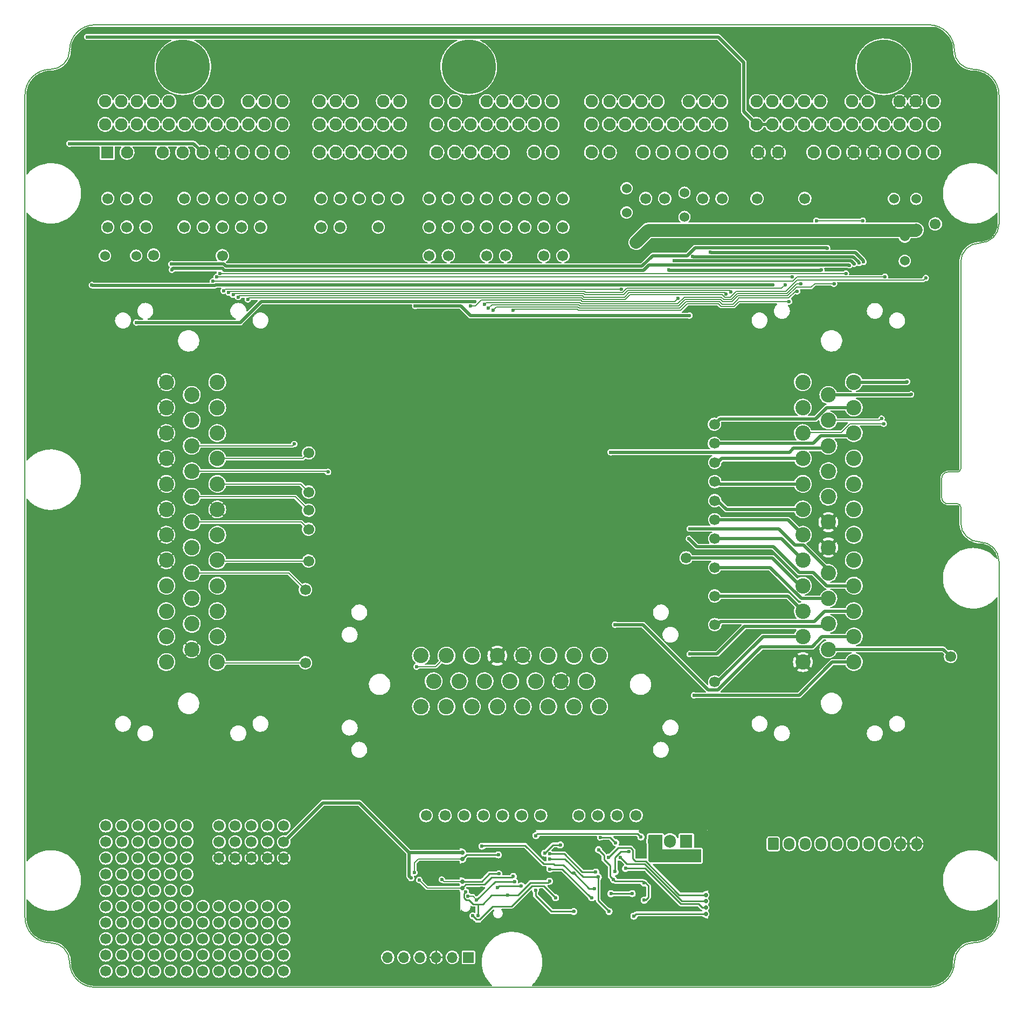
<source format=gbl>
G75*
G70*
%OFA0B0*%
%FSLAX25Y25*%
%IPPOS*%
%LPD*%
%AMOC8*
5,1,8,0,0,1.08239X$1,22.5*
%
%ADD10C,0.01969*%
%ADD11O,0.06693X0.07677*%
%ADD13C,0.33465*%
%ADD21C,0.00984*%
%ADD35R,0.07500X0.07874*%
%ADD37R,1.54528X0.00984*%
%ADD41C,0.06693*%
%ADD42C,0.07874*%
%ADD48C,0.02756*%
%ADD49R,0.06693X0.06693*%
%ADD52R,0.00984X0.19882*%
%ADD58C,0.02362*%
%ADD60O,0.06693X0.06693*%
%ADD62C,0.00787*%
%ADD64R,0.07677X0.07677*%
%ADD65C,0.07677*%
%ADD66O,0.07500X0.07874*%
%ADD67R,0.00984X0.03740*%
%ADD76C,0.00800*%
%ADD77R,0.00984X0.12205*%
%ADD78R,0.00984X0.08858*%
%ADD86C,0.09449*%
%ADD87R,0.00984X0.38386*%
%ADD90C,0.06000*%
X0000000Y0000000D02*
%LPD*%
G01*
D62*
X0015748Y0568110D02*
G75*
G03*
X0027559Y0579921I0000000J0011811D01*
G01*
X0602362Y0472441D02*
X0602362Y0552362D01*
X0027559Y0015748D02*
G75*
G03*
X0043307Y0000000I0015748J0000000D01*
G01*
X0043307Y0595669D02*
X0559055Y0595669D01*
X0586614Y0027559D02*
G75*
G03*
X0602362Y0043307I0000000J0015748D01*
G01*
X0576772Y0299213D02*
X0570866Y0299213D01*
X0043307Y0000000D02*
X0559055Y0000000D01*
X0566929Y0303150D02*
G75*
G03*
X0570866Y0299213I0003937J0000000D01*
G01*
X0015748Y0027559D02*
G75*
G02*
X0000000Y0043307I0000000J0015748D01*
G01*
X0566929Y0303150D02*
X0566929Y0314961D01*
X0578740Y0448819D02*
G75*
G02*
X0590551Y0460630I0011811J0000000D01*
G01*
X0586614Y0027559D02*
G75*
G03*
X0574803Y0015748I0000000J-011811D01*
G01*
X0027559Y0579921D02*
G75*
G02*
X0043307Y0595669I0015748J0000000D01*
G01*
X0000000Y0043307D02*
X0000000Y0552362D01*
X0574803Y0579921D02*
G75*
G03*
X0559055Y0595669I-015748J0000000D01*
G01*
X0590551Y0275591D02*
G75*
G02*
X0602362Y0263780I0000000J-011811D01*
G01*
X0570866Y0318898D02*
X0576772Y0318898D01*
X0015748Y0027559D02*
G75*
G02*
X0027559Y0015748I0000000J-011811D01*
G01*
X0586614Y0568110D02*
G75*
G02*
X0574803Y0579921I0000000J0011811D01*
G01*
X0576772Y0299213D02*
G75*
G02*
X0578740Y0297244I0000000J-001969D01*
G01*
X0576772Y0318898D02*
G75*
G03*
X0578740Y0320866I0000000J0001969D01*
G01*
X0566929Y0314961D02*
G75*
G02*
X0570866Y0318898I0003937J0000000D01*
G01*
X0578740Y0320866D02*
X0578740Y0448819D01*
X0578740Y0287402D02*
X0578740Y0297244D01*
X0590551Y0460630D02*
G75*
G03*
X0602362Y0472441I0000000J0011811D01*
G01*
X0574803Y0015748D02*
G75*
G02*
X0559055Y0000000I-015748J0000000D01*
G01*
X0015748Y0568110D02*
G75*
G03*
X0000000Y0552362I0000000J-015748D01*
G01*
X0578740Y0287402D02*
G75*
G03*
X0590551Y0275591I0011811J0000000D01*
G01*
X0602362Y0043307D02*
X0602362Y0263780D01*
X0586614Y0568110D02*
G75*
G02*
X0602362Y0552362I0000000J-015748D01*
G01*
D41*
X0426575Y0277559D03*
X0285433Y0488189D03*
X0122047Y0452756D03*
X0175394Y0330709D03*
X0206693Y0488189D03*
X0080000Y0060000D03*
X0080000Y0070000D03*
X0080000Y0080000D03*
X0080000Y0090000D03*
X0080000Y0100000D03*
X0090000Y0060000D03*
X0090000Y0070000D03*
X0090000Y0080000D03*
X0090000Y0090000D03*
X0090000Y0100000D03*
X0100000Y0060000D03*
X0100000Y0070000D03*
X0100000Y0080000D03*
X0100000Y0090000D03*
X0100000Y0100000D03*
X0318898Y0106299D03*
X0157480Y0488189D03*
X0366142Y0106299D03*
X0145669Y0470472D03*
X0332677Y0452756D03*
D90*
X0537402Y0487992D03*
X0537402Y0468701D03*
D58*
X0238806Y0067569D03*
X0240873Y0071014D03*
X0243825Y0066388D03*
X0257802Y0066683D03*
D41*
X0426575Y0242126D03*
X0426575Y0224409D03*
X0050000Y0060000D03*
X0050000Y0070000D03*
X0050000Y0080000D03*
X0050000Y0090000D03*
X0050000Y0100000D03*
X0060000Y0060000D03*
X0060000Y0070000D03*
X0060000Y0080000D03*
X0060000Y0090000D03*
X0060000Y0100000D03*
X0070000Y0060000D03*
X0070000Y0070000D03*
X0070000Y0080000D03*
X0070000Y0090000D03*
X0070000Y0100000D03*
X0307087Y0106299D03*
X0160000Y0080000D03*
X0150000Y0080000D03*
X0140000Y0080000D03*
X0130000Y0080000D03*
X0120000Y0080000D03*
X0160000Y0090000D03*
X0150000Y0090000D03*
X0140000Y0090000D03*
X0130000Y0090000D03*
X0120000Y0090000D03*
X0160000Y0100000D03*
X0150000Y0100000D03*
X0140000Y0100000D03*
X0130000Y0100000D03*
X0120000Y0100000D03*
X0332677Y0470472D03*
X0297244Y0488189D03*
X0426575Y0324803D03*
X0297244Y0470472D03*
X0354331Y0106299D03*
X0426575Y0312992D03*
X0273622Y0470472D03*
X0562992Y0472441D03*
X0342520Y0106299D03*
X0183071Y0470472D03*
X0173425Y0246063D03*
D90*
X0551181Y0487992D03*
X0551181Y0468701D03*
D41*
X0248031Y0106299D03*
D90*
X0407874Y0491752D03*
X0407874Y0476752D03*
D41*
X0377953Y0106299D03*
X0261811Y0452756D03*
G36*
G01*
X0459449Y0085925D02*
X0459449Y0091634D01*
G75*
G02*
X0460433Y0092618I0000984J0000000D01*
G01*
X0465157Y0092618D01*
G75*
G02*
X0466142Y0091634I0000000J-000984D01*
G01*
X0466142Y0085925D01*
G75*
G02*
X0465157Y0084941I-000984J0000000D01*
G01*
X0460433Y0084941D01*
G75*
G02*
X0459449Y0085925I0000000J0000984D01*
G01*
G37*
D11*
X0472638Y0088780D03*
X0482480Y0088780D03*
X0492323Y0088780D03*
X0502165Y0088780D03*
X0512008Y0088780D03*
X0521850Y0088780D03*
X0531693Y0088780D03*
X0541535Y0088780D03*
X0551378Y0088780D03*
D41*
X0332677Y0488189D03*
X0098425Y0470472D03*
X0297244Y0452756D03*
X0194882Y0470472D03*
X0133858Y0470472D03*
X0122047Y0488189D03*
D48*
X0421063Y0045374D03*
X0421063Y0049311D03*
X0421063Y0053248D03*
X0421063Y0057185D03*
D78*
X0268996Y0072441D03*
D67*
X0422539Y0040945D03*
D52*
X0268996Y0049016D03*
D87*
X0422539Y0078937D03*
D37*
X0345768Y0097638D03*
X0345768Y0039567D03*
D77*
X0268996Y0092028D03*
D48*
X0270472Y0083366D03*
X0270472Y0079429D03*
X0270472Y0065453D03*
X0270472Y0061516D03*
D41*
X0452756Y0488189D03*
D49*
X0274252Y0018504D03*
D60*
X0264252Y0018504D03*
X0254252Y0018504D03*
X0244252Y0018504D03*
X0234252Y0018504D03*
X0224252Y0018504D03*
D41*
X0062992Y0488189D03*
X0383858Y0488189D03*
X0395669Y0488189D03*
D90*
X0544094Y0464587D03*
X0544094Y0449587D03*
D41*
X0283465Y0106299D03*
X0133858Y0488189D03*
X0431102Y0488189D03*
X0218504Y0488189D03*
X0426575Y0301181D03*
X0426378Y0348425D03*
X0230315Y0488189D03*
X0273622Y0488189D03*
X0098425Y0488189D03*
X0320866Y0488189D03*
X0426575Y0188976D03*
X0250000Y0488189D03*
X0426575Y0259843D03*
X0175394Y0263780D03*
X0309055Y0470472D03*
X0218504Y0470472D03*
X0110000Y0010000D03*
X0110000Y0020000D03*
X0110000Y0030000D03*
X0110000Y0040000D03*
X0110000Y0050000D03*
X0120000Y0010000D03*
X0120000Y0020000D03*
X0120000Y0030000D03*
X0120000Y0040000D03*
X0120000Y0050000D03*
X0130000Y0010000D03*
X0130000Y0020000D03*
X0130000Y0030000D03*
X0130000Y0040000D03*
X0130000Y0050000D03*
X0051181Y0488189D03*
X0173425Y0200787D03*
X0050000Y0010000D03*
X0050000Y0020000D03*
X0050000Y0030000D03*
X0050000Y0040000D03*
X0050000Y0050000D03*
X0060000Y0010000D03*
X0060000Y0020000D03*
X0060000Y0030000D03*
X0060000Y0040000D03*
X0060000Y0050000D03*
X0070000Y0010000D03*
X0070000Y0020000D03*
X0070000Y0030000D03*
X0070000Y0040000D03*
X0070000Y0050000D03*
X0309055Y0488189D03*
X0250000Y0452756D03*
X0175394Y0306496D03*
X0080000Y0010000D03*
X0080000Y0020000D03*
X0080000Y0030000D03*
X0080000Y0040000D03*
X0080000Y0050000D03*
X0090000Y0010000D03*
X0090000Y0020000D03*
X0090000Y0030000D03*
X0090000Y0040000D03*
X0090000Y0050000D03*
X0100000Y0010000D03*
X0100000Y0020000D03*
X0100000Y0030000D03*
X0100000Y0040000D03*
X0100000Y0050000D03*
X0320866Y0470472D03*
X0295276Y0106299D03*
X0110236Y0488189D03*
X0261811Y0488189D03*
D90*
X0372047Y0494508D03*
X0372047Y0479508D03*
D41*
X0259843Y0106299D03*
X0051181Y0470472D03*
X0122047Y0470472D03*
X0572441Y0204724D03*
X0285433Y0470472D03*
D86*
X0512598Y0201280D03*
X0512598Y0217028D03*
X0512598Y0232776D03*
X0512598Y0248524D03*
X0512598Y0264272D03*
X0512598Y0280020D03*
X0512598Y0295768D03*
X0512598Y0311516D03*
X0512598Y0327264D03*
X0512598Y0343012D03*
X0512598Y0358760D03*
X0512598Y0374508D03*
X0496850Y0209154D03*
X0496850Y0224902D03*
X0496850Y0240650D03*
X0496850Y0256398D03*
X0496850Y0272146D03*
X0496850Y0287894D03*
X0496850Y0303642D03*
X0496850Y0319390D03*
X0496850Y0335138D03*
X0496850Y0350886D03*
X0496850Y0366634D03*
X0481102Y0201280D03*
X0481102Y0217028D03*
X0481102Y0232776D03*
X0481102Y0248524D03*
X0481102Y0264272D03*
X0481102Y0280020D03*
X0481102Y0295768D03*
X0481102Y0311516D03*
X0481102Y0327264D03*
X0481102Y0343012D03*
X0481102Y0358760D03*
X0481102Y0374508D03*
X0244882Y0173720D03*
X0260630Y0173720D03*
X0276378Y0173720D03*
X0292126Y0173720D03*
X0307874Y0173720D03*
X0323622Y0173720D03*
X0339370Y0173720D03*
X0355118Y0173720D03*
X0252756Y0189469D03*
X0268504Y0189469D03*
X0284252Y0189469D03*
X0300000Y0189469D03*
X0315748Y0189469D03*
X0331496Y0189469D03*
X0347244Y0189469D03*
X0244882Y0205217D03*
X0260630Y0205217D03*
X0276378Y0205217D03*
X0292126Y0205217D03*
X0307874Y0205217D03*
X0323622Y0205217D03*
X0339370Y0205217D03*
X0355118Y0205217D03*
X0087402Y0374508D03*
X0087402Y0358760D03*
X0087402Y0343012D03*
X0087402Y0327264D03*
X0087402Y0311516D03*
X0087402Y0295768D03*
X0087402Y0280020D03*
X0087402Y0264272D03*
X0087402Y0248524D03*
X0087402Y0232776D03*
X0087402Y0217028D03*
X0087402Y0201280D03*
X0103150Y0366634D03*
X0103150Y0350886D03*
X0103150Y0335138D03*
X0103150Y0319390D03*
X0103150Y0303642D03*
X0103150Y0287894D03*
X0103150Y0272146D03*
X0103150Y0256398D03*
X0103150Y0240650D03*
X0103150Y0224902D03*
X0103150Y0209154D03*
X0118898Y0374508D03*
X0118898Y0358760D03*
X0118898Y0343012D03*
X0118898Y0327264D03*
X0118898Y0311516D03*
X0118898Y0295768D03*
X0118898Y0280020D03*
X0118898Y0264272D03*
X0118898Y0248524D03*
X0118898Y0232776D03*
X0118898Y0217028D03*
X0118898Y0201280D03*
D41*
X0175394Y0295276D03*
X0419291Y0488189D03*
X0079528Y0453150D03*
X0271654Y0106299D03*
X0110236Y0470472D03*
X0320866Y0452756D03*
X0175394Y0283465D03*
X0408858Y0265748D03*
X0261811Y0470472D03*
X0482283Y0488189D03*
D90*
X0049409Y0452756D03*
X0068701Y0452756D03*
D41*
X0183071Y0488189D03*
X0285433Y0452756D03*
X0145669Y0488189D03*
D65*
X0561811Y0516732D03*
X0549488Y0516732D03*
X0537165Y0516732D03*
X0524843Y0516732D03*
X0512520Y0516732D03*
X0500197Y0516732D03*
X0487874Y0516732D03*
X0465866Y0516732D03*
X0453543Y0516732D03*
X0561811Y0534055D03*
X0550787Y0534055D03*
X0540945Y0534055D03*
X0531102Y0534055D03*
X0521260Y0534055D03*
X0511417Y0534055D03*
X0501575Y0534055D03*
X0491732Y0534055D03*
X0481890Y0534055D03*
X0472047Y0534055D03*
X0462205Y0534055D03*
X0452362Y0534055D03*
X0561811Y0548228D03*
X0550787Y0548228D03*
X0540945Y0548228D03*
X0521260Y0548228D03*
X0511417Y0548228D03*
X0491732Y0548228D03*
X0481890Y0548228D03*
X0472047Y0548228D03*
X0462205Y0548228D03*
X0452362Y0548228D03*
X0430315Y0516732D03*
X0419291Y0516732D03*
X0406969Y0516732D03*
X0394646Y0516732D03*
X0382323Y0516732D03*
X0361417Y0516732D03*
X0350394Y0516732D03*
X0430315Y0534055D03*
X0420472Y0534055D03*
X0410630Y0534055D03*
X0400787Y0534055D03*
X0390945Y0534055D03*
X0381102Y0534055D03*
X0371260Y0534055D03*
X0361417Y0534055D03*
X0350394Y0534055D03*
X0430315Y0548228D03*
X0420472Y0548228D03*
X0410630Y0548228D03*
X0390945Y0548228D03*
X0381102Y0548228D03*
X0371260Y0548228D03*
X0361417Y0548228D03*
X0350394Y0548228D03*
X0325984Y0516732D03*
X0314961Y0516732D03*
X0295276Y0516732D03*
X0285433Y0516732D03*
X0275591Y0516732D03*
X0265748Y0516732D03*
X0254724Y0516732D03*
X0325984Y0534055D03*
X0314961Y0534055D03*
X0305118Y0534055D03*
X0295276Y0534055D03*
X0285433Y0534055D03*
X0275591Y0534055D03*
X0265748Y0534055D03*
X0254724Y0534055D03*
X0325984Y0548228D03*
X0314961Y0548228D03*
X0305118Y0548228D03*
X0295276Y0548228D03*
X0285433Y0548228D03*
X0265748Y0548228D03*
X0254724Y0548228D03*
X0231496Y0516732D03*
X0221654Y0516732D03*
X0211811Y0516732D03*
X0201969Y0516732D03*
X0192126Y0516732D03*
X0182283Y0516732D03*
X0231496Y0534055D03*
X0221654Y0534055D03*
X0211811Y0534055D03*
X0201969Y0534055D03*
X0192126Y0534055D03*
X0182283Y0534055D03*
X0231496Y0548228D03*
X0221654Y0548228D03*
X0201969Y0548228D03*
X0192126Y0548228D03*
X0182283Y0548228D03*
X0159055Y0516732D03*
X0146732Y0516732D03*
X0134409Y0516732D03*
X0122087Y0516732D03*
X0109764Y0516732D03*
X0097441Y0516732D03*
X0085118Y0516732D03*
X0063110Y0516732D03*
D64*
X0050787Y0516732D03*
D65*
X0159055Y0534055D03*
X0148031Y0534055D03*
X0138189Y0534055D03*
X0128346Y0534055D03*
X0118504Y0534055D03*
X0108661Y0534055D03*
X0098819Y0534055D03*
X0088976Y0534055D03*
X0079134Y0534055D03*
X0069291Y0534055D03*
X0059449Y0534055D03*
X0049606Y0534055D03*
X0159055Y0548228D03*
X0148031Y0548228D03*
X0138189Y0548228D03*
X0118504Y0548228D03*
X0108661Y0548228D03*
X0088976Y0548228D03*
X0079134Y0548228D03*
X0069291Y0548228D03*
X0059449Y0548228D03*
X0049606Y0548228D03*
D13*
X0097638Y0569685D03*
X0274409Y0569685D03*
X0531102Y0569685D03*
D41*
X0426575Y0289370D03*
X0074803Y0470472D03*
X0140000Y0010000D03*
X0140000Y0020000D03*
X0140000Y0030000D03*
X0140000Y0040000D03*
X0140000Y0050000D03*
X0150000Y0010000D03*
X0150000Y0020000D03*
X0150000Y0030000D03*
X0150000Y0040000D03*
X0150000Y0050000D03*
X0160000Y0010000D03*
X0160000Y0020000D03*
X0160000Y0030000D03*
X0160000Y0040000D03*
X0160000Y0050000D03*
X0062992Y0470472D03*
X0426378Y0336614D03*
X0250000Y0470472D03*
X0194882Y0488189D03*
X0074803Y0488189D03*
D58*
X0075197Y0277165D03*
X0583465Y0123228D03*
X0457874Y0201181D03*
X0405118Y0543701D03*
X0196457Y0183071D03*
X0388976Y0457087D03*
X0324016Y0312205D03*
X0161024Y0119291D03*
X0469685Y0370079D03*
X0457087Y0524803D03*
X0387402Y0109055D03*
X0218504Y0390945D03*
X0045669Y0398819D03*
X0291732Y0411417D03*
X0270866Y0036220D03*
X0157874Y0541732D03*
X0446063Y0461811D03*
X0321260Y0365354D03*
X0350000Y0216142D03*
X0503937Y0389764D03*
X0598031Y0087008D03*
X0536220Y0457874D03*
X0005906Y0088976D03*
X0442913Y0318898D03*
X0526378Y0194094D03*
X0597638Y0558268D03*
X0496063Y0425197D03*
X0540945Y0314567D03*
X0175984Y0389764D03*
X0437402Y0120866D03*
X0477953Y0396457D03*
X0039370Y0183071D03*
X0264961Y0416535D03*
X0377953Y0325591D03*
X0180315Y0052362D03*
X0559843Y0010630D03*
X0326378Y0504724D03*
X0391339Y0262598D03*
X0159055Y0189370D03*
X0144882Y0455118D03*
X0512205Y0459843D03*
X0427165Y0389370D03*
X0511811Y0506299D03*
X0153150Y0259843D03*
X0524016Y0504724D03*
X0537795Y0292126D03*
X0344094Y0465354D03*
X0148425Y0373622D03*
X0345276Y0253150D03*
X0466535Y0406693D03*
X0111024Y0348031D03*
X0525591Y0459449D03*
X0351181Y0004331D03*
X0369291Y0034252D03*
X0468110Y0475591D03*
X0598425Y0042520D03*
X0163386Y0307874D03*
X0233071Y0451181D03*
X0339370Y0550787D03*
X0183858Y0077953D03*
X0347244Y0157480D03*
X0296850Y0294094D03*
X0139370Y0570079D03*
X0109449Y0293307D03*
X0324016Y0182283D03*
X0588189Y0174803D03*
X0221654Y0083071D03*
X0295276Y0374803D03*
X0313780Y0411417D03*
X0417717Y0212205D03*
X0597638Y0225984D03*
X0257874Y0226772D03*
X0380315Y0214567D03*
X0132283Y0174803D03*
X0179134Y0314173D03*
X0460236Y0342126D03*
X0404724Y0192520D03*
X0196457Y0105118D03*
X0195669Y0250000D03*
X0216929Y0208661D03*
X0074803Y0312205D03*
X0112205Y0398425D03*
X0188583Y0503150D03*
X0577559Y0276772D03*
X0110236Y0309843D03*
X0078740Y0441732D03*
X0418504Y0260630D03*
X0032677Y0581102D03*
X0266929Y0048819D03*
X0263780Y0057874D03*
X0511811Y0525197D03*
X0051969Y0443701D03*
X0252756Y0047244D03*
X0553543Y0456693D03*
X0400009Y0411229D03*
X0103150Y0377559D03*
X0371260Y0134646D03*
X0154331Y0323228D03*
X0420079Y0034646D03*
X0397638Y0321260D03*
X0154331Y0062992D03*
X0263386Y0131496D03*
X0234646Y0524409D03*
X0225984Y0569685D03*
X0273228Y0159449D03*
X0162205Y0417323D03*
X0113780Y0063780D03*
X0289764Y0332677D03*
X0539370Y0424409D03*
X0525591Y0408661D03*
X0547638Y0588189D03*
X0265354Y0071260D03*
X0048819Y0365748D03*
X0481890Y0424409D03*
X0309055Y0450000D03*
X0496850Y0158661D03*
X0071654Y0398031D03*
X0394882Y0101575D03*
X0524016Y0524409D03*
X0426378Y0089370D03*
X0420866Y0135827D03*
X0110630Y0454331D03*
X0005512Y0288583D03*
X0291339Y0183858D03*
X0564567Y0455118D03*
X0445669Y0475984D03*
X0009055Y0390945D03*
X0040551Y0253937D03*
X0359055Y0116535D03*
X0216929Y0051969D03*
X0307480Y0183071D03*
X0279528Y0411417D03*
X0457874Y0254331D03*
X0446063Y0236614D03*
X0107874Y0438976D03*
X0538583Y0370079D03*
X0149606Y0272835D03*
X0104331Y0421654D03*
X0259843Y0248819D03*
X0228740Y0083858D03*
X0356299Y0296850D03*
X0264961Y0094488D03*
X0457874Y0005512D03*
X0467323Y0174016D03*
X0184646Y0356693D03*
X0224803Y0106299D03*
X0349606Y0450787D03*
X0472835Y0305118D03*
X0380709Y0172047D03*
X0538976Y0401969D03*
X0242126Y0136614D03*
X0056693Y0320472D03*
X0537008Y0264961D03*
X0182677Y0582283D03*
X0450394Y0589764D03*
X0187008Y0004724D03*
X0139370Y0330709D03*
X0467717Y0461811D03*
X0337795Y0572441D03*
X0238976Y0243701D03*
X0151575Y0292520D03*
X0008268Y0466929D03*
X0596850Y0514961D03*
X0472441Y0346063D03*
X0177165Y0420472D03*
X0210630Y0157874D03*
X0445669Y0248819D03*
X0426378Y0094488D03*
X0162205Y0452362D03*
X0422047Y0101575D03*
X0537795Y0355512D03*
X0281102Y0003150D03*
X0175984Y0451575D03*
X0429921Y0169291D03*
X0224016Y0174803D03*
X0237402Y0104331D03*
X0279528Y0213386D03*
X0526378Y0392520D03*
X0418110Y0198425D03*
X0238976Y0162205D03*
X0216929Y0414961D03*
X0443307Y0303937D03*
X0321260Y0003543D03*
X0387008Y0133858D03*
X0049213Y0118898D03*
X0163780Y0296063D03*
X0169685Y0381102D03*
X0498819Y0136614D03*
X0530709Y0244488D03*
X0420079Y0358661D03*
X0316142Y0035039D03*
X0440945Y0549606D03*
X0570866Y0406299D03*
X0200394Y0503150D03*
X0146850Y0237008D03*
X0447638Y0374409D03*
X0109843Y0092126D03*
X0321260Y0220866D03*
X0227953Y0055906D03*
X0386220Y0380315D03*
X0193701Y0540551D03*
X0503150Y0039764D03*
X0004724Y0513386D03*
X0358661Y0192126D03*
X0426378Y0079528D03*
X0472835Y0060630D03*
X0003150Y0333071D03*
X0330315Y0101969D03*
X0154724Y0147244D03*
X0009055Y0559449D03*
X0198819Y0118504D03*
X0050394Y0583858D03*
X0240945Y0185039D03*
X0040157Y0009843D03*
X0377559Y0411024D03*
X0433858Y0411417D03*
X0075591Y0209843D03*
X0075197Y0361811D03*
X0194094Y0254724D03*
X0426378Y0084646D03*
X0362598Y0541339D03*
X0273622Y0457087D03*
X0103150Y0125984D03*
X0598819Y0472047D03*
X0355118Y0410630D03*
X0517717Y0175197D03*
X0242126Y0357480D03*
X0156693Y0476772D03*
X0293701Y0219291D03*
X0229528Y0027559D03*
X0548819Y0144882D03*
X0353543Y0373228D03*
X0369685Y0583071D03*
X0262598Y0525984D03*
X0134646Y0406299D03*
X0568504Y0340551D03*
X0394488Y0004724D03*
X0524803Y0218110D03*
X0463780Y0231890D03*
X0500787Y0414567D03*
X0019685Y0036220D03*
X0038583Y0588189D03*
X0027559Y0522144D03*
X0205906Y0114173D03*
X0454331Y0468504D03*
X0377953Y0461024D03*
X0389370Y0468504D03*
X0385433Y0468504D03*
X0362205Y0331102D03*
X0424016Y0454917D03*
X0518644Y0449006D03*
X0512775Y0447814D03*
X0401575Y0449797D03*
X0509843Y0446852D03*
X0090850Y0444094D03*
X0041339Y0434646D03*
X0462598Y0434844D03*
X0090551Y0447636D03*
X0496063Y0457475D03*
X0545669Y0374803D03*
X0548031Y0366929D03*
X0413780Y0180709D03*
X0515786Y0448273D03*
X0412992Y0452360D03*
X0398031Y0443896D03*
X0492520Y0443896D03*
X0529717Y0351969D03*
X0364961Y0224409D03*
X0531102Y0348819D03*
X0518110Y0474407D03*
X0489370Y0474409D03*
X0137795Y0425789D03*
X0557087Y0438976D03*
X0479722Y0435474D03*
X0284252Y0422734D03*
X0289416Y0418913D03*
X0477533Y0430735D03*
X0472544Y0424429D03*
X0301969Y0418909D03*
X0403937Y0426386D03*
X0275593Y0421659D03*
X0286645Y0420289D03*
X0500394Y0435433D03*
X0242126Y0198425D03*
X0278346Y0424413D03*
X0068898Y0411417D03*
X0116224Y0437008D03*
X0531890Y0439801D03*
X0474409Y0439569D03*
X0118387Y0439645D03*
X0166535Y0336220D03*
X0470083Y0434844D03*
X0125984Y0429918D03*
X0128726Y0428541D03*
X0436614Y0430514D03*
X0120472Y0441732D03*
X0507707Y0441732D03*
X0122833Y0431102D03*
X0368697Y0432091D03*
X0433663Y0429138D03*
X0131890Y0427165D03*
X0410630Y0277559D03*
X0411026Y0206299D03*
X0187402Y0318898D03*
X0241339Y0421659D03*
X0411024Y0415748D03*
X0411026Y0283858D03*
D10*
X0104352Y0522144D02*
X0109764Y0516732D01*
X0428740Y0588189D02*
X0444488Y0572441D01*
X0027559Y0522144D02*
X0104352Y0522144D01*
X0452362Y0534055D02*
X0462205Y0534055D01*
X0444488Y0541929D02*
X0452362Y0534055D01*
X0444488Y0572441D02*
X0444488Y0541929D01*
X0038583Y0588189D02*
X0428740Y0588189D01*
X0184252Y0114173D02*
X0160079Y0090000D01*
X0206818Y0114173D02*
X0205906Y0114173D01*
X0237625Y0083366D02*
X0206818Y0114173D01*
X0160079Y0090000D02*
X0160000Y0090000D01*
X0205906Y0114173D02*
X0184252Y0114173D01*
X0237625Y0068750D02*
X0237625Y0083366D01*
X0237625Y0083366D02*
X0270472Y0083366D01*
X0238806Y0067569D02*
X0237625Y0068750D01*
D42*
X0454331Y0468504D02*
X0550984Y0468504D01*
X0389370Y0468504D02*
X0385433Y0468504D01*
X0385433Y0468504D02*
X0377953Y0461024D01*
X0389370Y0468504D02*
X0454331Y0468504D01*
X0550984Y0468504D02*
X0551181Y0468701D01*
D10*
X0495274Y0333561D02*
X0496850Y0335138D01*
X0475293Y0333561D02*
X0495274Y0333561D01*
X0472835Y0331102D02*
X0475293Y0333561D01*
X0362205Y0331102D02*
X0472835Y0331102D01*
X0513380Y0454721D02*
X0424213Y0454721D01*
X0518540Y0449111D02*
X0518540Y0449561D01*
X0424213Y0454721D02*
X0424016Y0454917D01*
X0518644Y0449006D02*
X0518540Y0449111D01*
X0518540Y0449561D02*
X0513380Y0454721D01*
X0512775Y0447814D02*
X0512597Y0447993D01*
X0512597Y0447993D02*
X0510983Y0449606D01*
X0401766Y0449606D02*
X0401575Y0449797D01*
X0512597Y0447993D02*
X0512597Y0447993D01*
X0510983Y0449606D02*
X0401766Y0449606D01*
X0122047Y0444882D02*
X0123230Y0443699D01*
X0382675Y0443699D02*
X0386020Y0447043D01*
X0386020Y0447043D02*
X0509652Y0447043D01*
X0091638Y0444882D02*
X0122047Y0444882D01*
X0090850Y0444094D02*
X0091638Y0444882D01*
X0123230Y0443699D02*
X0382675Y0443699D01*
X0509652Y0447043D02*
X0509843Y0446852D01*
X0041730Y0434254D02*
X0117364Y0434254D01*
X0041339Y0434646D02*
X0041730Y0434254D01*
X0117955Y0434844D02*
X0462598Y0434844D01*
X0117364Y0434254D02*
X0117955Y0434844D01*
X0495866Y0457671D02*
X0496063Y0457475D01*
X0414409Y0457671D02*
X0495866Y0457671D01*
X0124289Y0446256D02*
X0381616Y0446256D01*
X0388116Y0452756D02*
X0409493Y0452756D01*
X0409493Y0452756D02*
X0414409Y0457671D01*
X0381616Y0446256D02*
X0388116Y0452756D01*
X0122910Y0447636D02*
X0124289Y0446256D01*
X0090551Y0447636D02*
X0122910Y0447636D01*
X0545374Y0374508D02*
X0545669Y0374803D01*
X0512598Y0374508D02*
X0545374Y0374508D01*
X0547736Y0366634D02*
X0496850Y0366634D01*
X0548031Y0366929D02*
X0547736Y0366634D01*
X0478740Y0180709D02*
X0499311Y0201280D01*
X0499311Y0201280D02*
X0512598Y0201280D01*
X0413780Y0180709D02*
X0478740Y0180709D01*
X0512321Y0452163D02*
X0413189Y0452163D01*
X0413189Y0452163D02*
X0412992Y0452360D01*
X0515786Y0448273D02*
X0515529Y0448529D01*
X0515529Y0448529D02*
X0515529Y0448955D01*
X0515529Y0448955D02*
X0512321Y0452163D01*
X0492323Y0443699D02*
X0492520Y0443896D01*
X0398228Y0443699D02*
X0492323Y0443699D01*
X0398031Y0443896D02*
X0398228Y0443699D01*
D62*
X0528634Y0350886D02*
X0496850Y0350886D01*
X0529717Y0351969D02*
X0528634Y0350886D01*
D10*
X0382283Y0224409D02*
X0422636Y0184057D01*
X0455286Y0210730D02*
X0486715Y0210730D01*
X0486715Y0210730D02*
X0493012Y0217028D01*
X0364961Y0224409D02*
X0382283Y0224409D01*
X0428612Y0184057D02*
X0455286Y0210730D01*
X0493012Y0217028D02*
X0512598Y0217028D01*
X0422636Y0184057D02*
X0428612Y0184057D01*
D62*
X0481492Y0343402D02*
X0504918Y0343402D01*
X0510335Y0348819D02*
X0531102Y0348819D01*
X0504918Y0343402D02*
X0510335Y0348819D01*
X0481102Y0343012D02*
X0481492Y0343402D01*
X0518108Y0474409D02*
X0518110Y0474407D01*
X0489370Y0474409D02*
X0518108Y0474409D01*
X0371303Y0425799D02*
X0374053Y0428549D01*
X0344274Y0426577D02*
X0345052Y0425799D01*
X0439861Y0430701D02*
X0470547Y0430701D01*
X0555747Y0437637D02*
X0557087Y0438976D01*
X0374053Y0428549D02*
X0431193Y0428549D01*
X0432767Y0426974D02*
X0436134Y0426974D01*
X0138583Y0426577D02*
X0344274Y0426577D01*
X0470547Y0430701D02*
X0477483Y0437637D01*
X0431193Y0428549D02*
X0432767Y0426974D01*
X0137795Y0425789D02*
X0138583Y0426577D01*
X0477483Y0437637D02*
X0555747Y0437637D01*
X0436134Y0426974D02*
X0439861Y0430701D01*
X0345052Y0425799D02*
X0371303Y0425799D01*
X0407784Y0427173D02*
X0403658Y0423047D01*
X0436704Y0425598D02*
X0432197Y0425598D01*
X0430623Y0427173D02*
X0407784Y0427173D01*
X0479722Y0435474D02*
X0477266Y0435474D01*
X0432197Y0425598D02*
X0430623Y0427173D01*
X0477266Y0435474D02*
X0471117Y0429325D01*
X0343912Y0423047D02*
X0343134Y0423825D01*
X0403658Y0423047D02*
X0343912Y0423047D01*
X0440431Y0429325D02*
X0436704Y0425598D01*
X0471117Y0429325D02*
X0440431Y0429325D01*
X0285343Y0423825D02*
X0284252Y0422734D01*
X0343134Y0423825D02*
X0285343Y0423825D01*
X0341994Y0421072D02*
X0291575Y0421072D01*
X0408924Y0424421D02*
X0404798Y0420295D01*
X0477533Y0430735D02*
X0476419Y0430735D01*
X0472257Y0426573D02*
X0441571Y0426573D01*
X0440488Y0425489D02*
X0437844Y0422846D01*
X0429483Y0424421D02*
X0408924Y0424421D01*
X0431057Y0422846D02*
X0429483Y0424421D01*
X0404798Y0420295D02*
X0342772Y0420295D01*
X0291575Y0421072D02*
X0289416Y0418913D01*
X0342772Y0420295D02*
X0341994Y0421072D01*
X0437844Y0422846D02*
X0436704Y0422846D01*
X0441571Y0426573D02*
X0440488Y0425489D01*
X0476419Y0430735D02*
X0472257Y0426573D01*
X0436704Y0422846D02*
X0431057Y0422846D01*
X0428913Y0423045D02*
X0430487Y0421470D01*
X0441395Y0424429D02*
X0472544Y0424429D01*
X0438437Y0421470D02*
X0441395Y0424429D01*
X0341425Y0419696D02*
X0342202Y0418919D01*
X0301969Y0418909D02*
X0302756Y0419696D01*
X0342202Y0418919D02*
X0343342Y0418919D01*
X0343342Y0418919D02*
X0405368Y0418919D01*
X0430487Y0421470D02*
X0438437Y0421470D01*
X0405368Y0418919D02*
X0409494Y0423045D01*
X0409494Y0423045D02*
X0428913Y0423045D01*
X0302756Y0419696D02*
X0341425Y0419696D01*
X0401974Y0424423D02*
X0344482Y0424423D01*
X0343704Y0425201D02*
X0282193Y0425201D01*
X0278652Y0421659D02*
X0275593Y0421659D01*
X0282193Y0425201D02*
X0278652Y0421659D01*
X0344482Y0424423D02*
X0343704Y0425201D01*
X0403937Y0426386D02*
X0401974Y0424423D01*
X0488434Y0435433D02*
X0486311Y0433310D01*
X0439918Y0426866D02*
X0437274Y0424222D01*
X0342564Y0422449D02*
X0288804Y0422449D01*
X0477049Y0433310D02*
X0471687Y0427949D01*
X0288804Y0422449D02*
X0286645Y0420289D01*
X0431627Y0424222D02*
X0430053Y0425797D01*
X0343342Y0421671D02*
X0342564Y0422449D01*
X0471687Y0427949D02*
X0441001Y0427949D01*
X0437274Y0424222D02*
X0431627Y0424222D01*
X0404228Y0421671D02*
X0343342Y0421671D01*
X0500394Y0435433D02*
X0488434Y0435433D01*
X0441001Y0427949D02*
X0439918Y0426866D01*
X0430053Y0425797D02*
X0408354Y0425797D01*
X0408354Y0425797D02*
X0404228Y0421671D01*
X0486311Y0433310D02*
X0477049Y0433310D01*
X0253839Y0198425D02*
X0260630Y0205217D01*
X0242126Y0198425D02*
X0253839Y0198425D01*
D10*
X0278346Y0424413D02*
X0146050Y0424413D01*
X0133054Y0411417D02*
X0068898Y0411417D01*
X0146050Y0424413D02*
X0133054Y0411417D01*
D62*
X0531890Y0439801D02*
X0531658Y0439569D01*
X0531658Y0439569D02*
X0477469Y0439569D01*
X0477469Y0439569D02*
X0474908Y0437008D01*
X0474908Y0437008D02*
X0116224Y0437008D01*
X0118463Y0439569D02*
X0118387Y0439645D01*
X0474409Y0439569D02*
X0118463Y0439569D01*
X0474409Y0439569D02*
X0474409Y0439569D01*
X0103150Y0335138D02*
X0165453Y0335138D01*
X0165453Y0335138D02*
X0166535Y0336220D01*
X0125984Y0429918D02*
X0126772Y0430705D01*
X0346762Y0429927D02*
X0369593Y0429927D01*
X0372343Y0432677D02*
X0467915Y0432677D01*
X0126772Y0430705D02*
X0345984Y0430705D01*
X0369593Y0429927D02*
X0372343Y0432677D01*
X0345984Y0430705D02*
X0346762Y0429927D01*
X0467915Y0432677D02*
X0470083Y0434844D01*
X0435827Y0431301D02*
X0436614Y0430514D01*
X0372913Y0431301D02*
X0435827Y0431301D01*
X0128726Y0428541D02*
X0129513Y0429329D01*
X0346192Y0428551D02*
X0370163Y0428551D01*
X0129513Y0429329D02*
X0345414Y0429329D01*
X0370163Y0428551D02*
X0372913Y0431301D01*
X0345414Y0429329D02*
X0346192Y0428551D01*
X0507707Y0441732D02*
X0120472Y0441732D01*
X0368687Y0432081D02*
X0368697Y0432091D01*
X0122833Y0431102D02*
X0123811Y0432081D01*
X0123811Y0432081D02*
X0368687Y0432081D01*
X0131890Y0427165D02*
X0132677Y0427953D01*
X0373483Y0429925D02*
X0432876Y0429925D01*
X0370733Y0427175D02*
X0373483Y0429925D01*
X0344844Y0427953D02*
X0345622Y0427175D01*
X0132677Y0427953D02*
X0344844Y0427953D01*
X0432876Y0429925D02*
X0433663Y0429138D01*
X0345622Y0427175D02*
X0370733Y0427175D01*
X0243209Y0079429D02*
X0240873Y0077093D01*
X0270472Y0079429D02*
X0243209Y0079429D01*
X0240873Y0077093D02*
X0240873Y0071014D01*
X0270472Y0065453D02*
X0259032Y0065453D01*
X0259032Y0065453D02*
X0257802Y0066683D01*
X0270472Y0061516D02*
X0248697Y0061516D01*
X0248697Y0061516D02*
X0243825Y0066388D01*
D10*
X0430315Y0226378D02*
X0488189Y0226378D01*
X0428346Y0224409D02*
X0430315Y0226378D01*
X0488189Y0226378D02*
X0494587Y0232776D01*
X0494587Y0232776D02*
X0512598Y0232776D01*
X0487649Y0256693D02*
X0495819Y0248524D01*
X0410630Y0277559D02*
X0415549Y0272640D01*
X0415549Y0272640D02*
X0462793Y0272640D01*
X0462793Y0272640D02*
X0478740Y0256693D01*
X0495819Y0248524D02*
X0512598Y0248524D01*
X0478740Y0256693D02*
X0487649Y0256693D01*
X0568012Y0209154D02*
X0572441Y0204724D01*
X0496850Y0209154D02*
X0568012Y0209154D01*
X0427953Y0206299D02*
X0411026Y0206299D01*
X0444978Y0223325D02*
X0427953Y0206299D01*
X0495274Y0223325D02*
X0444978Y0223325D01*
X0496850Y0224902D02*
X0495274Y0223325D01*
X0480071Y0240650D02*
X0496850Y0240650D01*
X0428346Y0259843D02*
X0460878Y0259843D01*
X0460878Y0259843D02*
X0480071Y0240650D01*
X0428346Y0188976D02*
X0456398Y0217028D01*
X0456398Y0217028D02*
X0481102Y0217028D01*
X0471752Y0242126D02*
X0481102Y0232776D01*
X0428346Y0242126D02*
X0471752Y0242126D01*
X0410630Y0265748D02*
X0462205Y0265748D01*
X0479429Y0248524D02*
X0481102Y0248524D01*
X0462205Y0265748D02*
X0479429Y0248524D01*
X0467815Y0277559D02*
X0481102Y0264272D01*
X0428346Y0277559D02*
X0467815Y0277559D01*
X0428346Y0289370D02*
X0471752Y0289370D01*
X0471752Y0289370D02*
X0481102Y0280020D01*
X0428346Y0301181D02*
X0433760Y0295768D01*
X0433760Y0295768D02*
X0481102Y0295768D01*
X0428346Y0312992D02*
X0429823Y0311516D01*
X0429823Y0311516D02*
X0481102Y0311516D01*
X0430807Y0327264D02*
X0428346Y0324803D01*
X0481102Y0327264D02*
X0430807Y0327264D01*
D62*
X0103150Y0319390D02*
X0186909Y0319390D01*
X0186909Y0319390D02*
X0187402Y0318898D01*
X0167028Y0303642D02*
X0175394Y0295276D01*
X0103150Y0303642D02*
X0167028Y0303642D01*
X0170965Y0287894D02*
X0175394Y0283465D01*
X0103150Y0287894D02*
X0170965Y0287894D01*
X0163091Y0256398D02*
X0173425Y0246063D01*
X0103150Y0256398D02*
X0163091Y0256398D01*
X0118898Y0327264D02*
X0171949Y0327264D01*
X0171949Y0327264D02*
X0175394Y0330709D01*
X0118898Y0311516D02*
X0170374Y0311516D01*
X0170374Y0311516D02*
X0175394Y0306496D01*
X0118898Y0264272D02*
X0119390Y0263780D01*
X0119390Y0263780D02*
X0175394Y0263780D01*
X0118898Y0201280D02*
X0119390Y0200787D01*
X0119390Y0200787D02*
X0173425Y0200787D01*
D10*
X0511022Y0341435D02*
X0492222Y0341435D01*
X0512598Y0343012D02*
X0511022Y0341435D01*
X0492222Y0341435D02*
X0487402Y0336614D01*
X0487402Y0336614D02*
X0426378Y0336614D01*
X0488831Y0351772D02*
X0495819Y0358760D01*
X0429724Y0351772D02*
X0488831Y0351772D01*
X0495819Y0358760D02*
X0512598Y0358760D01*
X0426378Y0348425D02*
X0429724Y0351772D01*
X0496850Y0258268D02*
X0496850Y0256398D01*
X0269679Y0421659D02*
X0275591Y0415748D01*
X0275591Y0415748D02*
X0310236Y0415748D01*
X0411026Y0283858D02*
X0466142Y0283858D01*
X0476278Y0273722D02*
X0481396Y0273722D01*
X0481396Y0273722D02*
X0496850Y0258268D01*
X0241339Y0421659D02*
X0269679Y0421659D01*
X0466142Y0283858D02*
X0476278Y0273722D01*
X0310236Y0415748D02*
X0411024Y0415748D01*
G36*
X0562445Y0594477D02*
G01*
X0563379Y0594242D01*
X0563416Y0594231D01*
X0564762Y0593750D01*
X0564798Y0593735D01*
X0566090Y0593124D01*
X0566124Y0593106D01*
X0567350Y0592370D01*
X0567382Y0592349D01*
X0568531Y0591497D01*
X0568560Y0591473D01*
X0569620Y0590513D01*
X0569647Y0590486D01*
X0570607Y0589426D01*
X0570631Y0589397D01*
X0571483Y0588248D01*
X0571504Y0588217D01*
X0572239Y0586990D01*
X0572257Y0586956D01*
X0572869Y0585664D01*
X0572883Y0585628D01*
X0573365Y0584282D01*
X0573376Y0584246D01*
X0573724Y0582858D01*
X0573731Y0582821D01*
X0573941Y0581407D01*
X0573945Y0581369D01*
X0574009Y0580050D01*
X0574002Y0579968D01*
X0574003Y0579968D01*
X0574000Y0579946D01*
X0573996Y0579924D01*
X0573996Y0579921D01*
X0573999Y0579905D01*
X0573999Y0579902D01*
X0574068Y0578603D01*
X0574069Y0578592D01*
X0574069Y0578592D01*
X0574217Y0577657D01*
X0574274Y0577298D01*
X0574616Y0576023D01*
X0575089Y0574790D01*
X0575094Y0574781D01*
X0575684Y0573622D01*
X0575684Y0573622D01*
X0575689Y0573613D01*
X0575694Y0573605D01*
X0575694Y0573605D01*
X0575932Y0573239D01*
X0576408Y0572506D01*
X0577239Y0571480D01*
X0578173Y0570546D01*
X0579199Y0569715D01*
X0579207Y0569709D01*
X0579207Y0569709D01*
X0580298Y0569001D01*
X0580298Y0569001D01*
X0580306Y0568996D01*
X0581483Y0568396D01*
X0582716Y0567923D01*
X0582726Y0567920D01*
X0582726Y0567920D01*
X0583981Y0567584D01*
X0583981Y0567584D01*
X0583991Y0567581D01*
X0584001Y0567580D01*
X0584001Y0567580D01*
X0585285Y0567376D01*
X0585285Y0567376D01*
X0585295Y0567375D01*
X0586590Y0567307D01*
X0586595Y0567306D01*
X0586611Y0567303D01*
X0586613Y0567303D01*
X0586613Y0567303D01*
X0586614Y0567303D01*
X0586636Y0567307D01*
X0586657Y0567310D01*
X0586657Y0567309D01*
X0586741Y0567317D01*
X0587026Y0567303D01*
X0588061Y0567252D01*
X0588100Y0567248D01*
X0589514Y0567038D01*
X0589551Y0567031D01*
X0590938Y0566683D01*
X0590975Y0566672D01*
X0592321Y0566190D01*
X0592357Y0566176D01*
X0593649Y0565564D01*
X0593683Y0565546D01*
X0594909Y0564811D01*
X0594941Y0564790D01*
X0596090Y0563938D01*
X0596119Y0563914D01*
X0597179Y0562954D01*
X0597206Y0562927D01*
X0598166Y0561867D01*
X0598190Y0561838D01*
X0599042Y0560689D01*
X0599063Y0560657D01*
X0599613Y0559741D01*
X0599798Y0559431D01*
X0599816Y0559397D01*
X0600428Y0558105D01*
X0600442Y0558069D01*
X0600924Y0556723D01*
X0600935Y0556686D01*
X0601283Y0555299D01*
X0601290Y0555262D01*
X0601500Y0553848D01*
X0601504Y0553810D01*
X0601559Y0552685D01*
X0601569Y0552490D01*
X0601564Y0552444D01*
X0601564Y0552406D01*
X0601555Y0552364D01*
X0601564Y0552321D01*
X0601564Y0552321D01*
X0601565Y0552317D01*
X0601575Y0552231D01*
X0601575Y0503441D01*
X0601500Y0503212D01*
X0601305Y0503071D01*
X0601065Y0503071D01*
X0600882Y0503196D01*
X0600418Y0503769D01*
X0600412Y0503775D01*
X0599240Y0504980D01*
X0599240Y0504981D01*
X0599234Y0504987D01*
X0599227Y0504993D01*
X0597951Y0506087D01*
X0597951Y0506087D01*
X0597944Y0506092D01*
X0596560Y0507076D01*
X0595091Y0507931D01*
X0595084Y0507934D01*
X0595084Y0507934D01*
X0593560Y0508645D01*
X0593560Y0508645D01*
X0593552Y0508649D01*
X0593544Y0508652D01*
X0593544Y0508652D01*
X0591962Y0509221D01*
X0591962Y0509221D01*
X0591954Y0509224D01*
X0591945Y0509226D01*
X0591945Y0509226D01*
X0590319Y0509650D01*
X0590310Y0509652D01*
X0590301Y0509654D01*
X0590301Y0509654D01*
X0589141Y0509846D01*
X0588634Y0509930D01*
X0587142Y0510039D01*
X0586949Y0510053D01*
X0586949Y0510053D01*
X0586940Y0510054D01*
X0586931Y0510054D01*
X0586931Y0510054D01*
X0586653Y0510049D01*
X0585242Y0510024D01*
X0585233Y0510023D01*
X0585233Y0510023D01*
X0583926Y0509881D01*
X0583553Y0509841D01*
X0581888Y0509505D01*
X0580260Y0509020D01*
X0580252Y0509017D01*
X0580252Y0509017D01*
X0578691Y0508392D01*
X0578691Y0508392D01*
X0578683Y0508389D01*
X0578675Y0508385D01*
X0578675Y0508385D01*
X0577177Y0507622D01*
X0577177Y0507622D01*
X0577169Y0507618D01*
X0575732Y0506713D01*
X0574383Y0505681D01*
X0573132Y0504531D01*
X0573126Y0504525D01*
X0573126Y0504525D01*
X0572447Y0503775D01*
X0571991Y0503273D01*
X0570969Y0501916D01*
X0570074Y0500473D01*
X0569313Y0498954D01*
X0569310Y0498946D01*
X0569310Y0498946D01*
X0568697Y0497381D01*
X0568697Y0497380D01*
X0568693Y0497372D01*
X0568220Y0495741D01*
X0568218Y0495732D01*
X0568218Y0495732D01*
X0567959Y0494402D01*
X0567895Y0494074D01*
X0567872Y0493839D01*
X0567725Y0492392D01*
X0567725Y0492392D01*
X0567724Y0492384D01*
X0567718Y0491786D01*
X0567706Y0490725D01*
X0567706Y0490685D01*
X0567707Y0490676D01*
X0567707Y0490676D01*
X0567733Y0490350D01*
X0567842Y0488992D01*
X0568006Y0488045D01*
X0568107Y0487458D01*
X0568131Y0487318D01*
X0568134Y0487310D01*
X0568134Y0487310D01*
X0568361Y0486461D01*
X0568571Y0485677D01*
X0568759Y0485168D01*
X0569153Y0484095D01*
X0569158Y0484083D01*
X0569181Y0484034D01*
X0569827Y0482674D01*
X0569886Y0482549D01*
X0570751Y0481087D01*
X0571744Y0479709D01*
X0572859Y0478427D01*
X0573597Y0477719D01*
X0574036Y0477299D01*
X0574085Y0477251D01*
X0575412Y0476192D01*
X0576830Y0475257D01*
X0576838Y0475252D01*
X0576838Y0475252D01*
X0578149Y0474549D01*
X0578327Y0474454D01*
X0578336Y0474450D01*
X0578336Y0474450D01*
X0578668Y0474309D01*
X0579891Y0473790D01*
X0579900Y0473787D01*
X0579900Y0473787D01*
X0581500Y0473274D01*
X0581500Y0473274D01*
X0581508Y0473271D01*
X0583166Y0472900D01*
X0583175Y0472899D01*
X0583175Y0472899D01*
X0584282Y0472755D01*
X0584851Y0472682D01*
X0584859Y0472681D01*
X0584859Y0472681D01*
X0585002Y0472676D01*
X0586548Y0472616D01*
X0586557Y0472617D01*
X0586557Y0472617D01*
X0588235Y0472705D01*
X0588236Y0472705D01*
X0588244Y0472705D01*
X0588253Y0472706D01*
X0588253Y0472706D01*
X0589464Y0472881D01*
X0589926Y0472947D01*
X0590762Y0473147D01*
X0591569Y0473339D01*
X0591569Y0473339D01*
X0591578Y0473341D01*
X0591592Y0473346D01*
X0592160Y0473537D01*
X0593188Y0473883D01*
X0594742Y0474568D01*
X0596228Y0475392D01*
X0596255Y0475410D01*
X0597625Y0476342D01*
X0597633Y0476347D01*
X0598945Y0477425D01*
X0599801Y0478269D01*
X0600148Y0478611D01*
X0600148Y0478611D01*
X0600155Y0478618D01*
X0600311Y0478802D01*
X0600482Y0479004D01*
X0600887Y0479484D01*
X0601092Y0479611D01*
X0601332Y0479594D01*
X0601516Y0479438D01*
X0601575Y0479233D01*
X0601575Y0472575D01*
X0601565Y0472487D01*
X0601555Y0472442D01*
X0601564Y0472400D01*
X0601564Y0472359D01*
X0601568Y0472316D01*
X0601507Y0471229D01*
X0601502Y0471185D01*
X0601387Y0470511D01*
X0601302Y0470010D01*
X0601292Y0469967D01*
X0600962Y0468821D01*
X0600948Y0468780D01*
X0600491Y0467678D01*
X0600473Y0467639D01*
X0600153Y0467060D01*
X0599896Y0466595D01*
X0599872Y0466558D01*
X0599182Y0465586D01*
X0599155Y0465552D01*
X0599122Y0465515D01*
X0598361Y0464662D01*
X0598330Y0464631D01*
X0598155Y0464476D01*
X0597465Y0463859D01*
X0597441Y0463837D01*
X0597406Y0463810D01*
X0596963Y0463495D01*
X0596434Y0463120D01*
X0596397Y0463096D01*
X0595353Y0462520D01*
X0595314Y0462501D01*
X0594212Y0462044D01*
X0594171Y0462030D01*
X0593916Y0461957D01*
X0593025Y0461700D01*
X0592983Y0461690D01*
X0592635Y0461631D01*
X0591807Y0461490D01*
X0591764Y0461485D01*
X0590679Y0461425D01*
X0590598Y0461432D01*
X0590598Y0461430D01*
X0590576Y0461433D01*
X0590554Y0461438D01*
X0590553Y0461438D01*
X0590553Y0461438D01*
X0590551Y0461438D01*
X0590535Y0461434D01*
X0590531Y0461434D01*
X0589700Y0461390D01*
X0589232Y0461366D01*
X0589222Y0461364D01*
X0589222Y0461364D01*
X0588076Y0461182D01*
X0587928Y0461159D01*
X0587918Y0461156D01*
X0587918Y0461156D01*
X0586663Y0460820D01*
X0586663Y0460820D01*
X0586653Y0460817D01*
X0585420Y0460344D01*
X0585411Y0460339D01*
X0585411Y0460339D01*
X0584252Y0459749D01*
X0584252Y0459749D01*
X0584243Y0459744D01*
X0584235Y0459739D01*
X0584235Y0459739D01*
X0583144Y0459031D01*
X0583144Y0459031D01*
X0583136Y0459025D01*
X0582110Y0458194D01*
X0581176Y0457260D01*
X0580345Y0456234D01*
X0580339Y0456226D01*
X0580339Y0456226D01*
X0579819Y0455424D01*
X0579626Y0455127D01*
X0579621Y0455118D01*
X0579621Y0455118D01*
X0579031Y0453959D01*
X0579031Y0453959D01*
X0579026Y0453950D01*
X0578553Y0452717D01*
X0578550Y0452708D01*
X0578550Y0452708D01*
X0578214Y0451452D01*
X0578211Y0451442D01*
X0578210Y0451432D01*
X0578007Y0450154D01*
X0578005Y0450138D01*
X0577939Y0448881D01*
X0577937Y0448843D01*
X0577936Y0448838D01*
X0577933Y0448822D01*
X0577933Y0448819D01*
X0577937Y0448797D01*
X0577943Y0448773D01*
X0577953Y0448686D01*
X0577953Y0321000D01*
X0577943Y0320912D01*
X0577933Y0320868D01*
X0577942Y0320826D01*
X0577937Y0320769D01*
X0577905Y0320562D01*
X0577867Y0320446D01*
X0577755Y0320227D01*
X0577684Y0320128D01*
X0577510Y0319954D01*
X0577411Y0319883D01*
X0577192Y0319771D01*
X0577076Y0319733D01*
X0576868Y0319700D01*
X0576813Y0319696D01*
X0576773Y0319705D01*
X0576726Y0319695D01*
X0576640Y0319685D01*
X0571001Y0319685D01*
X0570913Y0319695D01*
X0570869Y0319705D01*
X0570866Y0319705D01*
X0570845Y0319700D01*
X0570823Y0319698D01*
X0570800Y0319694D01*
X0570464Y0319668D01*
X0570140Y0319643D01*
X0570140Y0319643D01*
X0570125Y0319641D01*
X0569402Y0319468D01*
X0568715Y0319183D01*
X0568702Y0319175D01*
X0568094Y0318803D01*
X0568094Y0318803D01*
X0568081Y0318795D01*
X0567515Y0318312D01*
X0567032Y0317746D01*
X0567024Y0317733D01*
X0567024Y0317733D01*
X0566666Y0317148D01*
X0566644Y0317112D01*
X0566638Y0317098D01*
X0566638Y0317098D01*
X0566377Y0316470D01*
X0566359Y0316425D01*
X0566355Y0316410D01*
X0566355Y0316410D01*
X0566213Y0315817D01*
X0566185Y0315702D01*
X0566184Y0315687D01*
X0566184Y0315687D01*
X0566133Y0315031D01*
X0566129Y0315007D01*
X0566129Y0315007D01*
X0566126Y0314985D01*
X0566121Y0314963D01*
X0566121Y0314961D01*
X0566126Y0314939D01*
X0566126Y0314939D01*
X0566132Y0314915D01*
X0566142Y0314828D01*
X0566142Y0303284D01*
X0566132Y0303196D01*
X0566122Y0303152D01*
X0566121Y0303150D01*
X0566126Y0303128D01*
X0566129Y0303107D01*
X0566132Y0303084D01*
X0566149Y0302872D01*
X0566184Y0302429D01*
X0566185Y0302408D01*
X0566201Y0302343D01*
X0566287Y0301987D01*
X0566359Y0301685D01*
X0566365Y0301671D01*
X0566429Y0301516D01*
X0566644Y0300998D01*
X0566652Y0300985D01*
X0566991Y0300431D01*
X0567032Y0300364D01*
X0567515Y0299799D01*
X0568081Y0299316D01*
X0568094Y0299308D01*
X0568094Y0299308D01*
X0568412Y0299112D01*
X0568715Y0298927D01*
X0569402Y0298643D01*
X0569417Y0298639D01*
X0569417Y0298639D01*
X0569797Y0298548D01*
X0570125Y0298469D01*
X0570140Y0298468D01*
X0570140Y0298468D01*
X0570562Y0298435D01*
X0570796Y0298416D01*
X0570820Y0298412D01*
X0570820Y0298412D01*
X0570842Y0298410D01*
X0570863Y0298405D01*
X0570866Y0298405D01*
X0570912Y0298415D01*
X0570999Y0298425D01*
X0576638Y0298425D01*
X0576725Y0298415D01*
X0576770Y0298405D01*
X0576812Y0298414D01*
X0576869Y0298410D01*
X0577076Y0298377D01*
X0577192Y0298339D01*
X0577370Y0298249D01*
X0577411Y0298228D01*
X0577510Y0298156D01*
X0577684Y0297982D01*
X0577755Y0297883D01*
X0577867Y0297664D01*
X0577905Y0297548D01*
X0577938Y0297340D01*
X0577942Y0297286D01*
X0577933Y0297246D01*
X0577942Y0297203D01*
X0577942Y0297203D01*
X0577943Y0297198D01*
X0577953Y0297112D01*
X0577953Y0287536D01*
X0577943Y0287448D01*
X0577933Y0287404D01*
X0577933Y0287402D01*
X0577936Y0287385D01*
X0577936Y0287382D01*
X0578005Y0286083D01*
X0578006Y0286073D01*
X0578006Y0286073D01*
X0578102Y0285469D01*
X0578211Y0284779D01*
X0578214Y0284769D01*
X0578214Y0284769D01*
X0578548Y0283523D01*
X0578553Y0283503D01*
X0579026Y0282270D01*
X0579031Y0282261D01*
X0579031Y0282261D01*
X0579621Y0281103D01*
X0579621Y0281103D01*
X0579626Y0281094D01*
X0579631Y0281085D01*
X0579631Y0281085D01*
X0580339Y0279995D01*
X0580339Y0279995D01*
X0580345Y0279986D01*
X0581176Y0278960D01*
X0582110Y0278026D01*
X0583136Y0277195D01*
X0583144Y0277190D01*
X0583144Y0277190D01*
X0584235Y0276482D01*
X0584235Y0276482D01*
X0584243Y0276476D01*
X0584252Y0276471D01*
X0584252Y0276471D01*
X0585411Y0275881D01*
X0585411Y0275881D01*
X0585420Y0275877D01*
X0586653Y0275403D01*
X0586663Y0275401D01*
X0586663Y0275401D01*
X0587918Y0275064D01*
X0587918Y0275064D01*
X0587928Y0275062D01*
X0587938Y0275060D01*
X0587938Y0275060D01*
X0589222Y0274857D01*
X0589222Y0274857D01*
X0589232Y0274855D01*
X0590527Y0274787D01*
X0590532Y0274787D01*
X0590548Y0274783D01*
X0590550Y0274783D01*
X0590550Y0274783D01*
X0590551Y0274783D01*
X0590573Y0274788D01*
X0590594Y0274790D01*
X0590594Y0274789D01*
X0590677Y0274796D01*
X0591764Y0274735D01*
X0591807Y0274730D01*
X0592539Y0274606D01*
X0592983Y0274530D01*
X0593025Y0274521D01*
X0593313Y0274438D01*
X0594171Y0274191D01*
X0594212Y0274176D01*
X0595314Y0273720D01*
X0595353Y0273701D01*
X0596263Y0273198D01*
X0596397Y0273124D01*
X0596434Y0273101D01*
X0597406Y0272411D01*
X0597441Y0272384D01*
X0597710Y0272143D01*
X0598330Y0271589D01*
X0598361Y0271558D01*
X0599008Y0270833D01*
X0599155Y0270669D01*
X0599182Y0270635D01*
X0599309Y0270456D01*
X0599872Y0269662D01*
X0599896Y0269625D01*
X0600420Y0268676D01*
X0600473Y0268582D01*
X0600491Y0268542D01*
X0600509Y0268501D01*
X0600948Y0267441D01*
X0600962Y0267399D01*
X0601146Y0266761D01*
X0601292Y0266254D01*
X0601302Y0266211D01*
X0601423Y0265498D01*
X0601388Y0265260D01*
X0601220Y0265088D01*
X0600982Y0265047D01*
X0600766Y0265154D01*
X0600736Y0265188D01*
X0600418Y0265580D01*
X0600006Y0266004D01*
X0599240Y0266792D01*
X0599240Y0266792D01*
X0599234Y0266798D01*
X0599193Y0266833D01*
X0597951Y0267898D01*
X0597951Y0267898D01*
X0597944Y0267903D01*
X0596560Y0268887D01*
X0595091Y0269742D01*
X0595084Y0269745D01*
X0595084Y0269745D01*
X0593560Y0270456D01*
X0593560Y0270456D01*
X0593552Y0270460D01*
X0593544Y0270463D01*
X0593544Y0270463D01*
X0591962Y0271032D01*
X0591962Y0271032D01*
X0591954Y0271035D01*
X0591945Y0271037D01*
X0591945Y0271037D01*
X0590725Y0271355D01*
X0590310Y0271463D01*
X0590301Y0271465D01*
X0590301Y0271465D01*
X0589141Y0271657D01*
X0588634Y0271741D01*
X0587142Y0271850D01*
X0586949Y0271864D01*
X0586949Y0271864D01*
X0586940Y0271865D01*
X0586931Y0271865D01*
X0586931Y0271865D01*
X0586653Y0271860D01*
X0585242Y0271835D01*
X0585233Y0271834D01*
X0585233Y0271834D01*
X0583926Y0271693D01*
X0583553Y0271652D01*
X0581888Y0271316D01*
X0580260Y0270831D01*
X0580252Y0270828D01*
X0580252Y0270828D01*
X0578691Y0270203D01*
X0578691Y0270203D01*
X0578683Y0270200D01*
X0578675Y0270196D01*
X0578675Y0270196D01*
X0577177Y0269433D01*
X0577177Y0269433D01*
X0577169Y0269429D01*
X0577162Y0269424D01*
X0577162Y0269424D01*
X0576039Y0268717D01*
X0575732Y0268524D01*
X0574383Y0267492D01*
X0574314Y0267429D01*
X0573198Y0266402D01*
X0573132Y0266342D01*
X0573126Y0266336D01*
X0573126Y0266336D01*
X0572088Y0265191D01*
X0571991Y0265084D01*
X0570969Y0263727D01*
X0570074Y0262284D01*
X0569313Y0260765D01*
X0569310Y0260757D01*
X0569310Y0260757D01*
X0568697Y0259192D01*
X0568697Y0259192D01*
X0568693Y0259183D01*
X0568691Y0259175D01*
X0568691Y0259175D01*
X0568682Y0259144D01*
X0568220Y0257552D01*
X0568218Y0257543D01*
X0568218Y0257543D01*
X0567897Y0255893D01*
X0567895Y0255885D01*
X0567829Y0255228D01*
X0567725Y0254204D01*
X0567725Y0254203D01*
X0567724Y0254195D01*
X0567714Y0253298D01*
X0567707Y0252558D01*
X0567706Y0252496D01*
X0567842Y0250803D01*
X0568131Y0249129D01*
X0568134Y0249121D01*
X0568134Y0249121D01*
X0568341Y0248346D01*
X0568571Y0247488D01*
X0568842Y0246752D01*
X0569142Y0245936D01*
X0569158Y0245894D01*
X0569226Y0245750D01*
X0569880Y0244373D01*
X0569886Y0244360D01*
X0570751Y0242898D01*
X0571744Y0241520D01*
X0572859Y0240238D01*
X0573403Y0239716D01*
X0574041Y0239105D01*
X0574085Y0239062D01*
X0575412Y0238003D01*
X0576830Y0237068D01*
X0576838Y0237063D01*
X0576838Y0237063D01*
X0578320Y0236269D01*
X0578327Y0236265D01*
X0578336Y0236261D01*
X0578336Y0236261D01*
X0578675Y0236118D01*
X0579891Y0235601D01*
X0579900Y0235598D01*
X0579900Y0235598D01*
X0581500Y0235085D01*
X0581500Y0235085D01*
X0581508Y0235082D01*
X0583166Y0234711D01*
X0583175Y0234710D01*
X0583175Y0234710D01*
X0584229Y0234573D01*
X0584851Y0234493D01*
X0584859Y0234492D01*
X0584859Y0234492D01*
X0585002Y0234487D01*
X0586548Y0234427D01*
X0586557Y0234428D01*
X0586557Y0234428D01*
X0588235Y0234516D01*
X0588236Y0234516D01*
X0588244Y0234516D01*
X0588253Y0234517D01*
X0588253Y0234517D01*
X0589316Y0234671D01*
X0589926Y0234759D01*
X0590802Y0234967D01*
X0591569Y0235150D01*
X0591569Y0235150D01*
X0591578Y0235152D01*
X0591587Y0235155D01*
X0592126Y0235337D01*
X0593188Y0235694D01*
X0594742Y0236379D01*
X0596228Y0237203D01*
X0596473Y0237370D01*
X0597625Y0238153D01*
X0597633Y0238158D01*
X0598496Y0238867D01*
X0598938Y0239230D01*
X0598938Y0239230D01*
X0598945Y0239236D01*
X0599578Y0239860D01*
X0600148Y0240422D01*
X0600148Y0240422D01*
X0600155Y0240429D01*
X0600887Y0241296D01*
X0601092Y0241422D01*
X0601332Y0241405D01*
X0601516Y0241249D01*
X0601575Y0241044D01*
X0601575Y0078245D01*
X0601500Y0078015D01*
X0601305Y0077874D01*
X0601065Y0077874D01*
X0600882Y0077999D01*
X0600418Y0078572D01*
X0599942Y0079062D01*
X0599240Y0079784D01*
X0599240Y0079784D01*
X0599234Y0079790D01*
X0599137Y0079873D01*
X0597951Y0080890D01*
X0597951Y0080890D01*
X0597944Y0080895D01*
X0596560Y0081879D01*
X0595091Y0082734D01*
X0595084Y0082738D01*
X0595084Y0082738D01*
X0593560Y0083448D01*
X0593560Y0083448D01*
X0593552Y0083452D01*
X0593544Y0083455D01*
X0593544Y0083455D01*
X0591962Y0084024D01*
X0591962Y0084024D01*
X0591954Y0084027D01*
X0591945Y0084029D01*
X0591945Y0084029D01*
X0590753Y0084340D01*
X0590310Y0084455D01*
X0590301Y0084457D01*
X0590301Y0084457D01*
X0588951Y0084680D01*
X0588634Y0084733D01*
X0587142Y0084842D01*
X0586949Y0084857D01*
X0586949Y0084857D01*
X0586940Y0084857D01*
X0586931Y0084857D01*
X0586931Y0084857D01*
X0586653Y0084852D01*
X0585242Y0084828D01*
X0585233Y0084827D01*
X0585233Y0084827D01*
X0583926Y0084685D01*
X0583553Y0084644D01*
X0581888Y0084308D01*
X0580260Y0083823D01*
X0580252Y0083820D01*
X0580252Y0083820D01*
X0578691Y0083196D01*
X0578691Y0083195D01*
X0578683Y0083192D01*
X0578675Y0083188D01*
X0578675Y0083188D01*
X0577177Y0082425D01*
X0577177Y0082425D01*
X0577169Y0082421D01*
X0577162Y0082416D01*
X0577162Y0082416D01*
X0575865Y0081600D01*
X0575732Y0081516D01*
X0574383Y0080484D01*
X0574298Y0080407D01*
X0573718Y0079873D01*
X0573132Y0079334D01*
X0573126Y0079328D01*
X0573126Y0079328D01*
X0572167Y0078270D01*
X0571991Y0078076D01*
X0570969Y0076719D01*
X0570074Y0075276D01*
X0569313Y0073757D01*
X0569310Y0073749D01*
X0569310Y0073749D01*
X0568697Y0072184D01*
X0568697Y0072184D01*
X0568693Y0072175D01*
X0568220Y0070544D01*
X0568218Y0070536D01*
X0568218Y0070536D01*
X0567897Y0068886D01*
X0567895Y0068877D01*
X0567832Y0068251D01*
X0567725Y0067196D01*
X0567725Y0067196D01*
X0567724Y0067187D01*
X0567715Y0066354D01*
X0567707Y0065593D01*
X0567706Y0065488D01*
X0567707Y0065480D01*
X0567707Y0065480D01*
X0567720Y0065315D01*
X0567842Y0063795D01*
X0567905Y0063433D01*
X0568095Y0062331D01*
X0568131Y0062121D01*
X0568134Y0062113D01*
X0568134Y0062113D01*
X0568374Y0061215D01*
X0568571Y0060481D01*
X0569158Y0058886D01*
X0569161Y0058878D01*
X0569772Y0057592D01*
X0569886Y0057352D01*
X0569891Y0057344D01*
X0569891Y0057344D01*
X0570069Y0057043D01*
X0570751Y0055890D01*
X0571744Y0054512D01*
X0572859Y0053230D01*
X0574085Y0052054D01*
X0575412Y0050995D01*
X0576830Y0050060D01*
X0576838Y0050055D01*
X0576838Y0050055D01*
X0578179Y0049336D01*
X0578327Y0049257D01*
X0578336Y0049254D01*
X0578336Y0049254D01*
X0578702Y0049098D01*
X0579891Y0048593D01*
X0579900Y0048591D01*
X0579900Y0048591D01*
X0581500Y0048077D01*
X0581500Y0048077D01*
X0581508Y0048074D01*
X0583166Y0047703D01*
X0583175Y0047702D01*
X0583175Y0047702D01*
X0584587Y0047519D01*
X0584851Y0047485D01*
X0584859Y0047484D01*
X0584859Y0047484D01*
X0585002Y0047479D01*
X0586548Y0047419D01*
X0586557Y0047420D01*
X0586557Y0047420D01*
X0588235Y0047508D01*
X0588236Y0047508D01*
X0588244Y0047508D01*
X0588253Y0047510D01*
X0588253Y0047510D01*
X0589220Y0047649D01*
X0589926Y0047751D01*
X0591283Y0048074D01*
X0591569Y0048142D01*
X0591569Y0048142D01*
X0591578Y0048144D01*
X0591737Y0048198D01*
X0592123Y0048328D01*
X0593188Y0048686D01*
X0594742Y0049372D01*
X0596228Y0050195D01*
X0596535Y0050404D01*
X0597625Y0051145D01*
X0597633Y0051150D01*
X0598741Y0052061D01*
X0598938Y0052222D01*
X0598938Y0052222D01*
X0598945Y0052228D01*
X0599954Y0053223D01*
X0600148Y0053415D01*
X0600148Y0053415D01*
X0600155Y0053421D01*
X0600176Y0053445D01*
X0600887Y0054288D01*
X0601092Y0054415D01*
X0601332Y0054397D01*
X0601516Y0054241D01*
X0601575Y0054036D01*
X0601575Y0043441D01*
X0601565Y0043353D01*
X0601555Y0043308D01*
X0601564Y0043266D01*
X0601564Y0043233D01*
X0601569Y0043182D01*
X0601504Y0041860D01*
X0601500Y0041822D01*
X0601290Y0040407D01*
X0601283Y0040370D01*
X0600935Y0038983D01*
X0600924Y0038946D01*
X0600442Y0037600D01*
X0600428Y0037565D01*
X0599816Y0036272D01*
X0599798Y0036238D01*
X0599063Y0035012D01*
X0599042Y0034980D01*
X0598190Y0033832D01*
X0598166Y0033802D01*
X0597206Y0032743D01*
X0597179Y0032715D01*
X0596119Y0031755D01*
X0596090Y0031731D01*
X0594941Y0030879D01*
X0594909Y0030858D01*
X0593683Y0030123D01*
X0593649Y0030105D01*
X0592357Y0029493D01*
X0592321Y0029479D01*
X0590975Y0028997D01*
X0590938Y0028986D01*
X0589551Y0028639D01*
X0589514Y0028631D01*
X0588100Y0028421D01*
X0588061Y0028418D01*
X0586743Y0028353D01*
X0586661Y0028360D01*
X0586661Y0028359D01*
X0586639Y0028362D01*
X0586617Y0028367D01*
X0586616Y0028367D01*
X0586616Y0028367D01*
X0586616Y0028367D01*
X0586614Y0028367D01*
X0586597Y0028363D01*
X0586586Y0028362D01*
X0585927Y0028328D01*
X0585295Y0028295D01*
X0585285Y0028293D01*
X0585285Y0028293D01*
X0584139Y0028111D01*
X0583991Y0028088D01*
X0583981Y0028085D01*
X0583981Y0028085D01*
X0582726Y0027749D01*
X0582726Y0027749D01*
X0582716Y0027746D01*
X0581483Y0027273D01*
X0581474Y0027268D01*
X0581474Y0027268D01*
X0580315Y0026678D01*
X0580315Y0026678D01*
X0580306Y0026674D01*
X0580298Y0026668D01*
X0580298Y0026668D01*
X0579207Y0025960D01*
X0579207Y0025960D01*
X0579199Y0025954D01*
X0578173Y0025123D01*
X0577239Y0024190D01*
X0576408Y0023163D01*
X0576402Y0023155D01*
X0576402Y0023155D01*
X0575694Y0022064D01*
X0575689Y0022056D01*
X0575684Y0022047D01*
X0575684Y0022047D01*
X0575094Y0020888D01*
X0575094Y0020888D01*
X0575089Y0020879D01*
X0574616Y0019647D01*
X0574613Y0019637D01*
X0574613Y0019637D01*
X0574296Y0018453D01*
X0574274Y0018371D01*
X0574273Y0018361D01*
X0574073Y0017101D01*
X0574068Y0017067D01*
X0574007Y0015907D01*
X0574000Y0015772D01*
X0573999Y0015767D01*
X0573996Y0015751D01*
X0573996Y0015748D01*
X0574000Y0015727D01*
X0574003Y0015705D01*
X0574002Y0015705D01*
X0574010Y0015621D01*
X0574009Y0015605D01*
X0573945Y0014301D01*
X0573941Y0014263D01*
X0573731Y0012848D01*
X0573724Y0012811D01*
X0573376Y0011424D01*
X0573365Y0011387D01*
X0572883Y0010041D01*
X0572869Y0010006D01*
X0572257Y0008713D01*
X0572239Y0008679D01*
X0571504Y0007453D01*
X0571483Y0007421D01*
X0570631Y0006272D01*
X0570607Y0006243D01*
X0569647Y0005183D01*
X0569620Y0005156D01*
X0569178Y0004756D01*
X0568560Y0004196D01*
X0568531Y0004172D01*
X0567382Y0003320D01*
X0567350Y0003299D01*
X0566124Y0002564D01*
X0566090Y0002546D01*
X0564798Y0001934D01*
X0564762Y0001920D01*
X0563416Y0001438D01*
X0563379Y0001427D01*
X0562727Y0001263D01*
X0561992Y0001080D01*
X0561955Y0001072D01*
X0560540Y0000862D01*
X0560502Y0000859D01*
X0559183Y0000794D01*
X0559137Y0000798D01*
X0559099Y0000798D01*
X0559057Y0000808D01*
X0559014Y0000798D01*
X0559014Y0000798D01*
X0559010Y0000797D01*
X0558923Y0000787D01*
X0313763Y0000787D01*
X0313534Y0000862D01*
X0313392Y0001057D01*
X0313392Y0001298D01*
X0313515Y0001478D01*
X0313702Y0001632D01*
X0313702Y0001632D01*
X0313709Y0001637D01*
X0314638Y0002554D01*
X0314912Y0002824D01*
X0314912Y0002824D01*
X0314919Y0002830D01*
X0315497Y0003515D01*
X0316009Y0004121D01*
X0316015Y0004128D01*
X0316989Y0005519D01*
X0316994Y0005527D01*
X0316994Y0005527D01*
X0317829Y0006985D01*
X0317829Y0006985D01*
X0317833Y0006993D01*
X0317839Y0007005D01*
X0318537Y0008529D01*
X0318537Y0008529D01*
X0318541Y0008538D01*
X0319105Y0010140D01*
X0319521Y0011786D01*
X0319782Y0013433D01*
X0319786Y0013455D01*
X0319786Y0013455D01*
X0319787Y0013464D01*
X0319812Y0013831D01*
X0319849Y0014398D01*
X0319900Y0015159D01*
X0319903Y0015494D01*
X0319904Y0015546D01*
X0319904Y0015546D01*
X0319904Y0015551D01*
X0319827Y0017248D01*
X0319778Y0017604D01*
X0319597Y0018922D01*
X0319596Y0018931D01*
X0319580Y0019000D01*
X0319374Y0019895D01*
X0319214Y0020586D01*
X0318684Y0022200D01*
X0318648Y0022283D01*
X0318141Y0023454D01*
X0318009Y0023759D01*
X0318005Y0023766D01*
X0318005Y0023766D01*
X0317500Y0024693D01*
X0317196Y0025250D01*
X0317191Y0025257D01*
X0317191Y0025257D01*
X0316256Y0026654D01*
X0316256Y0026654D01*
X0316251Y0026662D01*
X0316178Y0026751D01*
X0315188Y0027975D01*
X0315188Y0027975D01*
X0315182Y0027982D01*
X0315081Y0028085D01*
X0314004Y0029193D01*
X0314004Y0029193D01*
X0313998Y0029199D01*
X0313960Y0029231D01*
X0312715Y0030299D01*
X0312715Y0030299D01*
X0312708Y0030305D01*
X0311323Y0031289D01*
X0309855Y0032143D01*
X0309847Y0032147D01*
X0309847Y0032147D01*
X0308324Y0032857D01*
X0308324Y0032857D01*
X0308316Y0032861D01*
X0308307Y0032864D01*
X0308307Y0032864D01*
X0306726Y0033434D01*
X0306726Y0033434D01*
X0306718Y0033437D01*
X0306709Y0033439D01*
X0306709Y0033439D01*
X0305606Y0033726D01*
X0305074Y0033865D01*
X0305065Y0033866D01*
X0305065Y0033866D01*
X0303793Y0034077D01*
X0303398Y0034142D01*
X0301906Y0034252D01*
X0301713Y0034266D01*
X0301713Y0034266D01*
X0301704Y0034267D01*
X0301695Y0034266D01*
X0301695Y0034266D01*
X0301416Y0034262D01*
X0300005Y0034237D01*
X0299997Y0034236D01*
X0299997Y0034236D01*
X0298690Y0034094D01*
X0298317Y0034054D01*
X0296652Y0033718D01*
X0295024Y0033232D01*
X0295016Y0033229D01*
X0295016Y0033229D01*
X0293455Y0032605D01*
X0293455Y0032605D01*
X0293447Y0032602D01*
X0293439Y0032598D01*
X0293439Y0032598D01*
X0291941Y0031835D01*
X0291941Y0031835D01*
X0291933Y0031831D01*
X0291926Y0031826D01*
X0291926Y0031826D01*
X0291541Y0031584D01*
X0290496Y0030925D01*
X0289146Y0029894D01*
X0289140Y0029888D01*
X0288164Y0028991D01*
X0287896Y0028744D01*
X0287890Y0028737D01*
X0287890Y0028737D01*
X0286761Y0027492D01*
X0286755Y0027486D01*
X0285733Y0026129D01*
X0284838Y0024685D01*
X0284077Y0023166D01*
X0284074Y0023158D01*
X0284074Y0023158D01*
X0283460Y0021593D01*
X0283460Y0021593D01*
X0283457Y0021585D01*
X0282983Y0019954D01*
X0282982Y0019945D01*
X0282982Y0019945D01*
X0282692Y0018453D01*
X0282659Y0018286D01*
X0282630Y0018002D01*
X0282488Y0016605D01*
X0282488Y0016605D01*
X0282488Y0016596D01*
X0282483Y0016125D01*
X0282471Y0014995D01*
X0282470Y0014898D01*
X0282470Y0014889D01*
X0282470Y0014889D01*
X0282519Y0014290D01*
X0282606Y0013205D01*
X0282808Y0012034D01*
X0282874Y0011654D01*
X0282895Y0011531D01*
X0282897Y0011522D01*
X0282897Y0011522D01*
X0283094Y0010788D01*
X0283335Y0009890D01*
X0283640Y0009061D01*
X0283916Y0008310D01*
X0283921Y0008296D01*
X0283925Y0008288D01*
X0284547Y0006979D01*
X0284650Y0006761D01*
X0285515Y0005299D01*
X0286508Y0003922D01*
X0287623Y0002640D01*
X0288673Y0001632D01*
X0288849Y0001464D01*
X0288847Y0001462D01*
X0288965Y0001263D01*
X0288943Y0001024D01*
X0288785Y0000842D01*
X0288585Y0000787D01*
X0043441Y0000787D01*
X0043353Y0000797D01*
X0043308Y0000808D01*
X0043266Y0000798D01*
X0043233Y0000798D01*
X0043182Y0000794D01*
X0042644Y0000820D01*
X0041860Y0000859D01*
X0041822Y0000862D01*
X0040407Y0001072D01*
X0040370Y0001080D01*
X0039635Y0001263D01*
X0038983Y0001427D01*
X0038946Y0001438D01*
X0037600Y0001920D01*
X0037565Y0001934D01*
X0036272Y0002546D01*
X0036238Y0002564D01*
X0035012Y0003299D01*
X0034980Y0003320D01*
X0033831Y0004172D01*
X0033802Y0004196D01*
X0033184Y0004756D01*
X0032743Y0005156D01*
X0032715Y0005183D01*
X0031755Y0006243D01*
X0031731Y0006272D01*
X0030879Y0007421D01*
X0030858Y0007453D01*
X0030123Y0008679D01*
X0030105Y0008713D01*
X0029493Y0010006D01*
X0029479Y0010041D01*
X0029473Y0010058D01*
X0045845Y0010058D01*
X0045912Y0009250D01*
X0045918Y0009231D01*
X0045918Y0009231D01*
X0046119Y0008529D01*
X0046136Y0008470D01*
X0046507Y0007749D01*
X0047011Y0007113D01*
X0047025Y0007101D01*
X0047025Y0007101D01*
X0047414Y0006769D01*
X0047628Y0006587D01*
X0047645Y0006578D01*
X0047645Y0006578D01*
X0047816Y0006483D01*
X0048336Y0006192D01*
X0048354Y0006186D01*
X0049089Y0005947D01*
X0049089Y0005947D01*
X0049108Y0005941D01*
X0049913Y0005845D01*
X0049932Y0005847D01*
X0049932Y0005847D01*
X0050199Y0005867D01*
X0050722Y0005907D01*
X0051503Y0006125D01*
X0051520Y0006134D01*
X0051520Y0006134D01*
X0052210Y0006483D01*
X0052210Y0006483D01*
X0052227Y0006491D01*
X0052338Y0006578D01*
X0052851Y0006979D01*
X0052851Y0006979D01*
X0052866Y0006990D01*
X0052878Y0007005D01*
X0053265Y0007453D01*
X0053396Y0007604D01*
X0053405Y0007621D01*
X0053787Y0008293D01*
X0053787Y0008293D01*
X0053797Y0008310D01*
X0053850Y0008470D01*
X0054047Y0009061D01*
X0054047Y0009061D01*
X0054053Y0009079D01*
X0054074Y0009250D01*
X0054126Y0009661D01*
X0054154Y0009884D01*
X0054156Y0010000D01*
X0054152Y0010039D01*
X0054150Y0010058D01*
X0055845Y0010058D01*
X0055912Y0009250D01*
X0055918Y0009231D01*
X0055918Y0009231D01*
X0056119Y0008529D01*
X0056136Y0008470D01*
X0056507Y0007749D01*
X0057011Y0007113D01*
X0057025Y0007101D01*
X0057025Y0007101D01*
X0057414Y0006769D01*
X0057628Y0006587D01*
X0057645Y0006578D01*
X0057645Y0006578D01*
X0057816Y0006483D01*
X0058336Y0006192D01*
X0058354Y0006186D01*
X0059089Y0005947D01*
X0059089Y0005947D01*
X0059108Y0005941D01*
X0059913Y0005845D01*
X0059932Y0005847D01*
X0059932Y0005847D01*
X0060199Y0005867D01*
X0060722Y0005907D01*
X0061503Y0006125D01*
X0061520Y0006134D01*
X0061520Y0006134D01*
X0062210Y0006483D01*
X0062210Y0006483D01*
X0062227Y0006491D01*
X0062338Y0006578D01*
X0062851Y0006979D01*
X0062851Y0006979D01*
X0062866Y0006990D01*
X0062878Y0007005D01*
X0063265Y0007453D01*
X0063396Y0007604D01*
X0063405Y0007621D01*
X0063787Y0008293D01*
X0063787Y0008293D01*
X0063797Y0008310D01*
X0063850Y0008470D01*
X0064047Y0009061D01*
X0064047Y0009061D01*
X0064053Y0009079D01*
X0064074Y0009250D01*
X0064126Y0009661D01*
X0064154Y0009884D01*
X0064156Y0010000D01*
X0064152Y0010039D01*
X0064150Y0010058D01*
X0065845Y0010058D01*
X0065912Y0009250D01*
X0065918Y0009231D01*
X0065918Y0009231D01*
X0066119Y0008529D01*
X0066136Y0008470D01*
X0066507Y0007749D01*
X0067011Y0007113D01*
X0067025Y0007101D01*
X0067025Y0007101D01*
X0067414Y0006769D01*
X0067628Y0006587D01*
X0067645Y0006578D01*
X0067645Y0006578D01*
X0067816Y0006483D01*
X0068336Y0006192D01*
X0068354Y0006186D01*
X0069089Y0005947D01*
X0069089Y0005947D01*
X0069108Y0005941D01*
X0069913Y0005845D01*
X0069932Y0005847D01*
X0069932Y0005847D01*
X0070199Y0005867D01*
X0070722Y0005907D01*
X0071503Y0006125D01*
X0071520Y0006134D01*
X0071520Y0006134D01*
X0072210Y0006483D01*
X0072210Y0006483D01*
X0072227Y0006491D01*
X0072338Y0006578D01*
X0072851Y0006979D01*
X0072851Y0006979D01*
X0072866Y0006990D01*
X0072878Y0007005D01*
X0073265Y0007453D01*
X0073396Y0007604D01*
X0073405Y0007621D01*
X0073787Y0008293D01*
X0073787Y0008293D01*
X0073797Y0008310D01*
X0073850Y0008470D01*
X0074047Y0009061D01*
X0074047Y0009061D01*
X0074053Y0009079D01*
X0074074Y0009250D01*
X0074126Y0009661D01*
X0074154Y0009884D01*
X0074156Y0010000D01*
X0074152Y0010039D01*
X0074150Y0010058D01*
X0075845Y0010058D01*
X0075912Y0009250D01*
X0075918Y0009231D01*
X0075918Y0009231D01*
X0076131Y0008488D01*
X0076131Y0008488D01*
X0076136Y0008470D01*
X0076507Y0007749D01*
X0077011Y0007113D01*
X0077025Y0007101D01*
X0077025Y0007101D01*
X0077168Y0006979D01*
X0077628Y0006587D01*
X0077645Y0006578D01*
X0077645Y0006578D01*
X0077801Y0006491D01*
X0078336Y0006192D01*
X0078354Y0006186D01*
X0079089Y0005947D01*
X0079089Y0005947D01*
X0079108Y0005941D01*
X0079913Y0005845D01*
X0079932Y0005847D01*
X0079932Y0005847D01*
X0080199Y0005867D01*
X0080722Y0005907D01*
X0081503Y0006125D01*
X0081520Y0006134D01*
X0081520Y0006134D01*
X0082210Y0006483D01*
X0082210Y0006483D01*
X0082227Y0006491D01*
X0082338Y0006578D01*
X0082851Y0006979D01*
X0082851Y0006979D01*
X0082866Y0006990D01*
X0082972Y0007113D01*
X0083265Y0007453D01*
X0083396Y0007604D01*
X0083478Y0007749D01*
X0083787Y0008293D01*
X0083787Y0008293D01*
X0083797Y0008310D01*
X0083803Y0008328D01*
X0083803Y0008328D01*
X0084047Y0009061D01*
X0084047Y0009061D01*
X0084053Y0009079D01*
X0084154Y0009884D01*
X0084156Y0010000D01*
X0084155Y0010011D01*
X0084150Y0010058D01*
X0085845Y0010058D01*
X0085912Y0009250D01*
X0085918Y0009231D01*
X0085918Y0009231D01*
X0086131Y0008488D01*
X0086131Y0008488D01*
X0086136Y0008470D01*
X0086507Y0007749D01*
X0087011Y0007113D01*
X0087025Y0007101D01*
X0087025Y0007101D01*
X0087168Y0006979D01*
X0087628Y0006587D01*
X0087645Y0006578D01*
X0087645Y0006578D01*
X0087801Y0006491D01*
X0088336Y0006192D01*
X0088354Y0006186D01*
X0089089Y0005947D01*
X0089089Y0005947D01*
X0089108Y0005941D01*
X0089913Y0005845D01*
X0089932Y0005847D01*
X0089932Y0005847D01*
X0090199Y0005867D01*
X0090722Y0005907D01*
X0091503Y0006125D01*
X0091520Y0006134D01*
X0091520Y0006134D01*
X0092210Y0006483D01*
X0092210Y0006483D01*
X0092227Y0006491D01*
X0092338Y0006578D01*
X0092851Y0006979D01*
X0092851Y0006979D01*
X0092866Y0006990D01*
X0092972Y0007113D01*
X0093265Y0007453D01*
X0093396Y0007604D01*
X0093478Y0007749D01*
X0093787Y0008293D01*
X0093787Y0008293D01*
X0093797Y0008310D01*
X0093803Y0008328D01*
X0093803Y0008328D01*
X0094047Y0009061D01*
X0094047Y0009061D01*
X0094053Y0009079D01*
X0094154Y0009884D01*
X0094156Y0010000D01*
X0094155Y0010011D01*
X0094150Y0010058D01*
X0095845Y0010058D01*
X0095912Y0009250D01*
X0095918Y0009231D01*
X0095918Y0009231D01*
X0096131Y0008488D01*
X0096131Y0008488D01*
X0096136Y0008470D01*
X0096507Y0007749D01*
X0097011Y0007113D01*
X0097025Y0007101D01*
X0097025Y0007101D01*
X0097168Y0006979D01*
X0097628Y0006587D01*
X0097645Y0006578D01*
X0097645Y0006578D01*
X0097801Y0006491D01*
X0098336Y0006192D01*
X0098354Y0006186D01*
X0099089Y0005947D01*
X0099089Y0005947D01*
X0099108Y0005941D01*
X0099913Y0005845D01*
X0099932Y0005847D01*
X0099932Y0005847D01*
X0100199Y0005867D01*
X0100722Y0005907D01*
X0101503Y0006125D01*
X0101520Y0006134D01*
X0101520Y0006134D01*
X0102210Y0006483D01*
X0102210Y0006483D01*
X0102227Y0006491D01*
X0102338Y0006578D01*
X0102851Y0006979D01*
X0102851Y0006979D01*
X0102866Y0006990D01*
X0102972Y0007113D01*
X0103265Y0007453D01*
X0103396Y0007604D01*
X0103478Y0007749D01*
X0103787Y0008293D01*
X0103787Y0008293D01*
X0103797Y0008310D01*
X0103803Y0008328D01*
X0103803Y0008328D01*
X0104047Y0009061D01*
X0104047Y0009061D01*
X0104053Y0009079D01*
X0104154Y0009884D01*
X0104156Y0010000D01*
X0104155Y0010011D01*
X0104150Y0010058D01*
X0105845Y0010058D01*
X0105912Y0009250D01*
X0105918Y0009231D01*
X0105918Y0009231D01*
X0106119Y0008529D01*
X0106136Y0008470D01*
X0106507Y0007749D01*
X0107011Y0007113D01*
X0107025Y0007101D01*
X0107025Y0007101D01*
X0107414Y0006769D01*
X0107628Y0006587D01*
X0107645Y0006578D01*
X0107645Y0006578D01*
X0107816Y0006483D01*
X0108336Y0006192D01*
X0108354Y0006186D01*
X0109089Y0005947D01*
X0109089Y0005947D01*
X0109108Y0005941D01*
X0109913Y0005845D01*
X0109932Y0005847D01*
X0109932Y0005847D01*
X0110199Y0005867D01*
X0110722Y0005907D01*
X0111503Y0006125D01*
X0111520Y0006134D01*
X0111520Y0006134D01*
X0112210Y0006483D01*
X0112210Y0006483D01*
X0112227Y0006491D01*
X0112338Y0006578D01*
X0112851Y0006979D01*
X0112851Y0006979D01*
X0112866Y0006990D01*
X0112878Y0007005D01*
X0113265Y0007453D01*
X0113396Y0007604D01*
X0113405Y0007621D01*
X0113787Y0008293D01*
X0113787Y0008293D01*
X0113797Y0008310D01*
X0113850Y0008470D01*
X0114047Y0009061D01*
X0114047Y0009061D01*
X0114053Y0009079D01*
X0114074Y0009250D01*
X0114126Y0009661D01*
X0114154Y0009884D01*
X0114156Y0010000D01*
X0114152Y0010039D01*
X0114150Y0010058D01*
X0115845Y0010058D01*
X0115912Y0009250D01*
X0115918Y0009231D01*
X0115918Y0009231D01*
X0116119Y0008529D01*
X0116136Y0008470D01*
X0116507Y0007749D01*
X0117011Y0007113D01*
X0117025Y0007101D01*
X0117025Y0007101D01*
X0117414Y0006769D01*
X0117628Y0006587D01*
X0117645Y0006578D01*
X0117645Y0006578D01*
X0117816Y0006483D01*
X0118336Y0006192D01*
X0118354Y0006186D01*
X0119089Y0005947D01*
X0119089Y0005947D01*
X0119108Y0005941D01*
X0119913Y0005845D01*
X0119932Y0005847D01*
X0119932Y0005847D01*
X0120199Y0005867D01*
X0120722Y0005907D01*
X0121503Y0006125D01*
X0121520Y0006134D01*
X0121520Y0006134D01*
X0122210Y0006483D01*
X0122210Y0006483D01*
X0122227Y0006491D01*
X0122338Y0006578D01*
X0122851Y0006979D01*
X0122851Y0006979D01*
X0122866Y0006990D01*
X0122878Y0007005D01*
X0123265Y0007453D01*
X0123396Y0007604D01*
X0123405Y0007621D01*
X0123787Y0008293D01*
X0123787Y0008293D01*
X0123797Y0008310D01*
X0123850Y0008470D01*
X0124047Y0009061D01*
X0124047Y0009061D01*
X0124053Y0009079D01*
X0124074Y0009250D01*
X0124126Y0009661D01*
X0124154Y0009884D01*
X0124156Y0010000D01*
X0124152Y0010039D01*
X0124150Y0010058D01*
X0125845Y0010058D01*
X0125912Y0009250D01*
X0125918Y0009231D01*
X0125918Y0009231D01*
X0126119Y0008529D01*
X0126136Y0008470D01*
X0126507Y0007749D01*
X0127011Y0007113D01*
X0127025Y0007101D01*
X0127025Y0007101D01*
X0127414Y0006769D01*
X0127628Y0006587D01*
X0127645Y0006578D01*
X0127645Y0006578D01*
X0127816Y0006483D01*
X0128336Y0006192D01*
X0128354Y0006186D01*
X0129089Y0005947D01*
X0129089Y0005947D01*
X0129108Y0005941D01*
X0129913Y0005845D01*
X0129932Y0005847D01*
X0129932Y0005847D01*
X0130199Y0005867D01*
X0130722Y0005907D01*
X0131503Y0006125D01*
X0131520Y0006134D01*
X0131520Y0006134D01*
X0132210Y0006483D01*
X0132210Y0006483D01*
X0132227Y0006491D01*
X0132338Y0006578D01*
X0132851Y0006979D01*
X0132851Y0006979D01*
X0132866Y0006990D01*
X0132878Y0007005D01*
X0133265Y0007453D01*
X0133396Y0007604D01*
X0133405Y0007621D01*
X0133787Y0008293D01*
X0133787Y0008293D01*
X0133797Y0008310D01*
X0133850Y0008470D01*
X0134047Y0009061D01*
X0134047Y0009061D01*
X0134053Y0009079D01*
X0134074Y0009250D01*
X0134126Y0009661D01*
X0134154Y0009884D01*
X0134156Y0010000D01*
X0134152Y0010039D01*
X0134150Y0010058D01*
X0135845Y0010058D01*
X0135912Y0009250D01*
X0135918Y0009231D01*
X0135918Y0009231D01*
X0136131Y0008488D01*
X0136131Y0008488D01*
X0136136Y0008470D01*
X0136507Y0007749D01*
X0137011Y0007113D01*
X0137025Y0007101D01*
X0137025Y0007101D01*
X0137168Y0006979D01*
X0137628Y0006587D01*
X0137645Y0006578D01*
X0137645Y0006578D01*
X0137801Y0006491D01*
X0138336Y0006192D01*
X0138354Y0006186D01*
X0139089Y0005947D01*
X0139089Y0005947D01*
X0139108Y0005941D01*
X0139913Y0005845D01*
X0139932Y0005847D01*
X0139932Y0005847D01*
X0140199Y0005867D01*
X0140722Y0005907D01*
X0141503Y0006125D01*
X0141520Y0006134D01*
X0141520Y0006134D01*
X0142210Y0006483D01*
X0142210Y0006483D01*
X0142227Y0006491D01*
X0142338Y0006578D01*
X0142851Y0006979D01*
X0142851Y0006979D01*
X0142866Y0006990D01*
X0142972Y0007113D01*
X0143265Y0007453D01*
X0143396Y0007604D01*
X0143478Y0007749D01*
X0143787Y0008293D01*
X0143787Y0008293D01*
X0143797Y0008310D01*
X0143803Y0008328D01*
X0143803Y0008328D01*
X0144047Y0009061D01*
X0144047Y0009061D01*
X0144053Y0009079D01*
X0144154Y0009884D01*
X0144156Y0010000D01*
X0144155Y0010011D01*
X0144150Y0010058D01*
X0145845Y0010058D01*
X0145912Y0009250D01*
X0145918Y0009231D01*
X0145918Y0009231D01*
X0146131Y0008488D01*
X0146131Y0008488D01*
X0146136Y0008470D01*
X0146507Y0007749D01*
X0147011Y0007113D01*
X0147025Y0007101D01*
X0147025Y0007101D01*
X0147168Y0006979D01*
X0147628Y0006587D01*
X0147645Y0006578D01*
X0147645Y0006578D01*
X0147801Y0006491D01*
X0148336Y0006192D01*
X0148354Y0006186D01*
X0149089Y0005947D01*
X0149089Y0005947D01*
X0149108Y0005941D01*
X0149913Y0005845D01*
X0149932Y0005847D01*
X0149932Y0005847D01*
X0150199Y0005867D01*
X0150722Y0005907D01*
X0151503Y0006125D01*
X0151520Y0006134D01*
X0151520Y0006134D01*
X0152210Y0006483D01*
X0152210Y0006483D01*
X0152227Y0006491D01*
X0152338Y0006578D01*
X0152851Y0006979D01*
X0152851Y0006979D01*
X0152866Y0006990D01*
X0152972Y0007113D01*
X0153265Y0007453D01*
X0153396Y0007604D01*
X0153478Y0007749D01*
X0153787Y0008293D01*
X0153787Y0008293D01*
X0153797Y0008310D01*
X0153803Y0008328D01*
X0153803Y0008328D01*
X0154047Y0009061D01*
X0154047Y0009061D01*
X0154053Y0009079D01*
X0154154Y0009884D01*
X0154156Y0010000D01*
X0154155Y0010011D01*
X0154150Y0010058D01*
X0155845Y0010058D01*
X0155912Y0009250D01*
X0155918Y0009231D01*
X0155918Y0009231D01*
X0156131Y0008488D01*
X0156131Y0008488D01*
X0156136Y0008470D01*
X0156507Y0007749D01*
X0157011Y0007113D01*
X0157025Y0007101D01*
X0157025Y0007101D01*
X0157168Y0006979D01*
X0157628Y0006587D01*
X0157645Y0006578D01*
X0157645Y0006578D01*
X0157801Y0006491D01*
X0158336Y0006192D01*
X0158354Y0006186D01*
X0159089Y0005947D01*
X0159089Y0005947D01*
X0159108Y0005941D01*
X0159913Y0005845D01*
X0159932Y0005847D01*
X0159932Y0005847D01*
X0160199Y0005867D01*
X0160722Y0005907D01*
X0161503Y0006125D01*
X0161520Y0006134D01*
X0161520Y0006134D01*
X0162210Y0006483D01*
X0162210Y0006483D01*
X0162227Y0006491D01*
X0162338Y0006578D01*
X0162851Y0006979D01*
X0162851Y0006979D01*
X0162866Y0006990D01*
X0162972Y0007113D01*
X0163265Y0007453D01*
X0163396Y0007604D01*
X0163478Y0007749D01*
X0163787Y0008293D01*
X0163787Y0008293D01*
X0163797Y0008310D01*
X0163803Y0008328D01*
X0163803Y0008328D01*
X0164047Y0009061D01*
X0164047Y0009061D01*
X0164053Y0009079D01*
X0164154Y0009884D01*
X0164156Y0010000D01*
X0164155Y0010011D01*
X0164079Y0010788D01*
X0164079Y0010788D01*
X0164077Y0010807D01*
X0164065Y0010845D01*
X0163848Y0011565D01*
X0163842Y0011584D01*
X0163461Y0012300D01*
X0162949Y0012928D01*
X0162899Y0012969D01*
X0162339Y0013433D01*
X0162339Y0013433D01*
X0162324Y0013445D01*
X0161610Y0013831D01*
X0161362Y0013908D01*
X0160854Y0014065D01*
X0160854Y0014065D01*
X0160836Y0014071D01*
X0160817Y0014073D01*
X0160817Y0014073D01*
X0160048Y0014154D01*
X0160048Y0014154D01*
X0160029Y0014156D01*
X0159793Y0014134D01*
X0159240Y0014084D01*
X0159240Y0014084D01*
X0159221Y0014082D01*
X0158443Y0013853D01*
X0158426Y0013844D01*
X0158426Y0013844D01*
X0158401Y0013831D01*
X0157724Y0013477D01*
X0157710Y0013466D01*
X0157107Y0012981D01*
X0157107Y0012981D01*
X0157092Y0012969D01*
X0157080Y0012955D01*
X0157080Y0012955D01*
X0156872Y0012706D01*
X0156571Y0012348D01*
X0156562Y0012331D01*
X0156562Y0012331D01*
X0156545Y0012300D01*
X0156180Y0011637D01*
X0156174Y0011619D01*
X0156174Y0011619D01*
X0156047Y0011218D01*
X0155935Y0010864D01*
X0155933Y0010845D01*
X0155933Y0010845D01*
X0155929Y0010807D01*
X0155845Y0010058D01*
X0154150Y0010058D01*
X0154079Y0010788D01*
X0154079Y0010788D01*
X0154077Y0010807D01*
X0154065Y0010845D01*
X0153848Y0011565D01*
X0153842Y0011584D01*
X0153461Y0012300D01*
X0152949Y0012928D01*
X0152899Y0012969D01*
X0152339Y0013433D01*
X0152339Y0013433D01*
X0152324Y0013445D01*
X0151610Y0013831D01*
X0151362Y0013908D01*
X0150854Y0014065D01*
X0150854Y0014065D01*
X0150836Y0014071D01*
X0150817Y0014073D01*
X0150817Y0014073D01*
X0150048Y0014154D01*
X0150048Y0014154D01*
X0150029Y0014156D01*
X0149793Y0014134D01*
X0149240Y0014084D01*
X0149240Y0014084D01*
X0149221Y0014082D01*
X0148443Y0013853D01*
X0148426Y0013844D01*
X0148426Y0013844D01*
X0148401Y0013831D01*
X0147724Y0013477D01*
X0147710Y0013466D01*
X0147107Y0012981D01*
X0147107Y0012981D01*
X0147092Y0012969D01*
X0147080Y0012955D01*
X0147080Y0012955D01*
X0146872Y0012706D01*
X0146571Y0012348D01*
X0146562Y0012331D01*
X0146562Y0012331D01*
X0146545Y0012300D01*
X0146180Y0011637D01*
X0146174Y0011619D01*
X0146174Y0011619D01*
X0146047Y0011218D01*
X0145935Y0010864D01*
X0145933Y0010845D01*
X0145933Y0010845D01*
X0145929Y0010807D01*
X0145845Y0010058D01*
X0144150Y0010058D01*
X0144079Y0010788D01*
X0144079Y0010788D01*
X0144077Y0010807D01*
X0144065Y0010845D01*
X0143848Y0011565D01*
X0143842Y0011584D01*
X0143461Y0012300D01*
X0142949Y0012928D01*
X0142899Y0012969D01*
X0142339Y0013433D01*
X0142339Y0013433D01*
X0142324Y0013445D01*
X0141610Y0013831D01*
X0141362Y0013908D01*
X0140854Y0014065D01*
X0140854Y0014065D01*
X0140836Y0014071D01*
X0140817Y0014073D01*
X0140817Y0014073D01*
X0140048Y0014154D01*
X0140048Y0014154D01*
X0140029Y0014156D01*
X0139793Y0014134D01*
X0139240Y0014084D01*
X0139240Y0014084D01*
X0139221Y0014082D01*
X0138443Y0013853D01*
X0138426Y0013844D01*
X0138426Y0013844D01*
X0138401Y0013831D01*
X0137724Y0013477D01*
X0137710Y0013466D01*
X0137107Y0012981D01*
X0137107Y0012981D01*
X0137092Y0012969D01*
X0137080Y0012955D01*
X0137080Y0012955D01*
X0136872Y0012706D01*
X0136571Y0012348D01*
X0136562Y0012331D01*
X0136562Y0012331D01*
X0136545Y0012300D01*
X0136180Y0011637D01*
X0136174Y0011619D01*
X0136174Y0011619D01*
X0136047Y0011218D01*
X0135935Y0010864D01*
X0135933Y0010845D01*
X0135933Y0010845D01*
X0135929Y0010807D01*
X0135845Y0010058D01*
X0134150Y0010058D01*
X0134079Y0010788D01*
X0134079Y0010788D01*
X0134077Y0010807D01*
X0134071Y0010825D01*
X0133902Y0011387D01*
X0133842Y0011584D01*
X0133461Y0012300D01*
X0132949Y0012928D01*
X0132899Y0012969D01*
X0132339Y0013433D01*
X0132339Y0013433D01*
X0132324Y0013445D01*
X0131610Y0013831D01*
X0131362Y0013908D01*
X0130854Y0014065D01*
X0130854Y0014065D01*
X0130836Y0014071D01*
X0130817Y0014073D01*
X0130817Y0014073D01*
X0130048Y0014154D01*
X0130048Y0014154D01*
X0130029Y0014156D01*
X0129793Y0014134D01*
X0129240Y0014084D01*
X0129240Y0014084D01*
X0129221Y0014082D01*
X0128443Y0013853D01*
X0128426Y0013844D01*
X0128426Y0013844D01*
X0128384Y0013822D01*
X0127724Y0013477D01*
X0127710Y0013466D01*
X0127107Y0012981D01*
X0127107Y0012981D01*
X0127092Y0012969D01*
X0127080Y0012955D01*
X0127080Y0012955D01*
X0126975Y0012829D01*
X0126571Y0012348D01*
X0126562Y0012331D01*
X0126562Y0012331D01*
X0126535Y0012283D01*
X0126180Y0011637D01*
X0126174Y0011619D01*
X0126174Y0011619D01*
X0125962Y0010950D01*
X0125935Y0010864D01*
X0125933Y0010845D01*
X0125933Y0010845D01*
X0125855Y0010148D01*
X0125845Y0010058D01*
X0124150Y0010058D01*
X0124079Y0010788D01*
X0124079Y0010788D01*
X0124077Y0010807D01*
X0124071Y0010825D01*
X0123902Y0011387D01*
X0123842Y0011584D01*
X0123461Y0012300D01*
X0122949Y0012928D01*
X0122899Y0012969D01*
X0122339Y0013433D01*
X0122339Y0013433D01*
X0122324Y0013445D01*
X0121610Y0013831D01*
X0121362Y0013908D01*
X0120854Y0014065D01*
X0120854Y0014065D01*
X0120836Y0014071D01*
X0120817Y0014073D01*
X0120817Y0014073D01*
X0120048Y0014154D01*
X0120048Y0014154D01*
X0120029Y0014156D01*
X0119793Y0014134D01*
X0119240Y0014084D01*
X0119240Y0014084D01*
X0119221Y0014082D01*
X0118443Y0013853D01*
X0118426Y0013844D01*
X0118426Y0013844D01*
X0118384Y0013822D01*
X0117724Y0013477D01*
X0117710Y0013466D01*
X0117107Y0012981D01*
X0117107Y0012981D01*
X0117092Y0012969D01*
X0117080Y0012955D01*
X0117080Y0012955D01*
X0116975Y0012829D01*
X0116571Y0012348D01*
X0116562Y0012331D01*
X0116562Y0012331D01*
X0116535Y0012283D01*
X0116180Y0011637D01*
X0116174Y0011619D01*
X0116174Y0011619D01*
X0115962Y0010950D01*
X0115935Y0010864D01*
X0115933Y0010845D01*
X0115933Y0010845D01*
X0115855Y0010148D01*
X0115845Y0010058D01*
X0114150Y0010058D01*
X0114079Y0010788D01*
X0114079Y0010788D01*
X0114077Y0010807D01*
X0114071Y0010825D01*
X0113902Y0011387D01*
X0113842Y0011584D01*
X0113461Y0012300D01*
X0112949Y0012928D01*
X0112899Y0012969D01*
X0112339Y0013433D01*
X0112339Y0013433D01*
X0112324Y0013445D01*
X0111610Y0013831D01*
X0111362Y0013908D01*
X0110854Y0014065D01*
X0110854Y0014065D01*
X0110836Y0014071D01*
X0110817Y0014073D01*
X0110817Y0014073D01*
X0110048Y0014154D01*
X0110048Y0014154D01*
X0110029Y0014156D01*
X0109793Y0014134D01*
X0109240Y0014084D01*
X0109240Y0014084D01*
X0109221Y0014082D01*
X0108443Y0013853D01*
X0108426Y0013844D01*
X0108426Y0013844D01*
X0108384Y0013822D01*
X0107724Y0013477D01*
X0107710Y0013466D01*
X0107107Y0012981D01*
X0107107Y0012981D01*
X0107092Y0012969D01*
X0107080Y0012955D01*
X0107080Y0012955D01*
X0106975Y0012829D01*
X0106571Y0012348D01*
X0106562Y0012331D01*
X0106562Y0012331D01*
X0106535Y0012283D01*
X0106180Y0011637D01*
X0106174Y0011619D01*
X0106174Y0011619D01*
X0105962Y0010950D01*
X0105935Y0010864D01*
X0105933Y0010845D01*
X0105933Y0010845D01*
X0105855Y0010148D01*
X0105845Y0010058D01*
X0104150Y0010058D01*
X0104079Y0010788D01*
X0104079Y0010788D01*
X0104077Y0010807D01*
X0104065Y0010845D01*
X0103848Y0011565D01*
X0103842Y0011584D01*
X0103461Y0012300D01*
X0102949Y0012928D01*
X0102899Y0012969D01*
X0102339Y0013433D01*
X0102339Y0013433D01*
X0102324Y0013445D01*
X0101610Y0013831D01*
X0101362Y0013908D01*
X0100854Y0014065D01*
X0100854Y0014065D01*
X0100836Y0014071D01*
X0100817Y0014073D01*
X0100817Y0014073D01*
X0100048Y0014154D01*
X0100048Y0014154D01*
X0100029Y0014156D01*
X0099793Y0014134D01*
X0099240Y0014084D01*
X0099240Y0014084D01*
X0099221Y0014082D01*
X0098443Y0013853D01*
X0098426Y0013844D01*
X0098426Y0013844D01*
X0098401Y0013831D01*
X0097724Y0013477D01*
X0097710Y0013466D01*
X0097107Y0012981D01*
X0097107Y0012981D01*
X0097092Y0012969D01*
X0097080Y0012955D01*
X0097080Y0012955D01*
X0096872Y0012706D01*
X0096571Y0012348D01*
X0096562Y0012331D01*
X0096562Y0012331D01*
X0096545Y0012300D01*
X0096180Y0011637D01*
X0096174Y0011619D01*
X0096174Y0011619D01*
X0096047Y0011218D01*
X0095935Y0010864D01*
X0095933Y0010845D01*
X0095933Y0010845D01*
X0095929Y0010807D01*
X0095845Y0010058D01*
X0094150Y0010058D01*
X0094079Y0010788D01*
X0094079Y0010788D01*
X0094077Y0010807D01*
X0094065Y0010845D01*
X0093848Y0011565D01*
X0093842Y0011584D01*
X0093461Y0012300D01*
X0092949Y0012928D01*
X0092899Y0012969D01*
X0092339Y0013433D01*
X0092339Y0013433D01*
X0092324Y0013445D01*
X0091610Y0013831D01*
X0091362Y0013908D01*
X0090854Y0014065D01*
X0090854Y0014065D01*
X0090836Y0014071D01*
X0090817Y0014073D01*
X0090817Y0014073D01*
X0090048Y0014154D01*
X0090048Y0014154D01*
X0090029Y0014156D01*
X0089793Y0014134D01*
X0089240Y0014084D01*
X0089240Y0014084D01*
X0089221Y0014082D01*
X0088443Y0013853D01*
X0088426Y0013844D01*
X0088426Y0013844D01*
X0088401Y0013831D01*
X0087724Y0013477D01*
X0087710Y0013466D01*
X0087107Y0012981D01*
X0087107Y0012981D01*
X0087092Y0012969D01*
X0087080Y0012955D01*
X0087080Y0012955D01*
X0086872Y0012706D01*
X0086571Y0012348D01*
X0086562Y0012331D01*
X0086562Y0012331D01*
X0086545Y0012300D01*
X0086180Y0011637D01*
X0086174Y0011619D01*
X0086174Y0011619D01*
X0086047Y0011218D01*
X0085935Y0010864D01*
X0085933Y0010845D01*
X0085933Y0010845D01*
X0085929Y0010807D01*
X0085845Y0010058D01*
X0084150Y0010058D01*
X0084079Y0010788D01*
X0084079Y0010788D01*
X0084077Y0010807D01*
X0084065Y0010845D01*
X0083848Y0011565D01*
X0083842Y0011584D01*
X0083461Y0012300D01*
X0082949Y0012928D01*
X0082899Y0012969D01*
X0082339Y0013433D01*
X0082339Y0013433D01*
X0082324Y0013445D01*
X0081610Y0013831D01*
X0081362Y0013908D01*
X0080854Y0014065D01*
X0080854Y0014065D01*
X0080836Y0014071D01*
X0080817Y0014073D01*
X0080817Y0014073D01*
X0080048Y0014154D01*
X0080048Y0014154D01*
X0080029Y0014156D01*
X0079793Y0014134D01*
X0079240Y0014084D01*
X0079240Y0014084D01*
X0079221Y0014082D01*
X0078443Y0013853D01*
X0078426Y0013844D01*
X0078426Y0013844D01*
X0078401Y0013831D01*
X0077724Y0013477D01*
X0077710Y0013466D01*
X0077107Y0012981D01*
X0077107Y0012981D01*
X0077092Y0012969D01*
X0077080Y0012955D01*
X0077080Y0012955D01*
X0076872Y0012706D01*
X0076571Y0012348D01*
X0076562Y0012331D01*
X0076562Y0012331D01*
X0076545Y0012300D01*
X0076180Y0011637D01*
X0076174Y0011619D01*
X0076174Y0011619D01*
X0076047Y0011218D01*
X0075935Y0010864D01*
X0075933Y0010845D01*
X0075933Y0010845D01*
X0075929Y0010807D01*
X0075845Y0010058D01*
X0074150Y0010058D01*
X0074079Y0010788D01*
X0074079Y0010788D01*
X0074077Y0010807D01*
X0074071Y0010825D01*
X0073902Y0011387D01*
X0073842Y0011584D01*
X0073461Y0012300D01*
X0072949Y0012928D01*
X0072899Y0012969D01*
X0072339Y0013433D01*
X0072339Y0013433D01*
X0072324Y0013445D01*
X0071610Y0013831D01*
X0071362Y0013908D01*
X0070854Y0014065D01*
X0070854Y0014065D01*
X0070836Y0014071D01*
X0070817Y0014073D01*
X0070817Y0014073D01*
X0070048Y0014154D01*
X0070048Y0014154D01*
X0070029Y0014156D01*
X0069793Y0014134D01*
X0069240Y0014084D01*
X0069240Y0014084D01*
X0069221Y0014082D01*
X0068443Y0013853D01*
X0068426Y0013844D01*
X0068426Y0013844D01*
X0068384Y0013822D01*
X0067724Y0013477D01*
X0067710Y0013466D01*
X0067107Y0012981D01*
X0067107Y0012981D01*
X0067092Y0012969D01*
X0067080Y0012955D01*
X0067080Y0012955D01*
X0066975Y0012829D01*
X0066571Y0012348D01*
X0066562Y0012331D01*
X0066562Y0012331D01*
X0066535Y0012283D01*
X0066180Y0011637D01*
X0066174Y0011619D01*
X0066174Y0011619D01*
X0065962Y0010950D01*
X0065935Y0010864D01*
X0065933Y0010845D01*
X0065933Y0010845D01*
X0065855Y0010148D01*
X0065845Y0010058D01*
X0064150Y0010058D01*
X0064079Y0010788D01*
X0064079Y0010788D01*
X0064077Y0010807D01*
X0064071Y0010825D01*
X0063902Y0011387D01*
X0063842Y0011584D01*
X0063461Y0012300D01*
X0062949Y0012928D01*
X0062899Y0012969D01*
X0062339Y0013433D01*
X0062339Y0013433D01*
X0062324Y0013445D01*
X0061610Y0013831D01*
X0061362Y0013908D01*
X0060854Y0014065D01*
X0060854Y0014065D01*
X0060836Y0014071D01*
X0060817Y0014073D01*
X0060817Y0014073D01*
X0060048Y0014154D01*
X0060048Y0014154D01*
X0060029Y0014156D01*
X0059793Y0014134D01*
X0059240Y0014084D01*
X0059240Y0014084D01*
X0059221Y0014082D01*
X0058443Y0013853D01*
X0058426Y0013844D01*
X0058426Y0013844D01*
X0058384Y0013822D01*
X0057724Y0013477D01*
X0057710Y0013466D01*
X0057107Y0012981D01*
X0057107Y0012981D01*
X0057092Y0012969D01*
X0057080Y0012955D01*
X0057080Y0012955D01*
X0056975Y0012829D01*
X0056571Y0012348D01*
X0056562Y0012331D01*
X0056562Y0012331D01*
X0056535Y0012283D01*
X0056180Y0011637D01*
X0056174Y0011619D01*
X0056174Y0011619D01*
X0055962Y0010950D01*
X0055935Y0010864D01*
X0055933Y0010845D01*
X0055933Y0010845D01*
X0055855Y0010148D01*
X0055845Y0010058D01*
X0054150Y0010058D01*
X0054079Y0010788D01*
X0054079Y0010788D01*
X0054077Y0010807D01*
X0054071Y0010825D01*
X0053902Y0011387D01*
X0053842Y0011584D01*
X0053461Y0012300D01*
X0052949Y0012928D01*
X0052899Y0012969D01*
X0052339Y0013433D01*
X0052339Y0013433D01*
X0052324Y0013445D01*
X0051610Y0013831D01*
X0051362Y0013908D01*
X0050854Y0014065D01*
X0050854Y0014065D01*
X0050836Y0014071D01*
X0050817Y0014073D01*
X0050817Y0014073D01*
X0050048Y0014154D01*
X0050048Y0014154D01*
X0050029Y0014156D01*
X0049793Y0014134D01*
X0049240Y0014084D01*
X0049240Y0014084D01*
X0049221Y0014082D01*
X0048443Y0013853D01*
X0048426Y0013844D01*
X0048426Y0013844D01*
X0048384Y0013822D01*
X0047724Y0013477D01*
X0047710Y0013466D01*
X0047107Y0012981D01*
X0047107Y0012981D01*
X0047092Y0012969D01*
X0047080Y0012955D01*
X0047080Y0012955D01*
X0046975Y0012829D01*
X0046571Y0012348D01*
X0046562Y0012331D01*
X0046562Y0012331D01*
X0046535Y0012283D01*
X0046180Y0011637D01*
X0046174Y0011619D01*
X0046174Y0011619D01*
X0045962Y0010950D01*
X0045935Y0010864D01*
X0045933Y0010845D01*
X0045933Y0010845D01*
X0045855Y0010148D01*
X0045845Y0010058D01*
X0029473Y0010058D01*
X0028997Y0011387D01*
X0028986Y0011424D01*
X0028639Y0012811D01*
X0028631Y0012848D01*
X0028421Y0014263D01*
X0028418Y0014301D01*
X0028353Y0015619D01*
X0028360Y0015702D01*
X0028359Y0015702D01*
X0028362Y0015724D01*
X0028367Y0015745D01*
X0028367Y0015748D01*
X0028363Y0015764D01*
X0028363Y0015767D01*
X0028362Y0015772D01*
X0028295Y0017067D01*
X0028289Y0017101D01*
X0028090Y0018361D01*
X0028088Y0018371D01*
X0028066Y0018453D01*
X0027749Y0019637D01*
X0027749Y0019637D01*
X0027746Y0019647D01*
X0027588Y0020058D01*
X0045845Y0020058D01*
X0045912Y0019250D01*
X0045918Y0019231D01*
X0045918Y0019231D01*
X0046123Y0018515D01*
X0046136Y0018470D01*
X0046507Y0017749D01*
X0047011Y0017113D01*
X0047025Y0017101D01*
X0047025Y0017101D01*
X0047174Y0016974D01*
X0047628Y0016587D01*
X0047645Y0016578D01*
X0047645Y0016578D01*
X0047816Y0016483D01*
X0048336Y0016192D01*
X0048354Y0016186D01*
X0049089Y0015947D01*
X0049089Y0015947D01*
X0049108Y0015941D01*
X0049913Y0015845D01*
X0049932Y0015847D01*
X0049932Y0015847D01*
X0050199Y0015867D01*
X0050722Y0015907D01*
X0051503Y0016125D01*
X0051520Y0016134D01*
X0051520Y0016134D01*
X0052210Y0016483D01*
X0052210Y0016483D01*
X0052227Y0016491D01*
X0052338Y0016578D01*
X0052851Y0016979D01*
X0052851Y0016979D01*
X0052866Y0016990D01*
X0052878Y0017005D01*
X0053100Y0017261D01*
X0053396Y0017604D01*
X0053405Y0017621D01*
X0053787Y0018293D01*
X0053787Y0018293D01*
X0053797Y0018310D01*
X0053814Y0018361D01*
X0054047Y0019061D01*
X0054047Y0019061D01*
X0054053Y0019079D01*
X0054074Y0019250D01*
X0054153Y0019873D01*
X0054153Y0019873D01*
X0054154Y0019884D01*
X0054156Y0020000D01*
X0054152Y0020039D01*
X0054150Y0020058D01*
X0055845Y0020058D01*
X0055912Y0019250D01*
X0055918Y0019231D01*
X0055918Y0019231D01*
X0056123Y0018515D01*
X0056136Y0018470D01*
X0056507Y0017749D01*
X0057011Y0017113D01*
X0057025Y0017101D01*
X0057025Y0017101D01*
X0057174Y0016974D01*
X0057628Y0016587D01*
X0057645Y0016578D01*
X0057645Y0016578D01*
X0057816Y0016483D01*
X0058336Y0016192D01*
X0058354Y0016186D01*
X0059089Y0015947D01*
X0059089Y0015947D01*
X0059108Y0015941D01*
X0059913Y0015845D01*
X0059932Y0015847D01*
X0059932Y0015847D01*
X0060199Y0015867D01*
X0060722Y0015907D01*
X0061503Y0016125D01*
X0061520Y0016134D01*
X0061520Y0016134D01*
X0062210Y0016483D01*
X0062210Y0016483D01*
X0062227Y0016491D01*
X0062338Y0016578D01*
X0062851Y0016979D01*
X0062851Y0016979D01*
X0062866Y0016990D01*
X0062878Y0017005D01*
X0063100Y0017261D01*
X0063396Y0017604D01*
X0063405Y0017621D01*
X0063787Y0018293D01*
X0063787Y0018293D01*
X0063797Y0018310D01*
X0063814Y0018361D01*
X0064047Y0019061D01*
X0064047Y0019061D01*
X0064053Y0019079D01*
X0064074Y0019250D01*
X0064153Y0019873D01*
X0064153Y0019873D01*
X0064154Y0019884D01*
X0064156Y0020000D01*
X0064152Y0020039D01*
X0064150Y0020058D01*
X0065845Y0020058D01*
X0065912Y0019250D01*
X0065918Y0019231D01*
X0065918Y0019231D01*
X0066123Y0018515D01*
X0066136Y0018470D01*
X0066507Y0017749D01*
X0067011Y0017113D01*
X0067025Y0017101D01*
X0067025Y0017101D01*
X0067174Y0016974D01*
X0067628Y0016587D01*
X0067645Y0016578D01*
X0067645Y0016578D01*
X0067816Y0016483D01*
X0068336Y0016192D01*
X0068354Y0016186D01*
X0069089Y0015947D01*
X0069089Y0015947D01*
X0069108Y0015941D01*
X0069913Y0015845D01*
X0069932Y0015847D01*
X0069932Y0015847D01*
X0070199Y0015867D01*
X0070722Y0015907D01*
X0071503Y0016125D01*
X0071520Y0016134D01*
X0071520Y0016134D01*
X0072210Y0016483D01*
X0072210Y0016483D01*
X0072227Y0016491D01*
X0072338Y0016578D01*
X0072851Y0016979D01*
X0072851Y0016979D01*
X0072866Y0016990D01*
X0072878Y0017005D01*
X0073100Y0017261D01*
X0073396Y0017604D01*
X0073405Y0017621D01*
X0073787Y0018293D01*
X0073787Y0018293D01*
X0073797Y0018310D01*
X0073814Y0018361D01*
X0074047Y0019061D01*
X0074047Y0019061D01*
X0074053Y0019079D01*
X0074074Y0019250D01*
X0074153Y0019873D01*
X0074153Y0019873D01*
X0074154Y0019884D01*
X0074156Y0020000D01*
X0074152Y0020039D01*
X0074150Y0020058D01*
X0075845Y0020058D01*
X0075846Y0020039D01*
X0075907Y0019311D01*
X0075912Y0019250D01*
X0075918Y0019231D01*
X0075918Y0019231D01*
X0076131Y0018488D01*
X0076131Y0018488D01*
X0076136Y0018470D01*
X0076145Y0018453D01*
X0076235Y0018277D01*
X0076507Y0017749D01*
X0077011Y0017113D01*
X0077025Y0017101D01*
X0077025Y0017101D01*
X0077340Y0016832D01*
X0077628Y0016587D01*
X0077645Y0016578D01*
X0077645Y0016578D01*
X0077801Y0016491D01*
X0078336Y0016192D01*
X0078354Y0016186D01*
X0079089Y0015947D01*
X0079089Y0015947D01*
X0079108Y0015941D01*
X0079913Y0015845D01*
X0079932Y0015847D01*
X0079932Y0015847D01*
X0080199Y0015867D01*
X0080722Y0015907D01*
X0081503Y0016125D01*
X0081520Y0016134D01*
X0081520Y0016134D01*
X0082210Y0016483D01*
X0082210Y0016483D01*
X0082227Y0016491D01*
X0082338Y0016578D01*
X0082851Y0016979D01*
X0082851Y0016979D01*
X0082866Y0016990D01*
X0082923Y0017057D01*
X0083100Y0017261D01*
X0083396Y0017604D01*
X0083469Y0017734D01*
X0083787Y0018293D01*
X0083787Y0018293D01*
X0083797Y0018310D01*
X0083803Y0018328D01*
X0083803Y0018328D01*
X0084047Y0019061D01*
X0084047Y0019061D01*
X0084053Y0019079D01*
X0084087Y0019349D01*
X0084153Y0019873D01*
X0084154Y0019884D01*
X0084156Y0020000D01*
X0084150Y0020058D01*
X0085845Y0020058D01*
X0085846Y0020039D01*
X0085907Y0019311D01*
X0085912Y0019250D01*
X0085918Y0019231D01*
X0085918Y0019231D01*
X0086131Y0018488D01*
X0086131Y0018488D01*
X0086136Y0018470D01*
X0086145Y0018453D01*
X0086235Y0018277D01*
X0086507Y0017749D01*
X0087011Y0017113D01*
X0087025Y0017101D01*
X0087025Y0017101D01*
X0087340Y0016832D01*
X0087628Y0016587D01*
X0087645Y0016578D01*
X0087645Y0016578D01*
X0087801Y0016491D01*
X0088336Y0016192D01*
X0088354Y0016186D01*
X0089089Y0015947D01*
X0089089Y0015947D01*
X0089108Y0015941D01*
X0089913Y0015845D01*
X0089932Y0015847D01*
X0089932Y0015847D01*
X0090199Y0015867D01*
X0090722Y0015907D01*
X0091503Y0016125D01*
X0091520Y0016134D01*
X0091520Y0016134D01*
X0092210Y0016483D01*
X0092210Y0016483D01*
X0092227Y0016491D01*
X0092338Y0016578D01*
X0092851Y0016979D01*
X0092851Y0016979D01*
X0092866Y0016990D01*
X0092923Y0017057D01*
X0093100Y0017261D01*
X0093396Y0017604D01*
X0093469Y0017734D01*
X0093787Y0018293D01*
X0093787Y0018293D01*
X0093797Y0018310D01*
X0093803Y0018328D01*
X0093803Y0018328D01*
X0094047Y0019061D01*
X0094047Y0019061D01*
X0094053Y0019079D01*
X0094087Y0019349D01*
X0094153Y0019873D01*
X0094154Y0019884D01*
X0094156Y0020000D01*
X0094150Y0020058D01*
X0095845Y0020058D01*
X0095846Y0020039D01*
X0095907Y0019311D01*
X0095912Y0019250D01*
X0095918Y0019231D01*
X0095918Y0019231D01*
X0096131Y0018488D01*
X0096131Y0018488D01*
X0096136Y0018470D01*
X0096145Y0018453D01*
X0096235Y0018277D01*
X0096507Y0017749D01*
X0097011Y0017113D01*
X0097025Y0017101D01*
X0097025Y0017101D01*
X0097340Y0016832D01*
X0097628Y0016587D01*
X0097645Y0016578D01*
X0097645Y0016578D01*
X0097801Y0016491D01*
X0098336Y0016192D01*
X0098354Y0016186D01*
X0099089Y0015947D01*
X0099089Y0015947D01*
X0099108Y0015941D01*
X0099913Y0015845D01*
X0099932Y0015847D01*
X0099932Y0015847D01*
X0100199Y0015867D01*
X0100722Y0015907D01*
X0101503Y0016125D01*
X0101520Y0016134D01*
X0101520Y0016134D01*
X0102210Y0016483D01*
X0102210Y0016483D01*
X0102227Y0016491D01*
X0102338Y0016578D01*
X0102851Y0016979D01*
X0102851Y0016979D01*
X0102866Y0016990D01*
X0102923Y0017057D01*
X0103100Y0017261D01*
X0103396Y0017604D01*
X0103469Y0017734D01*
X0103787Y0018293D01*
X0103787Y0018293D01*
X0103797Y0018310D01*
X0103803Y0018328D01*
X0103803Y0018328D01*
X0104047Y0019061D01*
X0104047Y0019061D01*
X0104053Y0019079D01*
X0104087Y0019349D01*
X0104153Y0019873D01*
X0104154Y0019884D01*
X0104156Y0020000D01*
X0104150Y0020058D01*
X0105845Y0020058D01*
X0105912Y0019250D01*
X0105918Y0019231D01*
X0105918Y0019231D01*
X0106123Y0018515D01*
X0106136Y0018470D01*
X0106507Y0017749D01*
X0107011Y0017113D01*
X0107025Y0017101D01*
X0107025Y0017101D01*
X0107174Y0016974D01*
X0107628Y0016587D01*
X0107645Y0016578D01*
X0107645Y0016578D01*
X0107816Y0016483D01*
X0108336Y0016192D01*
X0108354Y0016186D01*
X0109089Y0015947D01*
X0109089Y0015947D01*
X0109108Y0015941D01*
X0109913Y0015845D01*
X0109932Y0015847D01*
X0109932Y0015847D01*
X0110199Y0015867D01*
X0110722Y0015907D01*
X0111503Y0016125D01*
X0111520Y0016134D01*
X0111520Y0016134D01*
X0112210Y0016483D01*
X0112210Y0016483D01*
X0112227Y0016491D01*
X0112338Y0016578D01*
X0112851Y0016979D01*
X0112851Y0016979D01*
X0112866Y0016990D01*
X0112878Y0017005D01*
X0113100Y0017261D01*
X0113396Y0017604D01*
X0113405Y0017621D01*
X0113787Y0018293D01*
X0113787Y0018293D01*
X0113797Y0018310D01*
X0113814Y0018361D01*
X0114047Y0019061D01*
X0114047Y0019061D01*
X0114053Y0019079D01*
X0114074Y0019250D01*
X0114153Y0019873D01*
X0114153Y0019873D01*
X0114154Y0019884D01*
X0114156Y0020000D01*
X0114152Y0020039D01*
X0114150Y0020058D01*
X0115845Y0020058D01*
X0115912Y0019250D01*
X0115918Y0019231D01*
X0115918Y0019231D01*
X0116123Y0018515D01*
X0116136Y0018470D01*
X0116507Y0017749D01*
X0117011Y0017113D01*
X0117025Y0017101D01*
X0117025Y0017101D01*
X0117174Y0016974D01*
X0117628Y0016587D01*
X0117645Y0016578D01*
X0117645Y0016578D01*
X0117816Y0016483D01*
X0118336Y0016192D01*
X0118354Y0016186D01*
X0119089Y0015947D01*
X0119089Y0015947D01*
X0119108Y0015941D01*
X0119913Y0015845D01*
X0119932Y0015847D01*
X0119932Y0015847D01*
X0120199Y0015867D01*
X0120722Y0015907D01*
X0121503Y0016125D01*
X0121520Y0016134D01*
X0121520Y0016134D01*
X0122210Y0016483D01*
X0122210Y0016483D01*
X0122227Y0016491D01*
X0122338Y0016578D01*
X0122851Y0016979D01*
X0122851Y0016979D01*
X0122866Y0016990D01*
X0122878Y0017005D01*
X0123100Y0017261D01*
X0123396Y0017604D01*
X0123405Y0017621D01*
X0123787Y0018293D01*
X0123787Y0018293D01*
X0123797Y0018310D01*
X0123814Y0018361D01*
X0124047Y0019061D01*
X0124047Y0019061D01*
X0124053Y0019079D01*
X0124074Y0019250D01*
X0124153Y0019873D01*
X0124153Y0019873D01*
X0124154Y0019884D01*
X0124156Y0020000D01*
X0124152Y0020039D01*
X0124150Y0020058D01*
X0125845Y0020058D01*
X0125912Y0019250D01*
X0125918Y0019231D01*
X0125918Y0019231D01*
X0126123Y0018515D01*
X0126136Y0018470D01*
X0126507Y0017749D01*
X0127011Y0017113D01*
X0127025Y0017101D01*
X0127025Y0017101D01*
X0127174Y0016974D01*
X0127628Y0016587D01*
X0127645Y0016578D01*
X0127645Y0016578D01*
X0127816Y0016483D01*
X0128336Y0016192D01*
X0128354Y0016186D01*
X0129089Y0015947D01*
X0129089Y0015947D01*
X0129108Y0015941D01*
X0129913Y0015845D01*
X0129932Y0015847D01*
X0129932Y0015847D01*
X0130199Y0015867D01*
X0130722Y0015907D01*
X0131503Y0016125D01*
X0131520Y0016134D01*
X0131520Y0016134D01*
X0132210Y0016483D01*
X0132210Y0016483D01*
X0132227Y0016491D01*
X0132338Y0016578D01*
X0132851Y0016979D01*
X0132851Y0016979D01*
X0132866Y0016990D01*
X0132878Y0017005D01*
X0133100Y0017261D01*
X0133396Y0017604D01*
X0133405Y0017621D01*
X0133787Y0018293D01*
X0133787Y0018293D01*
X0133797Y0018310D01*
X0133814Y0018361D01*
X0134047Y0019061D01*
X0134047Y0019061D01*
X0134053Y0019079D01*
X0134074Y0019250D01*
X0134153Y0019873D01*
X0134153Y0019873D01*
X0134154Y0019884D01*
X0134156Y0020000D01*
X0134152Y0020039D01*
X0134150Y0020058D01*
X0135845Y0020058D01*
X0135846Y0020039D01*
X0135907Y0019311D01*
X0135912Y0019250D01*
X0135918Y0019231D01*
X0135918Y0019231D01*
X0136131Y0018488D01*
X0136131Y0018488D01*
X0136136Y0018470D01*
X0136145Y0018453D01*
X0136235Y0018277D01*
X0136507Y0017749D01*
X0137011Y0017113D01*
X0137025Y0017101D01*
X0137025Y0017101D01*
X0137340Y0016832D01*
X0137628Y0016587D01*
X0137645Y0016578D01*
X0137645Y0016578D01*
X0137801Y0016491D01*
X0138336Y0016192D01*
X0138354Y0016186D01*
X0139089Y0015947D01*
X0139089Y0015947D01*
X0139108Y0015941D01*
X0139913Y0015845D01*
X0139932Y0015847D01*
X0139932Y0015847D01*
X0140199Y0015867D01*
X0140722Y0015907D01*
X0141503Y0016125D01*
X0141520Y0016134D01*
X0141520Y0016134D01*
X0142210Y0016483D01*
X0142210Y0016483D01*
X0142227Y0016491D01*
X0142338Y0016578D01*
X0142851Y0016979D01*
X0142851Y0016979D01*
X0142866Y0016990D01*
X0142923Y0017057D01*
X0143100Y0017261D01*
X0143396Y0017604D01*
X0143469Y0017734D01*
X0143787Y0018293D01*
X0143787Y0018293D01*
X0143797Y0018310D01*
X0143803Y0018328D01*
X0143803Y0018328D01*
X0144047Y0019061D01*
X0144047Y0019061D01*
X0144053Y0019079D01*
X0144087Y0019349D01*
X0144153Y0019873D01*
X0144154Y0019884D01*
X0144156Y0020000D01*
X0144150Y0020058D01*
X0145845Y0020058D01*
X0145846Y0020039D01*
X0145907Y0019311D01*
X0145912Y0019250D01*
X0145918Y0019231D01*
X0145918Y0019231D01*
X0146131Y0018488D01*
X0146131Y0018488D01*
X0146136Y0018470D01*
X0146145Y0018453D01*
X0146235Y0018277D01*
X0146507Y0017749D01*
X0147011Y0017113D01*
X0147025Y0017101D01*
X0147025Y0017101D01*
X0147340Y0016832D01*
X0147628Y0016587D01*
X0147645Y0016578D01*
X0147645Y0016578D01*
X0147801Y0016491D01*
X0148336Y0016192D01*
X0148354Y0016186D01*
X0149089Y0015947D01*
X0149089Y0015947D01*
X0149108Y0015941D01*
X0149913Y0015845D01*
X0149932Y0015847D01*
X0149932Y0015847D01*
X0150199Y0015867D01*
X0150722Y0015907D01*
X0151503Y0016125D01*
X0151520Y0016134D01*
X0151520Y0016134D01*
X0152210Y0016483D01*
X0152210Y0016483D01*
X0152227Y0016491D01*
X0152338Y0016578D01*
X0152851Y0016979D01*
X0152851Y0016979D01*
X0152866Y0016990D01*
X0152923Y0017057D01*
X0153100Y0017261D01*
X0153396Y0017604D01*
X0153469Y0017734D01*
X0153787Y0018293D01*
X0153787Y0018293D01*
X0153797Y0018310D01*
X0153803Y0018328D01*
X0153803Y0018328D01*
X0154047Y0019061D01*
X0154047Y0019061D01*
X0154053Y0019079D01*
X0154087Y0019349D01*
X0154153Y0019873D01*
X0154154Y0019884D01*
X0154156Y0020000D01*
X0154150Y0020058D01*
X0155845Y0020058D01*
X0155846Y0020039D01*
X0155907Y0019311D01*
X0155912Y0019250D01*
X0155918Y0019231D01*
X0155918Y0019231D01*
X0156131Y0018488D01*
X0156131Y0018488D01*
X0156136Y0018470D01*
X0156145Y0018453D01*
X0156235Y0018277D01*
X0156507Y0017749D01*
X0157011Y0017113D01*
X0157025Y0017101D01*
X0157025Y0017101D01*
X0157340Y0016832D01*
X0157628Y0016587D01*
X0157645Y0016578D01*
X0157645Y0016578D01*
X0157801Y0016491D01*
X0158336Y0016192D01*
X0158354Y0016186D01*
X0159089Y0015947D01*
X0159089Y0015947D01*
X0159108Y0015941D01*
X0159913Y0015845D01*
X0159932Y0015847D01*
X0159932Y0015847D01*
X0160199Y0015867D01*
X0160722Y0015907D01*
X0161503Y0016125D01*
X0161520Y0016134D01*
X0161520Y0016134D01*
X0162210Y0016483D01*
X0162210Y0016483D01*
X0162227Y0016491D01*
X0162338Y0016578D01*
X0162851Y0016979D01*
X0162851Y0016979D01*
X0162866Y0016990D01*
X0162923Y0017057D01*
X0163100Y0017261D01*
X0163396Y0017604D01*
X0163469Y0017734D01*
X0163787Y0018293D01*
X0163787Y0018293D01*
X0163797Y0018310D01*
X0163803Y0018328D01*
X0163803Y0018328D01*
X0163880Y0018562D01*
X0220097Y0018562D01*
X0220106Y0018453D01*
X0220163Y0017773D01*
X0220164Y0017754D01*
X0220170Y0017735D01*
X0220170Y0017735D01*
X0220379Y0017005D01*
X0220388Y0016974D01*
X0220759Y0016253D01*
X0221263Y0015617D01*
X0221277Y0015605D01*
X0221277Y0015605D01*
X0221721Y0015227D01*
X0221880Y0015091D01*
X0221897Y0015082D01*
X0221897Y0015082D01*
X0222227Y0014898D01*
X0222588Y0014696D01*
X0222606Y0014690D01*
X0223341Y0014451D01*
X0223341Y0014451D01*
X0223360Y0014445D01*
X0224165Y0014349D01*
X0224184Y0014350D01*
X0224184Y0014350D01*
X0224462Y0014372D01*
X0224974Y0014411D01*
X0225755Y0014629D01*
X0225772Y0014638D01*
X0225772Y0014638D01*
X0226462Y0014986D01*
X0226462Y0014986D01*
X0226479Y0014995D01*
X0226590Y0015082D01*
X0227103Y0015483D01*
X0227103Y0015483D01*
X0227118Y0015494D01*
X0227132Y0015510D01*
X0227423Y0015847D01*
X0227648Y0016108D01*
X0227662Y0016134D01*
X0228039Y0016797D01*
X0228039Y0016797D01*
X0228049Y0016814D01*
X0228055Y0016832D01*
X0228299Y0017565D01*
X0228299Y0017565D01*
X0228305Y0017583D01*
X0228307Y0017603D01*
X0228393Y0018286D01*
X0228406Y0018388D01*
X0228408Y0018504D01*
X0228402Y0018562D01*
X0230097Y0018562D01*
X0230106Y0018453D01*
X0230163Y0017773D01*
X0230164Y0017754D01*
X0230170Y0017735D01*
X0230170Y0017735D01*
X0230379Y0017005D01*
X0230388Y0016974D01*
X0230759Y0016253D01*
X0231263Y0015617D01*
X0231277Y0015605D01*
X0231277Y0015605D01*
X0231721Y0015227D01*
X0231880Y0015091D01*
X0231897Y0015082D01*
X0231897Y0015082D01*
X0232227Y0014898D01*
X0232588Y0014696D01*
X0232606Y0014690D01*
X0233341Y0014451D01*
X0233341Y0014451D01*
X0233360Y0014445D01*
X0234165Y0014349D01*
X0234184Y0014350D01*
X0234184Y0014350D01*
X0234462Y0014372D01*
X0234974Y0014411D01*
X0235755Y0014629D01*
X0235772Y0014638D01*
X0235772Y0014638D01*
X0236462Y0014986D01*
X0236462Y0014986D01*
X0236479Y0014995D01*
X0236590Y0015082D01*
X0237103Y0015483D01*
X0237103Y0015483D01*
X0237118Y0015494D01*
X0237132Y0015510D01*
X0237423Y0015847D01*
X0237648Y0016108D01*
X0237662Y0016134D01*
X0238039Y0016797D01*
X0238039Y0016797D01*
X0238049Y0016814D01*
X0238055Y0016832D01*
X0238299Y0017565D01*
X0238299Y0017565D01*
X0238305Y0017583D01*
X0238307Y0017603D01*
X0238393Y0018286D01*
X0238406Y0018388D01*
X0238408Y0018504D01*
X0238402Y0018562D01*
X0240097Y0018562D01*
X0240106Y0018453D01*
X0240163Y0017773D01*
X0240164Y0017754D01*
X0240170Y0017735D01*
X0240170Y0017735D01*
X0240379Y0017005D01*
X0240388Y0016974D01*
X0240759Y0016253D01*
X0241263Y0015617D01*
X0241277Y0015605D01*
X0241277Y0015605D01*
X0241721Y0015227D01*
X0241880Y0015091D01*
X0241897Y0015082D01*
X0241897Y0015082D01*
X0242227Y0014898D01*
X0242588Y0014696D01*
X0242606Y0014690D01*
X0243341Y0014451D01*
X0243341Y0014451D01*
X0243360Y0014445D01*
X0244165Y0014349D01*
X0244184Y0014350D01*
X0244184Y0014350D01*
X0244462Y0014372D01*
X0244974Y0014411D01*
X0245755Y0014629D01*
X0245772Y0014638D01*
X0245772Y0014638D01*
X0246462Y0014986D01*
X0246462Y0014986D01*
X0246479Y0014995D01*
X0246590Y0015082D01*
X0247103Y0015483D01*
X0247103Y0015483D01*
X0247118Y0015494D01*
X0247132Y0015510D01*
X0247423Y0015847D01*
X0247648Y0016108D01*
X0247662Y0016134D01*
X0248039Y0016797D01*
X0248039Y0016797D01*
X0248049Y0016814D01*
X0248055Y0016832D01*
X0248299Y0017565D01*
X0248299Y0017565D01*
X0248305Y0017583D01*
X0248307Y0017603D01*
X0248354Y0017973D01*
X0250148Y0017973D01*
X0250165Y0017773D01*
X0250172Y0017736D01*
X0250385Y0016993D01*
X0250399Y0016958D01*
X0250752Y0016271D01*
X0250772Y0016239D01*
X0251252Y0015633D01*
X0251278Y0015606D01*
X0251867Y0015105D01*
X0251898Y0015084D01*
X0252572Y0014707D01*
X0252607Y0014692D01*
X0253342Y0014453D01*
X0253379Y0014445D01*
X0253699Y0014407D01*
X0253750Y0014417D01*
X0253756Y0014423D01*
X0253760Y0014442D01*
X0253760Y0017950D01*
X0253750Y0017979D01*
X0254744Y0017979D01*
X0254744Y0014457D01*
X0254760Y0014407D01*
X0254771Y0014400D01*
X0254782Y0014398D01*
X0254954Y0014412D01*
X0254992Y0014418D01*
X0255736Y0014626D01*
X0255771Y0014640D01*
X0256461Y0014988D01*
X0256493Y0015008D01*
X0257102Y0015484D01*
X0257129Y0015510D01*
X0257634Y0016095D01*
X0257656Y0016126D01*
X0258037Y0016798D01*
X0258053Y0016832D01*
X0258297Y0017566D01*
X0258305Y0017603D01*
X0258349Y0017951D01*
X0258339Y0018002D01*
X0258334Y0018007D01*
X0258314Y0018012D01*
X0254806Y0018012D01*
X0254756Y0017996D01*
X0254744Y0017979D01*
X0253750Y0017979D01*
X0253744Y0018000D01*
X0253727Y0018012D01*
X0250206Y0018012D01*
X0250156Y0017996D01*
X0250149Y0017986D01*
X0250148Y0017973D01*
X0248354Y0017973D01*
X0248393Y0018286D01*
X0248406Y0018388D01*
X0248408Y0018504D01*
X0248402Y0018562D01*
X0260097Y0018562D01*
X0260106Y0018453D01*
X0260163Y0017773D01*
X0260164Y0017754D01*
X0260170Y0017735D01*
X0260170Y0017735D01*
X0260379Y0017005D01*
X0260388Y0016974D01*
X0260759Y0016253D01*
X0261263Y0015617D01*
X0261277Y0015605D01*
X0261277Y0015605D01*
X0261721Y0015227D01*
X0261880Y0015091D01*
X0261897Y0015082D01*
X0261897Y0015082D01*
X0262227Y0014898D01*
X0262588Y0014696D01*
X0262606Y0014690D01*
X0263341Y0014451D01*
X0263341Y0014451D01*
X0263360Y0014445D01*
X0264165Y0014349D01*
X0264184Y0014350D01*
X0264184Y0014350D01*
X0264462Y0014372D01*
X0264974Y0014411D01*
X0265755Y0014629D01*
X0265772Y0014638D01*
X0265772Y0014638D01*
X0266462Y0014986D01*
X0266462Y0014986D01*
X0266479Y0014995D01*
X0266590Y0015082D01*
X0267103Y0015483D01*
X0267103Y0015483D01*
X0267118Y0015494D01*
X0267132Y0015510D01*
X0267423Y0015847D01*
X0267648Y0016108D01*
X0267662Y0016134D01*
X0268039Y0016797D01*
X0268039Y0016797D01*
X0268049Y0016814D01*
X0268055Y0016832D01*
X0268299Y0017565D01*
X0268299Y0017565D01*
X0268305Y0017583D01*
X0268307Y0017603D01*
X0268393Y0018286D01*
X0268406Y0018388D01*
X0268408Y0018504D01*
X0268367Y0018922D01*
X0268331Y0019292D01*
X0268331Y0019292D01*
X0268329Y0019311D01*
X0268317Y0019349D01*
X0268156Y0019884D01*
X0268094Y0020088D01*
X0267713Y0020804D01*
X0267201Y0021432D01*
X0267040Y0021565D01*
X0266601Y0021928D01*
X0270116Y0021928D01*
X0270116Y0015080D01*
X0270135Y0014986D01*
X0270154Y0014889D01*
X0270162Y0014849D01*
X0270336Y0014588D01*
X0270598Y0014414D01*
X0270635Y0014406D01*
X0270635Y0014406D01*
X0270724Y0014389D01*
X0270828Y0014368D01*
X0277676Y0014368D01*
X0277780Y0014389D01*
X0277869Y0014406D01*
X0277869Y0014406D01*
X0277906Y0014414D01*
X0278168Y0014588D01*
X0278342Y0014849D01*
X0278350Y0014889D01*
X0278369Y0014986D01*
X0278388Y0015080D01*
X0278388Y0021928D01*
X0278362Y0022056D01*
X0278349Y0022121D01*
X0278349Y0022121D01*
X0278342Y0022158D01*
X0278168Y0022419D01*
X0277906Y0022594D01*
X0277869Y0022601D01*
X0277869Y0022601D01*
X0277770Y0022621D01*
X0277676Y0022640D01*
X0270828Y0022640D01*
X0270734Y0022621D01*
X0270635Y0022601D01*
X0270635Y0022601D01*
X0270598Y0022594D01*
X0270336Y0022419D01*
X0270162Y0022158D01*
X0270154Y0022121D01*
X0270154Y0022121D01*
X0270142Y0022056D01*
X0270116Y0021928D01*
X0266601Y0021928D01*
X0266591Y0021937D01*
X0266591Y0021937D01*
X0266576Y0021949D01*
X0265959Y0022283D01*
X0265879Y0022326D01*
X0265879Y0022326D01*
X0265862Y0022335D01*
X0265590Y0022419D01*
X0265106Y0022569D01*
X0265106Y0022569D01*
X0265088Y0022575D01*
X0265069Y0022577D01*
X0265069Y0022577D01*
X0264300Y0022658D01*
X0264300Y0022658D01*
X0264281Y0022660D01*
X0264062Y0022640D01*
X0263492Y0022588D01*
X0263492Y0022588D01*
X0263473Y0022586D01*
X0262695Y0022357D01*
X0262678Y0022348D01*
X0262678Y0022348D01*
X0262614Y0022315D01*
X0261976Y0021981D01*
X0261962Y0021969D01*
X0261359Y0021485D01*
X0261359Y0021485D01*
X0261344Y0021473D01*
X0261332Y0021459D01*
X0261332Y0021459D01*
X0261296Y0021416D01*
X0260823Y0020852D01*
X0260814Y0020835D01*
X0260814Y0020835D01*
X0260788Y0020788D01*
X0260432Y0020141D01*
X0260426Y0020123D01*
X0260426Y0020123D01*
X0260347Y0019873D01*
X0260187Y0019368D01*
X0260185Y0019349D01*
X0260185Y0019349D01*
X0260146Y0019000D01*
X0260097Y0018562D01*
X0248402Y0018562D01*
X0248367Y0018922D01*
X0248354Y0019057D01*
X0250154Y0019057D01*
X0250165Y0019006D01*
X0250171Y0019000D01*
X0250189Y0018996D01*
X0253698Y0018996D01*
X0253748Y0019012D01*
X0253760Y0019029D01*
X0253760Y0022549D01*
X0253754Y0022568D01*
X0254744Y0022568D01*
X0254744Y0019058D01*
X0254760Y0019008D01*
X0254777Y0018996D01*
X0258296Y0018996D01*
X0258346Y0019012D01*
X0258352Y0019021D01*
X0258354Y0019036D01*
X0258329Y0019292D01*
X0258321Y0019329D01*
X0258098Y0020069D01*
X0258083Y0020104D01*
X0257721Y0020786D01*
X0257700Y0020817D01*
X0257211Y0021416D01*
X0257185Y0021443D01*
X0256589Y0021936D01*
X0256558Y0021957D01*
X0255878Y0022324D01*
X0255843Y0022339D01*
X0255105Y0022567D01*
X0255068Y0022575D01*
X0254805Y0022603D01*
X0254754Y0022592D01*
X0254748Y0022584D01*
X0254744Y0022568D01*
X0253754Y0022568D01*
X0253744Y0022598D01*
X0253735Y0022605D01*
X0253720Y0022607D01*
X0253493Y0022586D01*
X0253455Y0022579D01*
X0252714Y0022361D01*
X0252679Y0022346D01*
X0251994Y0021989D01*
X0251963Y0021968D01*
X0251361Y0021484D01*
X0251333Y0021457D01*
X0250837Y0020865D01*
X0250815Y0020834D01*
X0250443Y0020157D01*
X0250428Y0020122D01*
X0250195Y0019386D01*
X0250187Y0019349D01*
X0250154Y0019057D01*
X0248354Y0019057D01*
X0248331Y0019292D01*
X0248331Y0019292D01*
X0248329Y0019311D01*
X0248317Y0019349D01*
X0248156Y0019884D01*
X0248094Y0020088D01*
X0247713Y0020804D01*
X0247201Y0021432D01*
X0247040Y0021565D01*
X0246591Y0021937D01*
X0246591Y0021937D01*
X0246576Y0021949D01*
X0245959Y0022283D01*
X0245879Y0022326D01*
X0245879Y0022326D01*
X0245862Y0022335D01*
X0245590Y0022419D01*
X0245106Y0022569D01*
X0245106Y0022569D01*
X0245088Y0022575D01*
X0245069Y0022577D01*
X0245069Y0022577D01*
X0244300Y0022658D01*
X0244300Y0022658D01*
X0244281Y0022660D01*
X0244062Y0022640D01*
X0243492Y0022588D01*
X0243492Y0022588D01*
X0243473Y0022586D01*
X0242695Y0022357D01*
X0242678Y0022348D01*
X0242678Y0022348D01*
X0242614Y0022315D01*
X0241976Y0021981D01*
X0241962Y0021969D01*
X0241359Y0021485D01*
X0241359Y0021485D01*
X0241344Y0021473D01*
X0241332Y0021459D01*
X0241332Y0021459D01*
X0241296Y0021416D01*
X0240823Y0020852D01*
X0240814Y0020835D01*
X0240814Y0020835D01*
X0240788Y0020788D01*
X0240432Y0020141D01*
X0240426Y0020123D01*
X0240426Y0020123D01*
X0240347Y0019873D01*
X0240187Y0019368D01*
X0240185Y0019349D01*
X0240185Y0019349D01*
X0240146Y0019000D01*
X0240097Y0018562D01*
X0238402Y0018562D01*
X0238367Y0018922D01*
X0238331Y0019292D01*
X0238331Y0019292D01*
X0238329Y0019311D01*
X0238317Y0019349D01*
X0238156Y0019884D01*
X0238094Y0020088D01*
X0237713Y0020804D01*
X0237201Y0021432D01*
X0237040Y0021565D01*
X0236591Y0021937D01*
X0236591Y0021937D01*
X0236576Y0021949D01*
X0235959Y0022283D01*
X0235879Y0022326D01*
X0235879Y0022326D01*
X0235862Y0022335D01*
X0235590Y0022419D01*
X0235106Y0022569D01*
X0235106Y0022569D01*
X0235088Y0022575D01*
X0235069Y0022577D01*
X0235069Y0022577D01*
X0234300Y0022658D01*
X0234300Y0022658D01*
X0234281Y0022660D01*
X0234062Y0022640D01*
X0233492Y0022588D01*
X0233492Y0022588D01*
X0233473Y0022586D01*
X0232695Y0022357D01*
X0232678Y0022348D01*
X0232678Y0022348D01*
X0232614Y0022315D01*
X0231976Y0021981D01*
X0231962Y0021969D01*
X0231359Y0021485D01*
X0231359Y0021485D01*
X0231344Y0021473D01*
X0231332Y0021459D01*
X0231332Y0021459D01*
X0231296Y0021416D01*
X0230823Y0020852D01*
X0230814Y0020835D01*
X0230814Y0020835D01*
X0230788Y0020788D01*
X0230432Y0020141D01*
X0230426Y0020123D01*
X0230426Y0020123D01*
X0230347Y0019873D01*
X0230187Y0019368D01*
X0230185Y0019349D01*
X0230185Y0019349D01*
X0230146Y0019000D01*
X0230097Y0018562D01*
X0228402Y0018562D01*
X0228367Y0018922D01*
X0228331Y0019292D01*
X0228331Y0019292D01*
X0228329Y0019311D01*
X0228317Y0019349D01*
X0228156Y0019884D01*
X0228094Y0020088D01*
X0227713Y0020804D01*
X0227201Y0021432D01*
X0227040Y0021565D01*
X0226591Y0021937D01*
X0226591Y0021937D01*
X0226576Y0021949D01*
X0225959Y0022283D01*
X0225879Y0022326D01*
X0225879Y0022326D01*
X0225862Y0022335D01*
X0225590Y0022419D01*
X0225106Y0022569D01*
X0225106Y0022569D01*
X0225088Y0022575D01*
X0225069Y0022577D01*
X0225069Y0022577D01*
X0224300Y0022658D01*
X0224300Y0022658D01*
X0224281Y0022660D01*
X0224062Y0022640D01*
X0223492Y0022588D01*
X0223492Y0022588D01*
X0223473Y0022586D01*
X0222695Y0022357D01*
X0222678Y0022348D01*
X0222678Y0022348D01*
X0222614Y0022315D01*
X0221976Y0021981D01*
X0221962Y0021969D01*
X0221359Y0021485D01*
X0221359Y0021485D01*
X0221344Y0021473D01*
X0221332Y0021459D01*
X0221332Y0021459D01*
X0221296Y0021416D01*
X0220823Y0020852D01*
X0220814Y0020835D01*
X0220814Y0020835D01*
X0220788Y0020788D01*
X0220432Y0020141D01*
X0220426Y0020123D01*
X0220426Y0020123D01*
X0220347Y0019873D01*
X0220187Y0019368D01*
X0220185Y0019349D01*
X0220185Y0019349D01*
X0220146Y0019000D01*
X0220097Y0018562D01*
X0163880Y0018562D01*
X0164047Y0019061D01*
X0164047Y0019061D01*
X0164053Y0019079D01*
X0164087Y0019349D01*
X0164153Y0019873D01*
X0164154Y0019884D01*
X0164156Y0020000D01*
X0164150Y0020058D01*
X0164079Y0020788D01*
X0164079Y0020788D01*
X0164077Y0020807D01*
X0164068Y0020835D01*
X0163884Y0021444D01*
X0163842Y0021584D01*
X0163461Y0022300D01*
X0162949Y0022928D01*
X0162899Y0022969D01*
X0162339Y0023433D01*
X0162339Y0023433D01*
X0162324Y0023445D01*
X0161759Y0023751D01*
X0161627Y0023822D01*
X0161627Y0023822D01*
X0161610Y0023831D01*
X0161362Y0023908D01*
X0160854Y0024065D01*
X0160854Y0024065D01*
X0160836Y0024071D01*
X0160817Y0024073D01*
X0160817Y0024073D01*
X0160048Y0024154D01*
X0160048Y0024154D01*
X0160029Y0024156D01*
X0159793Y0024134D01*
X0159240Y0024084D01*
X0159240Y0024084D01*
X0159221Y0024082D01*
X0158443Y0023853D01*
X0158426Y0023844D01*
X0158426Y0023844D01*
X0158401Y0023831D01*
X0157724Y0023477D01*
X0157710Y0023466D01*
X0157107Y0022981D01*
X0157107Y0022981D01*
X0157092Y0022969D01*
X0157080Y0022955D01*
X0157080Y0022955D01*
X0156604Y0022388D01*
X0156571Y0022348D01*
X0156562Y0022331D01*
X0156562Y0022331D01*
X0156438Y0022105D01*
X0156180Y0021637D01*
X0156174Y0021619D01*
X0156174Y0021619D01*
X0155962Y0020950D01*
X0155935Y0020864D01*
X0155933Y0020845D01*
X0155933Y0020845D01*
X0155848Y0020088D01*
X0155845Y0020058D01*
X0154150Y0020058D01*
X0154079Y0020788D01*
X0154079Y0020788D01*
X0154077Y0020807D01*
X0154068Y0020835D01*
X0153884Y0021444D01*
X0153842Y0021584D01*
X0153461Y0022300D01*
X0152949Y0022928D01*
X0152899Y0022969D01*
X0152339Y0023433D01*
X0152339Y0023433D01*
X0152324Y0023445D01*
X0151759Y0023751D01*
X0151627Y0023822D01*
X0151627Y0023822D01*
X0151610Y0023831D01*
X0151362Y0023908D01*
X0150854Y0024065D01*
X0150854Y0024065D01*
X0150836Y0024071D01*
X0150817Y0024073D01*
X0150817Y0024073D01*
X0150048Y0024154D01*
X0150048Y0024154D01*
X0150029Y0024156D01*
X0149793Y0024134D01*
X0149240Y0024084D01*
X0149240Y0024084D01*
X0149221Y0024082D01*
X0148443Y0023853D01*
X0148426Y0023844D01*
X0148426Y0023844D01*
X0148401Y0023831D01*
X0147724Y0023477D01*
X0147710Y0023466D01*
X0147107Y0022981D01*
X0147107Y0022981D01*
X0147092Y0022969D01*
X0147080Y0022955D01*
X0147080Y0022955D01*
X0146604Y0022388D01*
X0146571Y0022348D01*
X0146562Y0022331D01*
X0146562Y0022331D01*
X0146438Y0022105D01*
X0146180Y0021637D01*
X0146174Y0021619D01*
X0146174Y0021619D01*
X0145962Y0020950D01*
X0145935Y0020864D01*
X0145933Y0020845D01*
X0145933Y0020845D01*
X0145848Y0020088D01*
X0145845Y0020058D01*
X0144150Y0020058D01*
X0144079Y0020788D01*
X0144079Y0020788D01*
X0144077Y0020807D01*
X0144068Y0020835D01*
X0143884Y0021444D01*
X0143842Y0021584D01*
X0143461Y0022300D01*
X0142949Y0022928D01*
X0142899Y0022969D01*
X0142339Y0023433D01*
X0142339Y0023433D01*
X0142324Y0023445D01*
X0141759Y0023751D01*
X0141627Y0023822D01*
X0141627Y0023822D01*
X0141610Y0023831D01*
X0141362Y0023908D01*
X0140854Y0024065D01*
X0140854Y0024065D01*
X0140836Y0024071D01*
X0140817Y0024073D01*
X0140817Y0024073D01*
X0140048Y0024154D01*
X0140048Y0024154D01*
X0140029Y0024156D01*
X0139793Y0024134D01*
X0139240Y0024084D01*
X0139240Y0024084D01*
X0139221Y0024082D01*
X0138443Y0023853D01*
X0138426Y0023844D01*
X0138426Y0023844D01*
X0138401Y0023831D01*
X0137724Y0023477D01*
X0137710Y0023466D01*
X0137107Y0022981D01*
X0137107Y0022981D01*
X0137092Y0022969D01*
X0137080Y0022955D01*
X0137080Y0022955D01*
X0136604Y0022388D01*
X0136571Y0022348D01*
X0136562Y0022331D01*
X0136562Y0022331D01*
X0136438Y0022105D01*
X0136180Y0021637D01*
X0136174Y0021619D01*
X0136174Y0021619D01*
X0135962Y0020950D01*
X0135935Y0020864D01*
X0135933Y0020845D01*
X0135933Y0020845D01*
X0135848Y0020088D01*
X0135845Y0020058D01*
X0134150Y0020058D01*
X0134079Y0020788D01*
X0134079Y0020788D01*
X0134077Y0020807D01*
X0134071Y0020825D01*
X0133848Y0021565D01*
X0133848Y0021565D01*
X0133842Y0021584D01*
X0133461Y0022300D01*
X0132949Y0022928D01*
X0132899Y0022969D01*
X0132339Y0023433D01*
X0132339Y0023433D01*
X0132324Y0023445D01*
X0131610Y0023831D01*
X0131362Y0023908D01*
X0130854Y0024065D01*
X0130854Y0024065D01*
X0130836Y0024071D01*
X0130817Y0024073D01*
X0130817Y0024073D01*
X0130048Y0024154D01*
X0130048Y0024154D01*
X0130029Y0024156D01*
X0129793Y0024134D01*
X0129240Y0024084D01*
X0129240Y0024084D01*
X0129221Y0024082D01*
X0128443Y0023853D01*
X0128426Y0023844D01*
X0128426Y0023844D01*
X0128384Y0023822D01*
X0127724Y0023477D01*
X0127710Y0023466D01*
X0127107Y0022981D01*
X0127107Y0022981D01*
X0127092Y0022969D01*
X0127080Y0022955D01*
X0127080Y0022955D01*
X0126631Y0022419D01*
X0126571Y0022348D01*
X0126562Y0022331D01*
X0126562Y0022331D01*
X0126535Y0022283D01*
X0126180Y0021637D01*
X0126174Y0021619D01*
X0126174Y0021619D01*
X0126111Y0021418D01*
X0125935Y0020864D01*
X0125933Y0020845D01*
X0125933Y0020845D01*
X0125848Y0020088D01*
X0125845Y0020058D01*
X0124150Y0020058D01*
X0124079Y0020788D01*
X0124079Y0020788D01*
X0124077Y0020807D01*
X0124071Y0020825D01*
X0123848Y0021565D01*
X0123848Y0021565D01*
X0123842Y0021584D01*
X0123461Y0022300D01*
X0122949Y0022928D01*
X0122899Y0022969D01*
X0122339Y0023433D01*
X0122339Y0023433D01*
X0122324Y0023445D01*
X0121610Y0023831D01*
X0121362Y0023908D01*
X0120854Y0024065D01*
X0120854Y0024065D01*
X0120836Y0024071D01*
X0120817Y0024073D01*
X0120817Y0024073D01*
X0120048Y0024154D01*
X0120048Y0024154D01*
X0120029Y0024156D01*
X0119793Y0024134D01*
X0119240Y0024084D01*
X0119240Y0024084D01*
X0119221Y0024082D01*
X0118443Y0023853D01*
X0118426Y0023844D01*
X0118426Y0023844D01*
X0118384Y0023822D01*
X0117724Y0023477D01*
X0117710Y0023466D01*
X0117107Y0022981D01*
X0117107Y0022981D01*
X0117092Y0022969D01*
X0117080Y0022955D01*
X0117080Y0022955D01*
X0116631Y0022419D01*
X0116571Y0022348D01*
X0116562Y0022331D01*
X0116562Y0022331D01*
X0116535Y0022283D01*
X0116180Y0021637D01*
X0116174Y0021619D01*
X0116174Y0021619D01*
X0116111Y0021418D01*
X0115935Y0020864D01*
X0115933Y0020845D01*
X0115933Y0020845D01*
X0115848Y0020088D01*
X0115845Y0020058D01*
X0114150Y0020058D01*
X0114079Y0020788D01*
X0114079Y0020788D01*
X0114077Y0020807D01*
X0114071Y0020825D01*
X0113848Y0021565D01*
X0113848Y0021565D01*
X0113842Y0021584D01*
X0113461Y0022300D01*
X0112949Y0022928D01*
X0112899Y0022969D01*
X0112339Y0023433D01*
X0112339Y0023433D01*
X0112324Y0023445D01*
X0111610Y0023831D01*
X0111362Y0023908D01*
X0110854Y0024065D01*
X0110854Y0024065D01*
X0110836Y0024071D01*
X0110817Y0024073D01*
X0110817Y0024073D01*
X0110048Y0024154D01*
X0110048Y0024154D01*
X0110029Y0024156D01*
X0109793Y0024134D01*
X0109240Y0024084D01*
X0109240Y0024084D01*
X0109221Y0024082D01*
X0108443Y0023853D01*
X0108426Y0023844D01*
X0108426Y0023844D01*
X0108384Y0023822D01*
X0107724Y0023477D01*
X0107710Y0023466D01*
X0107107Y0022981D01*
X0107107Y0022981D01*
X0107092Y0022969D01*
X0107080Y0022955D01*
X0107080Y0022955D01*
X0106631Y0022419D01*
X0106571Y0022348D01*
X0106562Y0022331D01*
X0106562Y0022331D01*
X0106535Y0022283D01*
X0106180Y0021637D01*
X0106174Y0021619D01*
X0106174Y0021619D01*
X0106111Y0021418D01*
X0105935Y0020864D01*
X0105933Y0020845D01*
X0105933Y0020845D01*
X0105848Y0020088D01*
X0105845Y0020058D01*
X0104150Y0020058D01*
X0104150Y0020058D01*
X0104079Y0020788D01*
X0104079Y0020788D01*
X0104077Y0020807D01*
X0104068Y0020835D01*
X0103884Y0021444D01*
X0103842Y0021584D01*
X0103461Y0022300D01*
X0102949Y0022928D01*
X0102899Y0022969D01*
X0102339Y0023433D01*
X0102339Y0023433D01*
X0102324Y0023445D01*
X0101759Y0023751D01*
X0101627Y0023822D01*
X0101627Y0023822D01*
X0101610Y0023831D01*
X0101362Y0023908D01*
X0100854Y0024065D01*
X0100854Y0024065D01*
X0100836Y0024071D01*
X0100817Y0024073D01*
X0100817Y0024073D01*
X0100048Y0024154D01*
X0100048Y0024154D01*
X0100029Y0024156D01*
X0099793Y0024134D01*
X0099240Y0024084D01*
X0099240Y0024084D01*
X0099221Y0024082D01*
X0098443Y0023853D01*
X0098426Y0023844D01*
X0098426Y0023844D01*
X0098401Y0023831D01*
X0097724Y0023477D01*
X0097710Y0023466D01*
X0097107Y0022981D01*
X0097107Y0022981D01*
X0097092Y0022969D01*
X0097080Y0022955D01*
X0097080Y0022955D01*
X0096604Y0022388D01*
X0096571Y0022348D01*
X0096562Y0022331D01*
X0096562Y0022331D01*
X0096438Y0022105D01*
X0096180Y0021637D01*
X0096174Y0021619D01*
X0096174Y0021619D01*
X0095962Y0020950D01*
X0095935Y0020864D01*
X0095933Y0020845D01*
X0095933Y0020845D01*
X0095848Y0020088D01*
X0095845Y0020058D01*
X0094150Y0020058D01*
X0094079Y0020788D01*
X0094079Y0020788D01*
X0094077Y0020807D01*
X0094068Y0020835D01*
X0093884Y0021444D01*
X0093842Y0021584D01*
X0093461Y0022300D01*
X0092949Y0022928D01*
X0092899Y0022969D01*
X0092339Y0023433D01*
X0092339Y0023433D01*
X0092324Y0023445D01*
X0091759Y0023751D01*
X0091627Y0023822D01*
X0091627Y0023822D01*
X0091610Y0023831D01*
X0091362Y0023908D01*
X0090854Y0024065D01*
X0090854Y0024065D01*
X0090836Y0024071D01*
X0090817Y0024073D01*
X0090817Y0024073D01*
X0090048Y0024154D01*
X0090048Y0024154D01*
X0090029Y0024156D01*
X0089793Y0024134D01*
X0089240Y0024084D01*
X0089240Y0024084D01*
X0089221Y0024082D01*
X0088443Y0023853D01*
X0088426Y0023844D01*
X0088426Y0023844D01*
X0088401Y0023831D01*
X0087724Y0023477D01*
X0087710Y0023466D01*
X0087107Y0022981D01*
X0087107Y0022981D01*
X0087092Y0022969D01*
X0087080Y0022955D01*
X0087080Y0022955D01*
X0086604Y0022388D01*
X0086571Y0022348D01*
X0086562Y0022331D01*
X0086562Y0022331D01*
X0086438Y0022105D01*
X0086180Y0021637D01*
X0086174Y0021619D01*
X0086174Y0021619D01*
X0085962Y0020950D01*
X0085935Y0020864D01*
X0085933Y0020845D01*
X0085933Y0020845D01*
X0085848Y0020088D01*
X0085845Y0020058D01*
X0084150Y0020058D01*
X0084079Y0020788D01*
X0084079Y0020788D01*
X0084077Y0020807D01*
X0084068Y0020835D01*
X0083884Y0021444D01*
X0083842Y0021584D01*
X0083461Y0022300D01*
X0082949Y0022928D01*
X0082899Y0022969D01*
X0082339Y0023433D01*
X0082339Y0023433D01*
X0082324Y0023445D01*
X0081759Y0023751D01*
X0081627Y0023822D01*
X0081627Y0023822D01*
X0081610Y0023831D01*
X0081362Y0023908D01*
X0080854Y0024065D01*
X0080854Y0024065D01*
X0080836Y0024071D01*
X0080817Y0024073D01*
X0080817Y0024073D01*
X0080048Y0024154D01*
X0080048Y0024154D01*
X0080029Y0024156D01*
X0079793Y0024134D01*
X0079240Y0024084D01*
X0079240Y0024084D01*
X0079221Y0024082D01*
X0078443Y0023853D01*
X0078426Y0023844D01*
X0078426Y0023844D01*
X0078401Y0023831D01*
X0077724Y0023477D01*
X0077710Y0023466D01*
X0077107Y0022981D01*
X0077107Y0022981D01*
X0077092Y0022969D01*
X0077080Y0022955D01*
X0077080Y0022955D01*
X0076604Y0022388D01*
X0076571Y0022348D01*
X0076562Y0022331D01*
X0076562Y0022331D01*
X0076438Y0022105D01*
X0076180Y0021637D01*
X0076174Y0021619D01*
X0076174Y0021619D01*
X0075962Y0020950D01*
X0075935Y0020864D01*
X0075933Y0020845D01*
X0075933Y0020845D01*
X0075848Y0020088D01*
X0075845Y0020058D01*
X0074150Y0020058D01*
X0074079Y0020788D01*
X0074079Y0020788D01*
X0074077Y0020807D01*
X0074071Y0020825D01*
X0073848Y0021565D01*
X0073848Y0021565D01*
X0073842Y0021584D01*
X0073461Y0022300D01*
X0072949Y0022928D01*
X0072899Y0022969D01*
X0072339Y0023433D01*
X0072339Y0023433D01*
X0072324Y0023445D01*
X0071610Y0023831D01*
X0071362Y0023908D01*
X0070854Y0024065D01*
X0070854Y0024065D01*
X0070836Y0024071D01*
X0070817Y0024073D01*
X0070817Y0024073D01*
X0070048Y0024154D01*
X0070048Y0024154D01*
X0070029Y0024156D01*
X0069793Y0024134D01*
X0069240Y0024084D01*
X0069240Y0024084D01*
X0069221Y0024082D01*
X0068443Y0023853D01*
X0068426Y0023844D01*
X0068426Y0023844D01*
X0068384Y0023822D01*
X0067724Y0023477D01*
X0067710Y0023466D01*
X0067107Y0022981D01*
X0067107Y0022981D01*
X0067092Y0022969D01*
X0067080Y0022955D01*
X0067080Y0022955D01*
X0066631Y0022419D01*
X0066571Y0022348D01*
X0066562Y0022331D01*
X0066562Y0022331D01*
X0066535Y0022283D01*
X0066180Y0021637D01*
X0066174Y0021619D01*
X0066174Y0021619D01*
X0066111Y0021418D01*
X0065935Y0020864D01*
X0065933Y0020845D01*
X0065933Y0020845D01*
X0065848Y0020088D01*
X0065845Y0020058D01*
X0064150Y0020058D01*
X0064079Y0020788D01*
X0064079Y0020788D01*
X0064077Y0020807D01*
X0064071Y0020825D01*
X0063848Y0021565D01*
X0063848Y0021565D01*
X0063842Y0021584D01*
X0063461Y0022300D01*
X0062949Y0022928D01*
X0062899Y0022969D01*
X0062339Y0023433D01*
X0062339Y0023433D01*
X0062324Y0023445D01*
X0061610Y0023831D01*
X0061362Y0023908D01*
X0060854Y0024065D01*
X0060854Y0024065D01*
X0060836Y0024071D01*
X0060817Y0024073D01*
X0060817Y0024073D01*
X0060048Y0024154D01*
X0060048Y0024154D01*
X0060029Y0024156D01*
X0059793Y0024134D01*
X0059240Y0024084D01*
X0059240Y0024084D01*
X0059221Y0024082D01*
X0058443Y0023853D01*
X0058426Y0023844D01*
X0058426Y0023844D01*
X0058384Y0023822D01*
X0057724Y0023477D01*
X0057710Y0023466D01*
X0057107Y0022981D01*
X0057107Y0022981D01*
X0057092Y0022969D01*
X0057080Y0022955D01*
X0057080Y0022955D01*
X0056631Y0022419D01*
X0056571Y0022348D01*
X0056562Y0022331D01*
X0056562Y0022331D01*
X0056535Y0022283D01*
X0056180Y0021637D01*
X0056174Y0021619D01*
X0056174Y0021619D01*
X0056111Y0021418D01*
X0055935Y0020864D01*
X0055933Y0020845D01*
X0055933Y0020845D01*
X0055848Y0020088D01*
X0055845Y0020058D01*
X0054150Y0020058D01*
X0054079Y0020788D01*
X0054079Y0020788D01*
X0054077Y0020807D01*
X0054071Y0020825D01*
X0053848Y0021565D01*
X0053848Y0021565D01*
X0053842Y0021584D01*
X0053461Y0022300D01*
X0052949Y0022928D01*
X0052899Y0022969D01*
X0052339Y0023433D01*
X0052339Y0023433D01*
X0052324Y0023445D01*
X0051610Y0023831D01*
X0051362Y0023908D01*
X0050854Y0024065D01*
X0050854Y0024065D01*
X0050836Y0024071D01*
X0050817Y0024073D01*
X0050817Y0024073D01*
X0050048Y0024154D01*
X0050048Y0024154D01*
X0050029Y0024156D01*
X0049793Y0024134D01*
X0049240Y0024084D01*
X0049240Y0024084D01*
X0049221Y0024082D01*
X0048443Y0023853D01*
X0048426Y0023844D01*
X0048426Y0023844D01*
X0048384Y0023822D01*
X0047724Y0023477D01*
X0047710Y0023466D01*
X0047107Y0022981D01*
X0047107Y0022981D01*
X0047092Y0022969D01*
X0047080Y0022955D01*
X0047080Y0022955D01*
X0046631Y0022419D01*
X0046571Y0022348D01*
X0046562Y0022331D01*
X0046562Y0022331D01*
X0046535Y0022283D01*
X0046180Y0021637D01*
X0046174Y0021619D01*
X0046174Y0021619D01*
X0046111Y0021418D01*
X0045935Y0020864D01*
X0045933Y0020845D01*
X0045933Y0020845D01*
X0045848Y0020088D01*
X0045845Y0020058D01*
X0027588Y0020058D01*
X0027273Y0020879D01*
X0027268Y0020888D01*
X0027268Y0020888D01*
X0026678Y0022047D01*
X0026678Y0022047D01*
X0026674Y0022056D01*
X0026668Y0022064D01*
X0025960Y0023155D01*
X0025960Y0023155D01*
X0025954Y0023163D01*
X0025123Y0024190D01*
X0024190Y0025123D01*
X0023163Y0025954D01*
X0023155Y0025960D01*
X0023155Y0025960D01*
X0022064Y0026668D01*
X0022064Y0026668D01*
X0022056Y0026674D01*
X0022047Y0026678D01*
X0022047Y0026678D01*
X0020888Y0027268D01*
X0020888Y0027268D01*
X0020879Y0027273D01*
X0019646Y0027746D01*
X0019637Y0027749D01*
X0019637Y0027749D01*
X0018381Y0028085D01*
X0018381Y0028085D01*
X0018371Y0028088D01*
X0018223Y0028111D01*
X0017077Y0028293D01*
X0017077Y0028293D01*
X0017067Y0028295D01*
X0015772Y0028363D01*
X0015769Y0028363D01*
X0015768Y0028363D01*
X0015751Y0028367D01*
X0015749Y0028367D01*
X0015749Y0028367D01*
X0015749Y0028367D01*
X0015748Y0028367D01*
X0015723Y0028361D01*
X0015722Y0028361D01*
X0015705Y0028359D01*
X0015705Y0028360D01*
X0015621Y0028353D01*
X0015146Y0028376D01*
X0014301Y0028418D01*
X0014263Y0028421D01*
X0012848Y0028631D01*
X0012811Y0028639D01*
X0011424Y0028986D01*
X0011387Y0028997D01*
X0010041Y0029479D01*
X0010006Y0029493D01*
X0008812Y0030058D01*
X0045845Y0030058D01*
X0045912Y0029250D01*
X0045918Y0029231D01*
X0045918Y0029231D01*
X0046088Y0028639D01*
X0046136Y0028470D01*
X0046145Y0028453D01*
X0046145Y0028453D01*
X0046191Y0028362D01*
X0046507Y0027749D01*
X0047011Y0027113D01*
X0047025Y0027101D01*
X0047025Y0027101D01*
X0047350Y0026825D01*
X0047628Y0026587D01*
X0047645Y0026578D01*
X0047645Y0026578D01*
X0047816Y0026483D01*
X0048336Y0026192D01*
X0048354Y0026186D01*
X0049089Y0025947D01*
X0049089Y0025947D01*
X0049108Y0025941D01*
X0049913Y0025845D01*
X0049932Y0025847D01*
X0049932Y0025847D01*
X0050199Y0025867D01*
X0050722Y0025907D01*
X0051503Y0026125D01*
X0051520Y0026134D01*
X0051520Y0026134D01*
X0052210Y0026483D01*
X0052210Y0026483D01*
X0052227Y0026491D01*
X0052338Y0026578D01*
X0052851Y0026979D01*
X0052851Y0026979D01*
X0052866Y0026990D01*
X0052878Y0027005D01*
X0053207Y0027386D01*
X0053396Y0027604D01*
X0053405Y0027621D01*
X0053787Y0028293D01*
X0053787Y0028293D01*
X0053797Y0028310D01*
X0053811Y0028353D01*
X0054047Y0029061D01*
X0054047Y0029061D01*
X0054053Y0029079D01*
X0054068Y0029199D01*
X0054153Y0029873D01*
X0054153Y0029873D01*
X0054154Y0029884D01*
X0054154Y0029899D01*
X0054156Y0029989D01*
X0054156Y0029989D01*
X0054156Y0030000D01*
X0054152Y0030039D01*
X0054150Y0030058D01*
X0055845Y0030058D01*
X0055912Y0029250D01*
X0055918Y0029231D01*
X0055918Y0029231D01*
X0056088Y0028639D01*
X0056136Y0028470D01*
X0056145Y0028453D01*
X0056145Y0028453D01*
X0056191Y0028362D01*
X0056507Y0027749D01*
X0057011Y0027113D01*
X0057025Y0027101D01*
X0057025Y0027101D01*
X0057350Y0026825D01*
X0057628Y0026587D01*
X0057645Y0026578D01*
X0057645Y0026578D01*
X0057816Y0026483D01*
X0058336Y0026192D01*
X0058354Y0026186D01*
X0059089Y0025947D01*
X0059089Y0025947D01*
X0059108Y0025941D01*
X0059913Y0025845D01*
X0059932Y0025847D01*
X0059932Y0025847D01*
X0060199Y0025867D01*
X0060722Y0025907D01*
X0061503Y0026125D01*
X0061520Y0026134D01*
X0061520Y0026134D01*
X0062210Y0026483D01*
X0062210Y0026483D01*
X0062227Y0026491D01*
X0062338Y0026578D01*
X0062851Y0026979D01*
X0062851Y0026979D01*
X0062866Y0026990D01*
X0062878Y0027005D01*
X0063207Y0027386D01*
X0063396Y0027604D01*
X0063405Y0027621D01*
X0063787Y0028293D01*
X0063787Y0028293D01*
X0063797Y0028310D01*
X0063811Y0028353D01*
X0064047Y0029061D01*
X0064047Y0029061D01*
X0064053Y0029079D01*
X0064068Y0029199D01*
X0064153Y0029873D01*
X0064153Y0029873D01*
X0064154Y0029884D01*
X0064154Y0029899D01*
X0064156Y0029989D01*
X0064156Y0029989D01*
X0064156Y0030000D01*
X0064152Y0030039D01*
X0064150Y0030058D01*
X0065845Y0030058D01*
X0065912Y0029250D01*
X0065918Y0029231D01*
X0065918Y0029231D01*
X0066088Y0028639D01*
X0066136Y0028470D01*
X0066145Y0028453D01*
X0066145Y0028453D01*
X0066191Y0028362D01*
X0066507Y0027749D01*
X0067011Y0027113D01*
X0067025Y0027101D01*
X0067025Y0027101D01*
X0067350Y0026825D01*
X0067628Y0026587D01*
X0067645Y0026578D01*
X0067645Y0026578D01*
X0067816Y0026483D01*
X0068336Y0026192D01*
X0068354Y0026186D01*
X0069089Y0025947D01*
X0069089Y0025947D01*
X0069108Y0025941D01*
X0069913Y0025845D01*
X0069932Y0025847D01*
X0069932Y0025847D01*
X0070199Y0025867D01*
X0070722Y0025907D01*
X0071503Y0026125D01*
X0071520Y0026134D01*
X0071520Y0026134D01*
X0072210Y0026483D01*
X0072210Y0026483D01*
X0072227Y0026491D01*
X0072338Y0026578D01*
X0072851Y0026979D01*
X0072851Y0026979D01*
X0072866Y0026990D01*
X0072878Y0027005D01*
X0073207Y0027386D01*
X0073396Y0027604D01*
X0073405Y0027621D01*
X0073787Y0028293D01*
X0073787Y0028293D01*
X0073797Y0028310D01*
X0073811Y0028353D01*
X0074047Y0029061D01*
X0074047Y0029061D01*
X0074053Y0029079D01*
X0074068Y0029199D01*
X0074153Y0029873D01*
X0074153Y0029873D01*
X0074154Y0029884D01*
X0074154Y0029899D01*
X0074156Y0029989D01*
X0074156Y0029989D01*
X0074156Y0030000D01*
X0074152Y0030039D01*
X0074150Y0030058D01*
X0075845Y0030058D01*
X0075912Y0029250D01*
X0075918Y0029231D01*
X0075918Y0029231D01*
X0076131Y0028488D01*
X0076131Y0028488D01*
X0076136Y0028470D01*
X0076145Y0028453D01*
X0076198Y0028350D01*
X0076507Y0027749D01*
X0077011Y0027113D01*
X0077025Y0027101D01*
X0077025Y0027101D01*
X0077168Y0026979D01*
X0077628Y0026587D01*
X0077645Y0026578D01*
X0077645Y0026578D01*
X0077801Y0026491D01*
X0078336Y0026192D01*
X0078354Y0026186D01*
X0079089Y0025947D01*
X0079089Y0025947D01*
X0079108Y0025941D01*
X0079913Y0025845D01*
X0079932Y0025847D01*
X0079932Y0025847D01*
X0080199Y0025867D01*
X0080722Y0025907D01*
X0081503Y0026125D01*
X0081520Y0026134D01*
X0081520Y0026134D01*
X0082210Y0026483D01*
X0082210Y0026483D01*
X0082227Y0026491D01*
X0082338Y0026578D01*
X0082851Y0026979D01*
X0082851Y0026979D01*
X0082866Y0026990D01*
X0082972Y0027113D01*
X0083207Y0027386D01*
X0083396Y0027604D01*
X0083469Y0027734D01*
X0083787Y0028293D01*
X0083787Y0028293D01*
X0083797Y0028310D01*
X0083803Y0028328D01*
X0083803Y0028328D01*
X0084047Y0029061D01*
X0084047Y0029061D01*
X0084053Y0029079D01*
X0084068Y0029205D01*
X0084153Y0029873D01*
X0084154Y0029884D01*
X0084154Y0029899D01*
X0084156Y0029989D01*
X0084156Y0030000D01*
X0084150Y0030058D01*
X0085845Y0030058D01*
X0085912Y0029250D01*
X0085918Y0029231D01*
X0085918Y0029231D01*
X0086131Y0028488D01*
X0086131Y0028488D01*
X0086136Y0028470D01*
X0086145Y0028453D01*
X0086198Y0028350D01*
X0086507Y0027749D01*
X0087011Y0027113D01*
X0087025Y0027101D01*
X0087025Y0027101D01*
X0087168Y0026979D01*
X0087628Y0026587D01*
X0087645Y0026578D01*
X0087645Y0026578D01*
X0087801Y0026491D01*
X0088336Y0026192D01*
X0088354Y0026186D01*
X0089089Y0025947D01*
X0089089Y0025947D01*
X0089108Y0025941D01*
X0089913Y0025845D01*
X0089932Y0025847D01*
X0089932Y0025847D01*
X0090199Y0025867D01*
X0090722Y0025907D01*
X0091503Y0026125D01*
X0091520Y0026134D01*
X0091520Y0026134D01*
X0092210Y0026483D01*
X0092210Y0026483D01*
X0092227Y0026491D01*
X0092338Y0026578D01*
X0092851Y0026979D01*
X0092851Y0026979D01*
X0092866Y0026990D01*
X0092972Y0027113D01*
X0093207Y0027386D01*
X0093396Y0027604D01*
X0093469Y0027734D01*
X0093787Y0028293D01*
X0093787Y0028293D01*
X0093797Y0028310D01*
X0093803Y0028328D01*
X0093803Y0028328D01*
X0094047Y0029061D01*
X0094047Y0029061D01*
X0094053Y0029079D01*
X0094068Y0029205D01*
X0094153Y0029873D01*
X0094154Y0029884D01*
X0094154Y0029899D01*
X0094156Y0029989D01*
X0094156Y0030000D01*
X0094150Y0030058D01*
X0095845Y0030058D01*
X0095912Y0029250D01*
X0095918Y0029231D01*
X0095918Y0029231D01*
X0096131Y0028488D01*
X0096131Y0028488D01*
X0096136Y0028470D01*
X0096145Y0028453D01*
X0096198Y0028350D01*
X0096507Y0027749D01*
X0097011Y0027113D01*
X0097025Y0027101D01*
X0097025Y0027101D01*
X0097168Y0026979D01*
X0097628Y0026587D01*
X0097645Y0026578D01*
X0097645Y0026578D01*
X0097801Y0026491D01*
X0098336Y0026192D01*
X0098354Y0026186D01*
X0099089Y0025947D01*
X0099089Y0025947D01*
X0099108Y0025941D01*
X0099913Y0025845D01*
X0099932Y0025847D01*
X0099932Y0025847D01*
X0100199Y0025867D01*
X0100722Y0025907D01*
X0101503Y0026125D01*
X0101520Y0026134D01*
X0101520Y0026134D01*
X0102210Y0026483D01*
X0102210Y0026483D01*
X0102227Y0026491D01*
X0102338Y0026578D01*
X0102851Y0026979D01*
X0102851Y0026979D01*
X0102866Y0026990D01*
X0102972Y0027113D01*
X0103207Y0027386D01*
X0103396Y0027604D01*
X0103469Y0027734D01*
X0103787Y0028293D01*
X0103787Y0028293D01*
X0103797Y0028310D01*
X0103803Y0028328D01*
X0103803Y0028328D01*
X0104047Y0029061D01*
X0104047Y0029061D01*
X0104053Y0029079D01*
X0104068Y0029205D01*
X0104153Y0029873D01*
X0104154Y0029884D01*
X0104154Y0029899D01*
X0104156Y0029989D01*
X0104156Y0030000D01*
X0104150Y0030058D01*
X0105845Y0030058D01*
X0105912Y0029250D01*
X0105918Y0029231D01*
X0105918Y0029231D01*
X0106088Y0028639D01*
X0106136Y0028470D01*
X0106145Y0028453D01*
X0106145Y0028453D01*
X0106191Y0028362D01*
X0106507Y0027749D01*
X0107011Y0027113D01*
X0107025Y0027101D01*
X0107025Y0027101D01*
X0107350Y0026825D01*
X0107628Y0026587D01*
X0107645Y0026578D01*
X0107645Y0026578D01*
X0107816Y0026483D01*
X0108336Y0026192D01*
X0108354Y0026186D01*
X0109089Y0025947D01*
X0109089Y0025947D01*
X0109108Y0025941D01*
X0109913Y0025845D01*
X0109932Y0025847D01*
X0109932Y0025847D01*
X0110199Y0025867D01*
X0110722Y0025907D01*
X0111503Y0026125D01*
X0111520Y0026134D01*
X0111520Y0026134D01*
X0112210Y0026483D01*
X0112210Y0026483D01*
X0112227Y0026491D01*
X0112338Y0026578D01*
X0112851Y0026979D01*
X0112851Y0026979D01*
X0112866Y0026990D01*
X0112878Y0027005D01*
X0113207Y0027386D01*
X0113396Y0027604D01*
X0113405Y0027621D01*
X0113787Y0028293D01*
X0113787Y0028293D01*
X0113797Y0028310D01*
X0113811Y0028353D01*
X0114047Y0029061D01*
X0114047Y0029061D01*
X0114053Y0029079D01*
X0114068Y0029199D01*
X0114153Y0029873D01*
X0114153Y0029873D01*
X0114154Y0029884D01*
X0114154Y0029899D01*
X0114156Y0029989D01*
X0114156Y0029989D01*
X0114156Y0030000D01*
X0114152Y0030039D01*
X0114150Y0030058D01*
X0115845Y0030058D01*
X0115912Y0029250D01*
X0115918Y0029231D01*
X0115918Y0029231D01*
X0116088Y0028639D01*
X0116136Y0028470D01*
X0116145Y0028453D01*
X0116145Y0028453D01*
X0116191Y0028362D01*
X0116507Y0027749D01*
X0117011Y0027113D01*
X0117025Y0027101D01*
X0117025Y0027101D01*
X0117350Y0026825D01*
X0117628Y0026587D01*
X0117645Y0026578D01*
X0117645Y0026578D01*
X0117816Y0026483D01*
X0118336Y0026192D01*
X0118354Y0026186D01*
X0119089Y0025947D01*
X0119089Y0025947D01*
X0119108Y0025941D01*
X0119913Y0025845D01*
X0119932Y0025847D01*
X0119932Y0025847D01*
X0120199Y0025867D01*
X0120722Y0025907D01*
X0121503Y0026125D01*
X0121520Y0026134D01*
X0121520Y0026134D01*
X0122210Y0026483D01*
X0122210Y0026483D01*
X0122227Y0026491D01*
X0122338Y0026578D01*
X0122851Y0026979D01*
X0122851Y0026979D01*
X0122866Y0026990D01*
X0122878Y0027005D01*
X0123207Y0027386D01*
X0123396Y0027604D01*
X0123405Y0027621D01*
X0123787Y0028293D01*
X0123787Y0028293D01*
X0123797Y0028310D01*
X0123811Y0028353D01*
X0124047Y0029061D01*
X0124047Y0029061D01*
X0124053Y0029079D01*
X0124068Y0029199D01*
X0124153Y0029873D01*
X0124153Y0029873D01*
X0124154Y0029884D01*
X0124154Y0029899D01*
X0124156Y0029989D01*
X0124156Y0029989D01*
X0124156Y0030000D01*
X0124152Y0030039D01*
X0124150Y0030058D01*
X0125845Y0030058D01*
X0125912Y0029250D01*
X0125918Y0029231D01*
X0125918Y0029231D01*
X0126088Y0028639D01*
X0126136Y0028470D01*
X0126145Y0028453D01*
X0126145Y0028453D01*
X0126191Y0028362D01*
X0126507Y0027749D01*
X0127011Y0027113D01*
X0127025Y0027101D01*
X0127025Y0027101D01*
X0127350Y0026825D01*
X0127628Y0026587D01*
X0127645Y0026578D01*
X0127645Y0026578D01*
X0127816Y0026483D01*
X0128336Y0026192D01*
X0128354Y0026186D01*
X0129089Y0025947D01*
X0129089Y0025947D01*
X0129108Y0025941D01*
X0129913Y0025845D01*
X0129932Y0025847D01*
X0129932Y0025847D01*
X0130199Y0025867D01*
X0130722Y0025907D01*
X0131503Y0026125D01*
X0131520Y0026134D01*
X0131520Y0026134D01*
X0132210Y0026483D01*
X0132210Y0026483D01*
X0132227Y0026491D01*
X0132338Y0026578D01*
X0132851Y0026979D01*
X0132851Y0026979D01*
X0132866Y0026990D01*
X0132878Y0027005D01*
X0133207Y0027386D01*
X0133396Y0027604D01*
X0133405Y0027621D01*
X0133787Y0028293D01*
X0133787Y0028293D01*
X0133797Y0028310D01*
X0133811Y0028353D01*
X0134047Y0029061D01*
X0134047Y0029061D01*
X0134053Y0029079D01*
X0134068Y0029199D01*
X0134153Y0029873D01*
X0134153Y0029873D01*
X0134154Y0029884D01*
X0134154Y0029899D01*
X0134156Y0029989D01*
X0134156Y0029989D01*
X0134156Y0030000D01*
X0134152Y0030039D01*
X0134150Y0030058D01*
X0135845Y0030058D01*
X0135912Y0029250D01*
X0135918Y0029231D01*
X0135918Y0029231D01*
X0136131Y0028488D01*
X0136131Y0028488D01*
X0136136Y0028470D01*
X0136145Y0028453D01*
X0136198Y0028350D01*
X0136507Y0027749D01*
X0137011Y0027113D01*
X0137025Y0027101D01*
X0137025Y0027101D01*
X0137168Y0026979D01*
X0137628Y0026587D01*
X0137645Y0026578D01*
X0137645Y0026578D01*
X0137801Y0026491D01*
X0138336Y0026192D01*
X0138354Y0026186D01*
X0139089Y0025947D01*
X0139089Y0025947D01*
X0139108Y0025941D01*
X0139913Y0025845D01*
X0139932Y0025847D01*
X0139932Y0025847D01*
X0140199Y0025867D01*
X0140722Y0025907D01*
X0141503Y0026125D01*
X0141520Y0026134D01*
X0141520Y0026134D01*
X0142210Y0026483D01*
X0142210Y0026483D01*
X0142227Y0026491D01*
X0142338Y0026578D01*
X0142851Y0026979D01*
X0142851Y0026979D01*
X0142866Y0026990D01*
X0142972Y0027113D01*
X0143207Y0027386D01*
X0143396Y0027604D01*
X0143469Y0027734D01*
X0143787Y0028293D01*
X0143787Y0028293D01*
X0143797Y0028310D01*
X0143803Y0028328D01*
X0143803Y0028328D01*
X0144047Y0029061D01*
X0144047Y0029061D01*
X0144053Y0029079D01*
X0144068Y0029205D01*
X0144153Y0029873D01*
X0144154Y0029884D01*
X0144154Y0029899D01*
X0144156Y0029989D01*
X0144156Y0030000D01*
X0144150Y0030058D01*
X0145845Y0030058D01*
X0145912Y0029250D01*
X0145918Y0029231D01*
X0145918Y0029231D01*
X0146131Y0028488D01*
X0146131Y0028488D01*
X0146136Y0028470D01*
X0146145Y0028453D01*
X0146198Y0028350D01*
X0146507Y0027749D01*
X0147011Y0027113D01*
X0147025Y0027101D01*
X0147025Y0027101D01*
X0147168Y0026979D01*
X0147628Y0026587D01*
X0147645Y0026578D01*
X0147645Y0026578D01*
X0147801Y0026491D01*
X0148336Y0026192D01*
X0148354Y0026186D01*
X0149089Y0025947D01*
X0149089Y0025947D01*
X0149108Y0025941D01*
X0149913Y0025845D01*
X0149932Y0025847D01*
X0149932Y0025847D01*
X0150199Y0025867D01*
X0150722Y0025907D01*
X0151503Y0026125D01*
X0151520Y0026134D01*
X0151520Y0026134D01*
X0152210Y0026483D01*
X0152210Y0026483D01*
X0152227Y0026491D01*
X0152338Y0026578D01*
X0152851Y0026979D01*
X0152851Y0026979D01*
X0152866Y0026990D01*
X0152972Y0027113D01*
X0153207Y0027386D01*
X0153396Y0027604D01*
X0153469Y0027734D01*
X0153787Y0028293D01*
X0153787Y0028293D01*
X0153797Y0028310D01*
X0153803Y0028328D01*
X0153803Y0028328D01*
X0154047Y0029061D01*
X0154047Y0029061D01*
X0154053Y0029079D01*
X0154068Y0029205D01*
X0154153Y0029873D01*
X0154154Y0029884D01*
X0154154Y0029899D01*
X0154156Y0029989D01*
X0154156Y0030000D01*
X0154150Y0030058D01*
X0155845Y0030058D01*
X0155912Y0029250D01*
X0155918Y0029231D01*
X0155918Y0029231D01*
X0156131Y0028488D01*
X0156131Y0028488D01*
X0156136Y0028470D01*
X0156145Y0028453D01*
X0156198Y0028350D01*
X0156507Y0027749D01*
X0157011Y0027113D01*
X0157025Y0027101D01*
X0157025Y0027101D01*
X0157168Y0026979D01*
X0157628Y0026587D01*
X0157645Y0026578D01*
X0157645Y0026578D01*
X0157801Y0026491D01*
X0158336Y0026192D01*
X0158354Y0026186D01*
X0159089Y0025947D01*
X0159089Y0025947D01*
X0159108Y0025941D01*
X0159913Y0025845D01*
X0159932Y0025847D01*
X0159932Y0025847D01*
X0160199Y0025867D01*
X0160722Y0025907D01*
X0161503Y0026125D01*
X0161520Y0026134D01*
X0161520Y0026134D01*
X0162210Y0026483D01*
X0162210Y0026483D01*
X0162227Y0026491D01*
X0162338Y0026578D01*
X0162851Y0026979D01*
X0162851Y0026979D01*
X0162866Y0026990D01*
X0162972Y0027113D01*
X0163207Y0027386D01*
X0163396Y0027604D01*
X0163469Y0027734D01*
X0163787Y0028293D01*
X0163787Y0028293D01*
X0163797Y0028310D01*
X0163803Y0028328D01*
X0163803Y0028328D01*
X0164047Y0029061D01*
X0164047Y0029061D01*
X0164053Y0029079D01*
X0164068Y0029205D01*
X0164153Y0029873D01*
X0164154Y0029884D01*
X0164154Y0029899D01*
X0164156Y0029989D01*
X0164156Y0030000D01*
X0164148Y0030077D01*
X0164079Y0030788D01*
X0164079Y0030788D01*
X0164077Y0030807D01*
X0164065Y0030845D01*
X0163848Y0031565D01*
X0163842Y0031584D01*
X0163461Y0032300D01*
X0162949Y0032928D01*
X0162899Y0032969D01*
X0162339Y0033433D01*
X0162339Y0033433D01*
X0162324Y0033445D01*
X0161664Y0033802D01*
X0161627Y0033822D01*
X0161627Y0033822D01*
X0161610Y0033831D01*
X0161362Y0033908D01*
X0160854Y0034065D01*
X0160854Y0034065D01*
X0160836Y0034071D01*
X0160817Y0034073D01*
X0160817Y0034073D01*
X0160048Y0034154D01*
X0160048Y0034154D01*
X0160029Y0034156D01*
X0159880Y0034142D01*
X0159240Y0034084D01*
X0159240Y0034084D01*
X0159221Y0034082D01*
X0158443Y0033853D01*
X0158426Y0033844D01*
X0158426Y0033844D01*
X0158401Y0033831D01*
X0157724Y0033477D01*
X0157710Y0033466D01*
X0157107Y0032981D01*
X0157107Y0032981D01*
X0157092Y0032969D01*
X0157080Y0032955D01*
X0157080Y0032955D01*
X0156784Y0032602D01*
X0156571Y0032348D01*
X0156562Y0032331D01*
X0156562Y0032331D01*
X0156545Y0032300D01*
X0156180Y0031637D01*
X0156174Y0031619D01*
X0156174Y0031619D01*
X0156071Y0031293D01*
X0155935Y0030864D01*
X0155933Y0030845D01*
X0155933Y0030845D01*
X0155849Y0030097D01*
X0155845Y0030058D01*
X0154150Y0030058D01*
X0154148Y0030077D01*
X0154079Y0030788D01*
X0154079Y0030788D01*
X0154077Y0030807D01*
X0154065Y0030845D01*
X0153848Y0031565D01*
X0153842Y0031584D01*
X0153461Y0032300D01*
X0152949Y0032928D01*
X0152899Y0032969D01*
X0152339Y0033433D01*
X0152339Y0033433D01*
X0152324Y0033445D01*
X0151664Y0033802D01*
X0151627Y0033822D01*
X0151627Y0033822D01*
X0151610Y0033831D01*
X0151362Y0033908D01*
X0150854Y0034065D01*
X0150854Y0034065D01*
X0150836Y0034071D01*
X0150817Y0034073D01*
X0150817Y0034073D01*
X0150048Y0034154D01*
X0150048Y0034154D01*
X0150029Y0034156D01*
X0149880Y0034142D01*
X0149240Y0034084D01*
X0149240Y0034084D01*
X0149221Y0034082D01*
X0148443Y0033853D01*
X0148426Y0033844D01*
X0148426Y0033844D01*
X0148401Y0033831D01*
X0147724Y0033477D01*
X0147710Y0033466D01*
X0147107Y0032981D01*
X0147107Y0032981D01*
X0147092Y0032969D01*
X0147080Y0032955D01*
X0147080Y0032955D01*
X0146784Y0032602D01*
X0146571Y0032348D01*
X0146562Y0032331D01*
X0146562Y0032331D01*
X0146545Y0032300D01*
X0146180Y0031637D01*
X0146174Y0031619D01*
X0146174Y0031619D01*
X0146071Y0031293D01*
X0145935Y0030864D01*
X0145933Y0030845D01*
X0145933Y0030845D01*
X0145849Y0030097D01*
X0145845Y0030058D01*
X0144150Y0030058D01*
X0144148Y0030077D01*
X0144079Y0030788D01*
X0144079Y0030788D01*
X0144077Y0030807D01*
X0144065Y0030845D01*
X0143848Y0031565D01*
X0143842Y0031584D01*
X0143461Y0032300D01*
X0142949Y0032928D01*
X0142899Y0032969D01*
X0142339Y0033433D01*
X0142339Y0033433D01*
X0142324Y0033445D01*
X0141664Y0033802D01*
X0141627Y0033822D01*
X0141627Y0033822D01*
X0141610Y0033831D01*
X0141362Y0033908D01*
X0140854Y0034065D01*
X0140854Y0034065D01*
X0140836Y0034071D01*
X0140817Y0034073D01*
X0140817Y0034073D01*
X0140048Y0034154D01*
X0140048Y0034154D01*
X0140029Y0034156D01*
X0139880Y0034142D01*
X0139240Y0034084D01*
X0139240Y0034084D01*
X0139221Y0034082D01*
X0138443Y0033853D01*
X0138426Y0033844D01*
X0138426Y0033844D01*
X0138401Y0033831D01*
X0137724Y0033477D01*
X0137710Y0033466D01*
X0137107Y0032981D01*
X0137107Y0032981D01*
X0137092Y0032969D01*
X0137080Y0032955D01*
X0137080Y0032955D01*
X0136784Y0032602D01*
X0136571Y0032348D01*
X0136562Y0032331D01*
X0136562Y0032331D01*
X0136545Y0032300D01*
X0136180Y0031637D01*
X0136174Y0031619D01*
X0136174Y0031619D01*
X0136071Y0031293D01*
X0135935Y0030864D01*
X0135933Y0030845D01*
X0135933Y0030845D01*
X0135849Y0030097D01*
X0135845Y0030058D01*
X0134150Y0030058D01*
X0134079Y0030788D01*
X0134079Y0030788D01*
X0134077Y0030807D01*
X0134071Y0030825D01*
X0133848Y0031565D01*
X0133848Y0031565D01*
X0133842Y0031584D01*
X0133461Y0032300D01*
X0132949Y0032928D01*
X0132899Y0032969D01*
X0132339Y0033433D01*
X0132339Y0033433D01*
X0132324Y0033445D01*
X0131817Y0033720D01*
X0131627Y0033822D01*
X0131627Y0033822D01*
X0131610Y0033831D01*
X0131362Y0033908D01*
X0130854Y0034065D01*
X0130854Y0034065D01*
X0130836Y0034071D01*
X0130817Y0034073D01*
X0130817Y0034073D01*
X0130048Y0034154D01*
X0130048Y0034154D01*
X0130029Y0034156D01*
X0129880Y0034142D01*
X0129240Y0034084D01*
X0129240Y0034084D01*
X0129221Y0034082D01*
X0128443Y0033853D01*
X0128426Y0033844D01*
X0128426Y0033844D01*
X0128345Y0033802D01*
X0127724Y0033477D01*
X0127710Y0033466D01*
X0127107Y0032981D01*
X0127107Y0032981D01*
X0127092Y0032969D01*
X0127080Y0032955D01*
X0127080Y0032955D01*
X0126784Y0032602D01*
X0126571Y0032348D01*
X0126562Y0032331D01*
X0126562Y0032331D01*
X0126535Y0032283D01*
X0126180Y0031637D01*
X0126174Y0031619D01*
X0126174Y0031619D01*
X0126068Y0031284D01*
X0125935Y0030864D01*
X0125933Y0030845D01*
X0125933Y0030845D01*
X0125872Y0030299D01*
X0125845Y0030058D01*
X0124150Y0030058D01*
X0124079Y0030788D01*
X0124079Y0030788D01*
X0124077Y0030807D01*
X0124071Y0030825D01*
X0123848Y0031565D01*
X0123848Y0031565D01*
X0123842Y0031584D01*
X0123461Y0032300D01*
X0122949Y0032928D01*
X0122899Y0032969D01*
X0122339Y0033433D01*
X0122339Y0033433D01*
X0122324Y0033445D01*
X0121817Y0033720D01*
X0121627Y0033822D01*
X0121627Y0033822D01*
X0121610Y0033831D01*
X0121362Y0033908D01*
X0120854Y0034065D01*
X0120854Y0034065D01*
X0120836Y0034071D01*
X0120817Y0034073D01*
X0120817Y0034073D01*
X0120048Y0034154D01*
X0120048Y0034154D01*
X0120029Y0034156D01*
X0119880Y0034142D01*
X0119240Y0034084D01*
X0119240Y0034084D01*
X0119221Y0034082D01*
X0118443Y0033853D01*
X0118426Y0033844D01*
X0118426Y0033844D01*
X0118345Y0033802D01*
X0117724Y0033477D01*
X0117710Y0033466D01*
X0117107Y0032981D01*
X0117107Y0032981D01*
X0117092Y0032969D01*
X0117080Y0032955D01*
X0117080Y0032955D01*
X0116784Y0032602D01*
X0116571Y0032348D01*
X0116562Y0032331D01*
X0116562Y0032331D01*
X0116535Y0032283D01*
X0116180Y0031637D01*
X0116174Y0031619D01*
X0116174Y0031619D01*
X0116068Y0031284D01*
X0115935Y0030864D01*
X0115933Y0030845D01*
X0115933Y0030845D01*
X0115872Y0030299D01*
X0115845Y0030058D01*
X0114150Y0030058D01*
X0114079Y0030788D01*
X0114079Y0030788D01*
X0114077Y0030807D01*
X0114071Y0030825D01*
X0113848Y0031565D01*
X0113848Y0031565D01*
X0113842Y0031584D01*
X0113461Y0032300D01*
X0112949Y0032928D01*
X0112899Y0032969D01*
X0112339Y0033433D01*
X0112339Y0033433D01*
X0112324Y0033445D01*
X0111817Y0033720D01*
X0111627Y0033822D01*
X0111627Y0033822D01*
X0111610Y0033831D01*
X0111362Y0033908D01*
X0110854Y0034065D01*
X0110854Y0034065D01*
X0110836Y0034071D01*
X0110817Y0034073D01*
X0110817Y0034073D01*
X0110048Y0034154D01*
X0110048Y0034154D01*
X0110029Y0034156D01*
X0109880Y0034142D01*
X0109240Y0034084D01*
X0109240Y0034084D01*
X0109221Y0034082D01*
X0108443Y0033853D01*
X0108426Y0033844D01*
X0108426Y0033844D01*
X0108345Y0033802D01*
X0107724Y0033477D01*
X0107710Y0033466D01*
X0107107Y0032981D01*
X0107107Y0032981D01*
X0107092Y0032969D01*
X0107080Y0032955D01*
X0107080Y0032955D01*
X0106784Y0032602D01*
X0106571Y0032348D01*
X0106562Y0032331D01*
X0106562Y0032331D01*
X0106535Y0032283D01*
X0106180Y0031637D01*
X0106174Y0031619D01*
X0106174Y0031619D01*
X0106068Y0031284D01*
X0105935Y0030864D01*
X0105933Y0030845D01*
X0105933Y0030845D01*
X0105872Y0030299D01*
X0105845Y0030058D01*
X0104150Y0030058D01*
X0104148Y0030077D01*
X0104079Y0030788D01*
X0104079Y0030788D01*
X0104077Y0030807D01*
X0104065Y0030845D01*
X0103848Y0031565D01*
X0103842Y0031584D01*
X0103461Y0032300D01*
X0102949Y0032928D01*
X0102899Y0032969D01*
X0102339Y0033433D01*
X0102339Y0033433D01*
X0102324Y0033445D01*
X0101664Y0033802D01*
X0101627Y0033822D01*
X0101627Y0033822D01*
X0101610Y0033831D01*
X0101362Y0033908D01*
X0100854Y0034065D01*
X0100854Y0034065D01*
X0100836Y0034071D01*
X0100817Y0034073D01*
X0100817Y0034073D01*
X0100048Y0034154D01*
X0100048Y0034154D01*
X0100029Y0034156D01*
X0099880Y0034142D01*
X0099240Y0034084D01*
X0099240Y0034084D01*
X0099221Y0034082D01*
X0098443Y0033853D01*
X0098426Y0033844D01*
X0098426Y0033844D01*
X0098401Y0033831D01*
X0097724Y0033477D01*
X0097710Y0033466D01*
X0097107Y0032981D01*
X0097107Y0032981D01*
X0097092Y0032969D01*
X0097080Y0032955D01*
X0097080Y0032955D01*
X0096784Y0032602D01*
X0096571Y0032348D01*
X0096562Y0032331D01*
X0096562Y0032331D01*
X0096545Y0032300D01*
X0096180Y0031637D01*
X0096174Y0031619D01*
X0096174Y0031619D01*
X0096071Y0031293D01*
X0095935Y0030864D01*
X0095933Y0030845D01*
X0095933Y0030845D01*
X0095849Y0030097D01*
X0095845Y0030058D01*
X0094150Y0030058D01*
X0094148Y0030077D01*
X0094079Y0030788D01*
X0094079Y0030788D01*
X0094077Y0030807D01*
X0094065Y0030845D01*
X0093848Y0031565D01*
X0093842Y0031584D01*
X0093461Y0032300D01*
X0092949Y0032928D01*
X0092899Y0032969D01*
X0092339Y0033433D01*
X0092339Y0033433D01*
X0092324Y0033445D01*
X0091664Y0033802D01*
X0091627Y0033822D01*
X0091627Y0033822D01*
X0091610Y0033831D01*
X0091362Y0033908D01*
X0090854Y0034065D01*
X0090854Y0034065D01*
X0090836Y0034071D01*
X0090817Y0034073D01*
X0090817Y0034073D01*
X0090048Y0034154D01*
X0090048Y0034154D01*
X0090029Y0034156D01*
X0089880Y0034142D01*
X0089240Y0034084D01*
X0089240Y0034084D01*
X0089221Y0034082D01*
X0088443Y0033853D01*
X0088426Y0033844D01*
X0088426Y0033844D01*
X0088401Y0033831D01*
X0087724Y0033477D01*
X0087710Y0033466D01*
X0087107Y0032981D01*
X0087107Y0032981D01*
X0087092Y0032969D01*
X0087080Y0032955D01*
X0087080Y0032955D01*
X0086784Y0032602D01*
X0086571Y0032348D01*
X0086562Y0032331D01*
X0086562Y0032331D01*
X0086545Y0032300D01*
X0086180Y0031637D01*
X0086174Y0031619D01*
X0086174Y0031619D01*
X0086071Y0031293D01*
X0085935Y0030864D01*
X0085933Y0030845D01*
X0085933Y0030845D01*
X0085849Y0030097D01*
X0085845Y0030058D01*
X0084150Y0030058D01*
X0084148Y0030077D01*
X0084079Y0030788D01*
X0084079Y0030788D01*
X0084077Y0030807D01*
X0084065Y0030845D01*
X0083848Y0031565D01*
X0083842Y0031584D01*
X0083461Y0032300D01*
X0082949Y0032928D01*
X0082899Y0032969D01*
X0082339Y0033433D01*
X0082339Y0033433D01*
X0082324Y0033445D01*
X0081664Y0033802D01*
X0081627Y0033822D01*
X0081627Y0033822D01*
X0081610Y0033831D01*
X0081362Y0033908D01*
X0080854Y0034065D01*
X0080854Y0034065D01*
X0080836Y0034071D01*
X0080817Y0034073D01*
X0080817Y0034073D01*
X0080048Y0034154D01*
X0080048Y0034154D01*
X0080029Y0034156D01*
X0079880Y0034142D01*
X0079240Y0034084D01*
X0079240Y0034084D01*
X0079221Y0034082D01*
X0078443Y0033853D01*
X0078426Y0033844D01*
X0078426Y0033844D01*
X0078401Y0033831D01*
X0077724Y0033477D01*
X0077710Y0033466D01*
X0077107Y0032981D01*
X0077107Y0032981D01*
X0077092Y0032969D01*
X0077080Y0032955D01*
X0077080Y0032955D01*
X0076784Y0032602D01*
X0076571Y0032348D01*
X0076562Y0032331D01*
X0076562Y0032331D01*
X0076545Y0032300D01*
X0076180Y0031637D01*
X0076174Y0031619D01*
X0076174Y0031619D01*
X0076071Y0031293D01*
X0075935Y0030864D01*
X0075933Y0030845D01*
X0075933Y0030845D01*
X0075849Y0030097D01*
X0075845Y0030058D01*
X0074150Y0030058D01*
X0074079Y0030788D01*
X0074079Y0030788D01*
X0074077Y0030807D01*
X0074071Y0030825D01*
X0073848Y0031565D01*
X0073848Y0031565D01*
X0073842Y0031584D01*
X0073461Y0032300D01*
X0072949Y0032928D01*
X0072899Y0032969D01*
X0072339Y0033433D01*
X0072339Y0033433D01*
X0072324Y0033445D01*
X0071817Y0033720D01*
X0071627Y0033822D01*
X0071627Y0033822D01*
X0071610Y0033831D01*
X0071362Y0033908D01*
X0070854Y0034065D01*
X0070854Y0034065D01*
X0070836Y0034071D01*
X0070817Y0034073D01*
X0070817Y0034073D01*
X0070048Y0034154D01*
X0070048Y0034154D01*
X0070029Y0034156D01*
X0069880Y0034142D01*
X0069240Y0034084D01*
X0069240Y0034084D01*
X0069221Y0034082D01*
X0068443Y0033853D01*
X0068426Y0033844D01*
X0068426Y0033844D01*
X0068345Y0033802D01*
X0067724Y0033477D01*
X0067710Y0033466D01*
X0067107Y0032981D01*
X0067107Y0032981D01*
X0067092Y0032969D01*
X0067080Y0032955D01*
X0067080Y0032955D01*
X0066784Y0032602D01*
X0066571Y0032348D01*
X0066562Y0032331D01*
X0066562Y0032331D01*
X0066535Y0032283D01*
X0066180Y0031637D01*
X0066174Y0031619D01*
X0066174Y0031619D01*
X0066068Y0031284D01*
X0065935Y0030864D01*
X0065933Y0030845D01*
X0065933Y0030845D01*
X0065872Y0030299D01*
X0065845Y0030058D01*
X0064150Y0030058D01*
X0064079Y0030788D01*
X0064079Y0030788D01*
X0064077Y0030807D01*
X0064071Y0030825D01*
X0063848Y0031565D01*
X0063848Y0031565D01*
X0063842Y0031584D01*
X0063461Y0032300D01*
X0062949Y0032928D01*
X0062899Y0032969D01*
X0062339Y0033433D01*
X0062339Y0033433D01*
X0062324Y0033445D01*
X0061817Y0033720D01*
X0061627Y0033822D01*
X0061627Y0033822D01*
X0061610Y0033831D01*
X0061362Y0033908D01*
X0060854Y0034065D01*
X0060854Y0034065D01*
X0060836Y0034071D01*
X0060817Y0034073D01*
X0060817Y0034073D01*
X0060048Y0034154D01*
X0060048Y0034154D01*
X0060029Y0034156D01*
X0059880Y0034142D01*
X0059240Y0034084D01*
X0059240Y0034084D01*
X0059221Y0034082D01*
X0058443Y0033853D01*
X0058426Y0033844D01*
X0058426Y0033844D01*
X0058345Y0033802D01*
X0057724Y0033477D01*
X0057710Y0033466D01*
X0057107Y0032981D01*
X0057107Y0032981D01*
X0057092Y0032969D01*
X0057080Y0032955D01*
X0057080Y0032955D01*
X0056784Y0032602D01*
X0056571Y0032348D01*
X0056562Y0032331D01*
X0056562Y0032331D01*
X0056535Y0032283D01*
X0056180Y0031637D01*
X0056174Y0031619D01*
X0056174Y0031619D01*
X0056068Y0031284D01*
X0055935Y0030864D01*
X0055933Y0030845D01*
X0055933Y0030845D01*
X0055872Y0030299D01*
X0055845Y0030058D01*
X0054150Y0030058D01*
X0054079Y0030788D01*
X0054079Y0030788D01*
X0054077Y0030807D01*
X0054071Y0030825D01*
X0053848Y0031565D01*
X0053848Y0031565D01*
X0053842Y0031584D01*
X0053461Y0032300D01*
X0052949Y0032928D01*
X0052899Y0032969D01*
X0052339Y0033433D01*
X0052339Y0033433D01*
X0052324Y0033445D01*
X0051817Y0033720D01*
X0051627Y0033822D01*
X0051627Y0033822D01*
X0051610Y0033831D01*
X0051362Y0033908D01*
X0050854Y0034065D01*
X0050854Y0034065D01*
X0050836Y0034071D01*
X0050817Y0034073D01*
X0050817Y0034073D01*
X0050048Y0034154D01*
X0050048Y0034154D01*
X0050029Y0034156D01*
X0049880Y0034142D01*
X0049240Y0034084D01*
X0049240Y0034084D01*
X0049221Y0034082D01*
X0048443Y0033853D01*
X0048426Y0033844D01*
X0048426Y0033844D01*
X0048345Y0033802D01*
X0047724Y0033477D01*
X0047710Y0033466D01*
X0047107Y0032981D01*
X0047107Y0032981D01*
X0047092Y0032969D01*
X0047080Y0032955D01*
X0047080Y0032955D01*
X0046784Y0032602D01*
X0046571Y0032348D01*
X0046562Y0032331D01*
X0046562Y0032331D01*
X0046535Y0032283D01*
X0046180Y0031637D01*
X0046174Y0031619D01*
X0046174Y0031619D01*
X0046068Y0031284D01*
X0045935Y0030864D01*
X0045933Y0030845D01*
X0045933Y0030845D01*
X0045872Y0030299D01*
X0045845Y0030058D01*
X0008812Y0030058D01*
X0008713Y0030105D01*
X0008679Y0030123D01*
X0007453Y0030858D01*
X0007421Y0030879D01*
X0006272Y0031731D01*
X0006243Y0031755D01*
X0005183Y0032715D01*
X0005156Y0032743D01*
X0004196Y0033802D01*
X0004172Y0033832D01*
X0003320Y0034980D01*
X0003299Y0035012D01*
X0002564Y0036238D01*
X0002546Y0036272D01*
X0001934Y0037565D01*
X0001920Y0037600D01*
X0001438Y0038946D01*
X0001427Y0038983D01*
X0001158Y0040058D01*
X0045845Y0040058D01*
X0045912Y0039250D01*
X0045918Y0039231D01*
X0045918Y0039231D01*
X0045989Y0038983D01*
X0046136Y0038470D01*
X0046507Y0037749D01*
X0047011Y0037113D01*
X0047025Y0037101D01*
X0047025Y0037101D01*
X0047469Y0036723D01*
X0047628Y0036587D01*
X0047645Y0036578D01*
X0047645Y0036578D01*
X0047816Y0036483D01*
X0048336Y0036192D01*
X0048354Y0036186D01*
X0049089Y0035947D01*
X0049089Y0035947D01*
X0049108Y0035941D01*
X0049913Y0035845D01*
X0049932Y0035847D01*
X0049932Y0035847D01*
X0050199Y0035867D01*
X0050722Y0035907D01*
X0051503Y0036125D01*
X0051520Y0036134D01*
X0051520Y0036134D01*
X0052210Y0036483D01*
X0052210Y0036483D01*
X0052227Y0036491D01*
X0052338Y0036578D01*
X0052851Y0036979D01*
X0052851Y0036979D01*
X0052866Y0036990D01*
X0052878Y0037005D01*
X0053157Y0037327D01*
X0053396Y0037604D01*
X0053405Y0037621D01*
X0053787Y0038293D01*
X0053787Y0038293D01*
X0053797Y0038310D01*
X0053850Y0038470D01*
X0054047Y0039061D01*
X0054047Y0039061D01*
X0054053Y0039079D01*
X0054074Y0039250D01*
X0054153Y0039873D01*
X0054153Y0039873D01*
X0054154Y0039884D01*
X0054156Y0040000D01*
X0054152Y0040039D01*
X0054150Y0040058D01*
X0055845Y0040058D01*
X0055912Y0039250D01*
X0055918Y0039231D01*
X0055918Y0039231D01*
X0055989Y0038983D01*
X0056136Y0038470D01*
X0056507Y0037749D01*
X0057011Y0037113D01*
X0057025Y0037101D01*
X0057025Y0037101D01*
X0057469Y0036723D01*
X0057628Y0036587D01*
X0057645Y0036578D01*
X0057645Y0036578D01*
X0057816Y0036483D01*
X0058336Y0036192D01*
X0058354Y0036186D01*
X0059089Y0035947D01*
X0059089Y0035947D01*
X0059108Y0035941D01*
X0059913Y0035845D01*
X0059932Y0035847D01*
X0059932Y0035847D01*
X0060199Y0035867D01*
X0060722Y0035907D01*
X0061503Y0036125D01*
X0061520Y0036134D01*
X0061520Y0036134D01*
X0062210Y0036483D01*
X0062210Y0036483D01*
X0062227Y0036491D01*
X0062338Y0036578D01*
X0062851Y0036979D01*
X0062851Y0036979D01*
X0062866Y0036990D01*
X0062878Y0037005D01*
X0063157Y0037327D01*
X0063396Y0037604D01*
X0063405Y0037621D01*
X0063787Y0038293D01*
X0063787Y0038293D01*
X0063797Y0038310D01*
X0063850Y0038470D01*
X0064047Y0039061D01*
X0064047Y0039061D01*
X0064053Y0039079D01*
X0064074Y0039250D01*
X0064153Y0039873D01*
X0064153Y0039873D01*
X0064154Y0039884D01*
X0064156Y0040000D01*
X0064152Y0040039D01*
X0064150Y0040058D01*
X0065845Y0040058D01*
X0065912Y0039250D01*
X0065918Y0039231D01*
X0065918Y0039231D01*
X0065989Y0038983D01*
X0066136Y0038470D01*
X0066507Y0037749D01*
X0067011Y0037113D01*
X0067025Y0037101D01*
X0067025Y0037101D01*
X0067469Y0036723D01*
X0067628Y0036587D01*
X0067645Y0036578D01*
X0067645Y0036578D01*
X0067816Y0036483D01*
X0068336Y0036192D01*
X0068354Y0036186D01*
X0069089Y0035947D01*
X0069089Y0035947D01*
X0069108Y0035941D01*
X0069913Y0035845D01*
X0069932Y0035847D01*
X0069932Y0035847D01*
X0070199Y0035867D01*
X0070722Y0035907D01*
X0071503Y0036125D01*
X0071520Y0036134D01*
X0071520Y0036134D01*
X0072210Y0036483D01*
X0072210Y0036483D01*
X0072227Y0036491D01*
X0072338Y0036578D01*
X0072851Y0036979D01*
X0072851Y0036979D01*
X0072866Y0036990D01*
X0072878Y0037005D01*
X0073157Y0037327D01*
X0073396Y0037604D01*
X0073405Y0037621D01*
X0073787Y0038293D01*
X0073787Y0038293D01*
X0073797Y0038310D01*
X0073850Y0038470D01*
X0074047Y0039061D01*
X0074047Y0039061D01*
X0074053Y0039079D01*
X0074074Y0039250D01*
X0074153Y0039873D01*
X0074153Y0039873D01*
X0074154Y0039884D01*
X0074156Y0040000D01*
X0074152Y0040039D01*
X0074150Y0040058D01*
X0075845Y0040058D01*
X0075912Y0039250D01*
X0075918Y0039231D01*
X0075918Y0039231D01*
X0076131Y0038488D01*
X0076131Y0038488D01*
X0076136Y0038470D01*
X0076507Y0037749D01*
X0077011Y0037113D01*
X0077025Y0037101D01*
X0077025Y0037101D01*
X0077168Y0036979D01*
X0077628Y0036587D01*
X0077645Y0036578D01*
X0077645Y0036578D01*
X0077801Y0036491D01*
X0078336Y0036192D01*
X0078354Y0036186D01*
X0079089Y0035947D01*
X0079089Y0035947D01*
X0079108Y0035941D01*
X0079913Y0035845D01*
X0079932Y0035847D01*
X0079932Y0035847D01*
X0080199Y0035867D01*
X0080722Y0035907D01*
X0081503Y0036125D01*
X0081520Y0036134D01*
X0081520Y0036134D01*
X0082210Y0036483D01*
X0082210Y0036483D01*
X0082227Y0036491D01*
X0082338Y0036578D01*
X0082851Y0036979D01*
X0082851Y0036979D01*
X0082866Y0036990D01*
X0082972Y0037113D01*
X0083157Y0037327D01*
X0083396Y0037604D01*
X0083478Y0037749D01*
X0083787Y0038293D01*
X0083787Y0038293D01*
X0083797Y0038310D01*
X0083803Y0038328D01*
X0083803Y0038328D01*
X0084047Y0039061D01*
X0084047Y0039061D01*
X0084053Y0039079D01*
X0084114Y0039567D01*
X0084153Y0039873D01*
X0084154Y0039884D01*
X0084156Y0040000D01*
X0084150Y0040058D01*
X0085845Y0040058D01*
X0085912Y0039250D01*
X0085918Y0039231D01*
X0085918Y0039231D01*
X0086131Y0038488D01*
X0086131Y0038488D01*
X0086136Y0038470D01*
X0086507Y0037749D01*
X0087011Y0037113D01*
X0087025Y0037101D01*
X0087025Y0037101D01*
X0087168Y0036979D01*
X0087628Y0036587D01*
X0087645Y0036578D01*
X0087645Y0036578D01*
X0087801Y0036491D01*
X0088336Y0036192D01*
X0088354Y0036186D01*
X0089089Y0035947D01*
X0089089Y0035947D01*
X0089108Y0035941D01*
X0089913Y0035845D01*
X0089932Y0035847D01*
X0089932Y0035847D01*
X0090199Y0035867D01*
X0090722Y0035907D01*
X0091503Y0036125D01*
X0091520Y0036134D01*
X0091520Y0036134D01*
X0092210Y0036483D01*
X0092210Y0036483D01*
X0092227Y0036491D01*
X0092338Y0036578D01*
X0092851Y0036979D01*
X0092851Y0036979D01*
X0092866Y0036990D01*
X0092972Y0037113D01*
X0093157Y0037327D01*
X0093396Y0037604D01*
X0093478Y0037749D01*
X0093787Y0038293D01*
X0093787Y0038293D01*
X0093797Y0038310D01*
X0093803Y0038328D01*
X0093803Y0038328D01*
X0094047Y0039061D01*
X0094047Y0039061D01*
X0094053Y0039079D01*
X0094114Y0039567D01*
X0094153Y0039873D01*
X0094154Y0039884D01*
X0094156Y0040000D01*
X0094150Y0040058D01*
X0095845Y0040058D01*
X0095912Y0039250D01*
X0095918Y0039231D01*
X0095918Y0039231D01*
X0096131Y0038488D01*
X0096131Y0038488D01*
X0096136Y0038470D01*
X0096507Y0037749D01*
X0097011Y0037113D01*
X0097025Y0037101D01*
X0097025Y0037101D01*
X0097168Y0036979D01*
X0097628Y0036587D01*
X0097645Y0036578D01*
X0097645Y0036578D01*
X0097801Y0036491D01*
X0098336Y0036192D01*
X0098354Y0036186D01*
X0099089Y0035947D01*
X0099089Y0035947D01*
X0099108Y0035941D01*
X0099913Y0035845D01*
X0099932Y0035847D01*
X0099932Y0035847D01*
X0100199Y0035867D01*
X0100722Y0035907D01*
X0101503Y0036125D01*
X0101520Y0036134D01*
X0101520Y0036134D01*
X0102210Y0036483D01*
X0102210Y0036483D01*
X0102227Y0036491D01*
X0102338Y0036578D01*
X0102851Y0036979D01*
X0102851Y0036979D01*
X0102866Y0036990D01*
X0102972Y0037113D01*
X0103157Y0037327D01*
X0103396Y0037604D01*
X0103478Y0037749D01*
X0103787Y0038293D01*
X0103787Y0038293D01*
X0103797Y0038310D01*
X0103803Y0038328D01*
X0103803Y0038328D01*
X0104047Y0039061D01*
X0104047Y0039061D01*
X0104053Y0039079D01*
X0104114Y0039567D01*
X0104153Y0039873D01*
X0104154Y0039884D01*
X0104156Y0040000D01*
X0104150Y0040058D01*
X0105845Y0040058D01*
X0105912Y0039250D01*
X0105918Y0039231D01*
X0105918Y0039231D01*
X0105989Y0038983D01*
X0106136Y0038470D01*
X0106507Y0037749D01*
X0107011Y0037113D01*
X0107025Y0037101D01*
X0107025Y0037101D01*
X0107469Y0036723D01*
X0107628Y0036587D01*
X0107645Y0036578D01*
X0107645Y0036578D01*
X0107816Y0036483D01*
X0108336Y0036192D01*
X0108354Y0036186D01*
X0109089Y0035947D01*
X0109089Y0035947D01*
X0109108Y0035941D01*
X0109913Y0035845D01*
X0109932Y0035847D01*
X0109932Y0035847D01*
X0110199Y0035867D01*
X0110722Y0035907D01*
X0111503Y0036125D01*
X0111520Y0036134D01*
X0111520Y0036134D01*
X0112210Y0036483D01*
X0112210Y0036483D01*
X0112227Y0036491D01*
X0112338Y0036578D01*
X0112851Y0036979D01*
X0112851Y0036979D01*
X0112866Y0036990D01*
X0112878Y0037005D01*
X0113157Y0037327D01*
X0113396Y0037604D01*
X0113405Y0037621D01*
X0113787Y0038293D01*
X0113787Y0038293D01*
X0113797Y0038310D01*
X0113850Y0038470D01*
X0114047Y0039061D01*
X0114047Y0039061D01*
X0114053Y0039079D01*
X0114074Y0039250D01*
X0114153Y0039873D01*
X0114153Y0039873D01*
X0114154Y0039884D01*
X0114156Y0040000D01*
X0114152Y0040039D01*
X0114150Y0040058D01*
X0115845Y0040058D01*
X0115912Y0039250D01*
X0115918Y0039231D01*
X0115918Y0039231D01*
X0115989Y0038983D01*
X0116136Y0038470D01*
X0116507Y0037749D01*
X0117011Y0037113D01*
X0117025Y0037101D01*
X0117025Y0037101D01*
X0117469Y0036723D01*
X0117628Y0036587D01*
X0117645Y0036578D01*
X0117645Y0036578D01*
X0117816Y0036483D01*
X0118336Y0036192D01*
X0118354Y0036186D01*
X0119089Y0035947D01*
X0119089Y0035947D01*
X0119108Y0035941D01*
X0119913Y0035845D01*
X0119932Y0035847D01*
X0119932Y0035847D01*
X0120199Y0035867D01*
X0120722Y0035907D01*
X0121503Y0036125D01*
X0121520Y0036134D01*
X0121520Y0036134D01*
X0122210Y0036483D01*
X0122210Y0036483D01*
X0122227Y0036491D01*
X0122338Y0036578D01*
X0122851Y0036979D01*
X0122851Y0036979D01*
X0122866Y0036990D01*
X0122878Y0037005D01*
X0123157Y0037327D01*
X0123396Y0037604D01*
X0123405Y0037621D01*
X0123787Y0038293D01*
X0123787Y0038293D01*
X0123797Y0038310D01*
X0123850Y0038470D01*
X0124047Y0039061D01*
X0124047Y0039061D01*
X0124053Y0039079D01*
X0124074Y0039250D01*
X0124153Y0039873D01*
X0124153Y0039873D01*
X0124154Y0039884D01*
X0124156Y0040000D01*
X0124152Y0040039D01*
X0124150Y0040058D01*
X0125845Y0040058D01*
X0125912Y0039250D01*
X0125918Y0039231D01*
X0125918Y0039231D01*
X0125989Y0038983D01*
X0126136Y0038470D01*
X0126507Y0037749D01*
X0127011Y0037113D01*
X0127025Y0037101D01*
X0127025Y0037101D01*
X0127469Y0036723D01*
X0127628Y0036587D01*
X0127645Y0036578D01*
X0127645Y0036578D01*
X0127816Y0036483D01*
X0128336Y0036192D01*
X0128354Y0036186D01*
X0129089Y0035947D01*
X0129089Y0035947D01*
X0129108Y0035941D01*
X0129913Y0035845D01*
X0129932Y0035847D01*
X0129932Y0035847D01*
X0130199Y0035867D01*
X0130722Y0035907D01*
X0131503Y0036125D01*
X0131520Y0036134D01*
X0131520Y0036134D01*
X0132210Y0036483D01*
X0132210Y0036483D01*
X0132227Y0036491D01*
X0132338Y0036578D01*
X0132851Y0036979D01*
X0132851Y0036979D01*
X0132866Y0036990D01*
X0132878Y0037005D01*
X0133157Y0037327D01*
X0133396Y0037604D01*
X0133405Y0037621D01*
X0133787Y0038293D01*
X0133787Y0038293D01*
X0133797Y0038310D01*
X0133850Y0038470D01*
X0134047Y0039061D01*
X0134047Y0039061D01*
X0134053Y0039079D01*
X0134074Y0039250D01*
X0134153Y0039873D01*
X0134153Y0039873D01*
X0134154Y0039884D01*
X0134156Y0040000D01*
X0134152Y0040039D01*
X0134150Y0040058D01*
X0135845Y0040058D01*
X0135912Y0039250D01*
X0135918Y0039231D01*
X0135918Y0039231D01*
X0136131Y0038488D01*
X0136131Y0038488D01*
X0136136Y0038470D01*
X0136507Y0037749D01*
X0137011Y0037113D01*
X0137025Y0037101D01*
X0137025Y0037101D01*
X0137168Y0036979D01*
X0137628Y0036587D01*
X0137645Y0036578D01*
X0137645Y0036578D01*
X0137801Y0036491D01*
X0138336Y0036192D01*
X0138354Y0036186D01*
X0139089Y0035947D01*
X0139089Y0035947D01*
X0139108Y0035941D01*
X0139913Y0035845D01*
X0139932Y0035847D01*
X0139932Y0035847D01*
X0140199Y0035867D01*
X0140722Y0035907D01*
X0141503Y0036125D01*
X0141520Y0036134D01*
X0141520Y0036134D01*
X0142210Y0036483D01*
X0142210Y0036483D01*
X0142227Y0036491D01*
X0142338Y0036578D01*
X0142851Y0036979D01*
X0142851Y0036979D01*
X0142866Y0036990D01*
X0142972Y0037113D01*
X0143157Y0037327D01*
X0143396Y0037604D01*
X0143478Y0037749D01*
X0143787Y0038293D01*
X0143787Y0038293D01*
X0143797Y0038310D01*
X0143803Y0038328D01*
X0143803Y0038328D01*
X0144047Y0039061D01*
X0144047Y0039061D01*
X0144053Y0039079D01*
X0144114Y0039567D01*
X0144153Y0039873D01*
X0144154Y0039884D01*
X0144156Y0040000D01*
X0144150Y0040058D01*
X0145845Y0040058D01*
X0145912Y0039250D01*
X0145918Y0039231D01*
X0145918Y0039231D01*
X0146131Y0038488D01*
X0146131Y0038488D01*
X0146136Y0038470D01*
X0146507Y0037749D01*
X0147011Y0037113D01*
X0147025Y0037101D01*
X0147025Y0037101D01*
X0147168Y0036979D01*
X0147628Y0036587D01*
X0147645Y0036578D01*
X0147645Y0036578D01*
X0147801Y0036491D01*
X0148336Y0036192D01*
X0148354Y0036186D01*
X0149089Y0035947D01*
X0149089Y0035947D01*
X0149108Y0035941D01*
X0149913Y0035845D01*
X0149932Y0035847D01*
X0149932Y0035847D01*
X0150199Y0035867D01*
X0150722Y0035907D01*
X0151503Y0036125D01*
X0151520Y0036134D01*
X0151520Y0036134D01*
X0152210Y0036483D01*
X0152210Y0036483D01*
X0152227Y0036491D01*
X0152338Y0036578D01*
X0152851Y0036979D01*
X0152851Y0036979D01*
X0152866Y0036990D01*
X0152972Y0037113D01*
X0153157Y0037327D01*
X0153396Y0037604D01*
X0153478Y0037749D01*
X0153787Y0038293D01*
X0153787Y0038293D01*
X0153797Y0038310D01*
X0153803Y0038328D01*
X0153803Y0038328D01*
X0154047Y0039061D01*
X0154047Y0039061D01*
X0154053Y0039079D01*
X0154114Y0039567D01*
X0154153Y0039873D01*
X0154154Y0039884D01*
X0154156Y0040000D01*
X0154150Y0040058D01*
X0155845Y0040058D01*
X0155912Y0039250D01*
X0155918Y0039231D01*
X0155918Y0039231D01*
X0156131Y0038488D01*
X0156131Y0038488D01*
X0156136Y0038470D01*
X0156507Y0037749D01*
X0157011Y0037113D01*
X0157025Y0037101D01*
X0157025Y0037101D01*
X0157168Y0036979D01*
X0157628Y0036587D01*
X0157645Y0036578D01*
X0157645Y0036578D01*
X0157801Y0036491D01*
X0158336Y0036192D01*
X0158354Y0036186D01*
X0159089Y0035947D01*
X0159089Y0035947D01*
X0159108Y0035941D01*
X0159913Y0035845D01*
X0159932Y0035847D01*
X0159932Y0035847D01*
X0160199Y0035867D01*
X0160722Y0035907D01*
X0161503Y0036125D01*
X0161520Y0036134D01*
X0161520Y0036134D01*
X0162210Y0036483D01*
X0162210Y0036483D01*
X0162227Y0036491D01*
X0162338Y0036578D01*
X0162851Y0036979D01*
X0162851Y0036979D01*
X0162866Y0036990D01*
X0162972Y0037113D01*
X0163157Y0037327D01*
X0163396Y0037604D01*
X0163478Y0037749D01*
X0163787Y0038293D01*
X0163787Y0038293D01*
X0163797Y0038310D01*
X0163803Y0038328D01*
X0163803Y0038328D01*
X0164047Y0039061D01*
X0164047Y0039061D01*
X0164053Y0039079D01*
X0164114Y0039567D01*
X0164153Y0039873D01*
X0164154Y0039884D01*
X0164156Y0040000D01*
X0164077Y0040807D01*
X0164065Y0040845D01*
X0163848Y0041565D01*
X0163842Y0041584D01*
X0163461Y0042300D01*
X0162949Y0042928D01*
X0162899Y0042969D01*
X0162339Y0043433D01*
X0162339Y0043433D01*
X0162324Y0043445D01*
X0161610Y0043831D01*
X0161362Y0043908D01*
X0160854Y0044065D01*
X0160854Y0044065D01*
X0160836Y0044071D01*
X0160817Y0044073D01*
X0160817Y0044073D01*
X0160048Y0044154D01*
X0160048Y0044154D01*
X0160029Y0044156D01*
X0159793Y0044134D01*
X0159240Y0044084D01*
X0159240Y0044084D01*
X0159221Y0044082D01*
X0158443Y0043853D01*
X0158426Y0043844D01*
X0158426Y0043844D01*
X0158401Y0043831D01*
X0157724Y0043477D01*
X0157710Y0043466D01*
X0157107Y0042981D01*
X0157107Y0042981D01*
X0157092Y0042969D01*
X0157080Y0042955D01*
X0157080Y0042955D01*
X0157046Y0042914D01*
X0156571Y0042348D01*
X0156562Y0042331D01*
X0156562Y0042331D01*
X0156545Y0042300D01*
X0156180Y0041637D01*
X0156174Y0041619D01*
X0156174Y0041619D01*
X0155962Y0040950D01*
X0155935Y0040864D01*
X0155933Y0040845D01*
X0155933Y0040845D01*
X0155929Y0040807D01*
X0155845Y0040058D01*
X0154150Y0040058D01*
X0154077Y0040807D01*
X0154065Y0040845D01*
X0153848Y0041565D01*
X0153842Y0041584D01*
X0153461Y0042300D01*
X0152949Y0042928D01*
X0152899Y0042969D01*
X0152339Y0043433D01*
X0152339Y0043433D01*
X0152324Y0043445D01*
X0151610Y0043831D01*
X0151362Y0043908D01*
X0150854Y0044065D01*
X0150854Y0044065D01*
X0150836Y0044071D01*
X0150817Y0044073D01*
X0150817Y0044073D01*
X0150048Y0044154D01*
X0150048Y0044154D01*
X0150029Y0044156D01*
X0149793Y0044134D01*
X0149240Y0044084D01*
X0149240Y0044084D01*
X0149221Y0044082D01*
X0148443Y0043853D01*
X0148426Y0043844D01*
X0148426Y0043844D01*
X0148401Y0043831D01*
X0147724Y0043477D01*
X0147710Y0043466D01*
X0147107Y0042981D01*
X0147107Y0042981D01*
X0147092Y0042969D01*
X0147080Y0042955D01*
X0147080Y0042955D01*
X0147046Y0042914D01*
X0146571Y0042348D01*
X0146562Y0042331D01*
X0146562Y0042331D01*
X0146545Y0042300D01*
X0146180Y0041637D01*
X0146174Y0041619D01*
X0146174Y0041619D01*
X0145962Y0040950D01*
X0145935Y0040864D01*
X0145933Y0040845D01*
X0145933Y0040845D01*
X0145929Y0040807D01*
X0145845Y0040058D01*
X0144150Y0040058D01*
X0144077Y0040807D01*
X0144065Y0040845D01*
X0143848Y0041565D01*
X0143842Y0041584D01*
X0143461Y0042300D01*
X0142949Y0042928D01*
X0142899Y0042969D01*
X0142339Y0043433D01*
X0142339Y0043433D01*
X0142324Y0043445D01*
X0141610Y0043831D01*
X0141362Y0043908D01*
X0140854Y0044065D01*
X0140854Y0044065D01*
X0140836Y0044071D01*
X0140817Y0044073D01*
X0140817Y0044073D01*
X0140048Y0044154D01*
X0140048Y0044154D01*
X0140029Y0044156D01*
X0139793Y0044134D01*
X0139240Y0044084D01*
X0139240Y0044084D01*
X0139221Y0044082D01*
X0138443Y0043853D01*
X0138426Y0043844D01*
X0138426Y0043844D01*
X0138401Y0043831D01*
X0137724Y0043477D01*
X0137710Y0043466D01*
X0137107Y0042981D01*
X0137107Y0042981D01*
X0137092Y0042969D01*
X0137080Y0042955D01*
X0137080Y0042955D01*
X0137046Y0042914D01*
X0136571Y0042348D01*
X0136562Y0042331D01*
X0136562Y0042331D01*
X0136545Y0042300D01*
X0136180Y0041637D01*
X0136174Y0041619D01*
X0136174Y0041619D01*
X0135962Y0040950D01*
X0135935Y0040864D01*
X0135933Y0040845D01*
X0135933Y0040845D01*
X0135929Y0040807D01*
X0135845Y0040058D01*
X0134150Y0040058D01*
X0134079Y0040788D01*
X0134079Y0040788D01*
X0134077Y0040807D01*
X0134071Y0040825D01*
X0133848Y0041565D01*
X0133848Y0041565D01*
X0133842Y0041584D01*
X0133461Y0042300D01*
X0132949Y0042928D01*
X0132899Y0042969D01*
X0132339Y0043433D01*
X0132339Y0043433D01*
X0132324Y0043445D01*
X0131610Y0043831D01*
X0131362Y0043908D01*
X0130854Y0044065D01*
X0130854Y0044065D01*
X0130836Y0044071D01*
X0130817Y0044073D01*
X0130817Y0044073D01*
X0130048Y0044154D01*
X0130048Y0044154D01*
X0130029Y0044156D01*
X0129793Y0044134D01*
X0129240Y0044084D01*
X0129240Y0044084D01*
X0129221Y0044082D01*
X0128443Y0043853D01*
X0128426Y0043844D01*
X0128426Y0043844D01*
X0128395Y0043828D01*
X0127724Y0043477D01*
X0127710Y0043466D01*
X0127107Y0042981D01*
X0127107Y0042981D01*
X0127092Y0042969D01*
X0127080Y0042955D01*
X0127080Y0042955D01*
X0127046Y0042914D01*
X0126571Y0042348D01*
X0126562Y0042331D01*
X0126562Y0042331D01*
X0126535Y0042283D01*
X0126180Y0041637D01*
X0126174Y0041619D01*
X0126174Y0041619D01*
X0126169Y0041600D01*
X0125935Y0040864D01*
X0125933Y0040845D01*
X0125933Y0040845D01*
X0125929Y0040807D01*
X0125845Y0040058D01*
X0124150Y0040058D01*
X0124079Y0040788D01*
X0124079Y0040788D01*
X0124077Y0040807D01*
X0124071Y0040825D01*
X0123848Y0041565D01*
X0123848Y0041565D01*
X0123842Y0041584D01*
X0123461Y0042300D01*
X0122949Y0042928D01*
X0122899Y0042969D01*
X0122339Y0043433D01*
X0122339Y0043433D01*
X0122324Y0043445D01*
X0121610Y0043831D01*
X0121362Y0043908D01*
X0120854Y0044065D01*
X0120854Y0044065D01*
X0120836Y0044071D01*
X0120817Y0044073D01*
X0120817Y0044073D01*
X0120048Y0044154D01*
X0120048Y0044154D01*
X0120029Y0044156D01*
X0119793Y0044134D01*
X0119240Y0044084D01*
X0119240Y0044084D01*
X0119221Y0044082D01*
X0118443Y0043853D01*
X0118426Y0043844D01*
X0118426Y0043844D01*
X0118395Y0043828D01*
X0117724Y0043477D01*
X0117710Y0043466D01*
X0117107Y0042981D01*
X0117107Y0042981D01*
X0117092Y0042969D01*
X0117080Y0042955D01*
X0117080Y0042955D01*
X0117046Y0042914D01*
X0116571Y0042348D01*
X0116562Y0042331D01*
X0116562Y0042331D01*
X0116535Y0042283D01*
X0116180Y0041637D01*
X0116174Y0041619D01*
X0116174Y0041619D01*
X0116169Y0041600D01*
X0115935Y0040864D01*
X0115933Y0040845D01*
X0115933Y0040845D01*
X0115929Y0040807D01*
X0115845Y0040058D01*
X0114150Y0040058D01*
X0114079Y0040788D01*
X0114079Y0040788D01*
X0114077Y0040807D01*
X0114071Y0040825D01*
X0113848Y0041565D01*
X0113848Y0041565D01*
X0113842Y0041584D01*
X0113461Y0042300D01*
X0112949Y0042928D01*
X0112899Y0042969D01*
X0112339Y0043433D01*
X0112339Y0043433D01*
X0112324Y0043445D01*
X0111610Y0043831D01*
X0111362Y0043908D01*
X0110854Y0044065D01*
X0110854Y0044065D01*
X0110836Y0044071D01*
X0110817Y0044073D01*
X0110817Y0044073D01*
X0110048Y0044154D01*
X0110048Y0044154D01*
X0110029Y0044156D01*
X0109793Y0044134D01*
X0109240Y0044084D01*
X0109240Y0044084D01*
X0109221Y0044082D01*
X0108443Y0043853D01*
X0108426Y0043844D01*
X0108426Y0043844D01*
X0108395Y0043828D01*
X0107724Y0043477D01*
X0107710Y0043466D01*
X0107107Y0042981D01*
X0107107Y0042981D01*
X0107092Y0042969D01*
X0107080Y0042955D01*
X0107080Y0042955D01*
X0107046Y0042914D01*
X0106571Y0042348D01*
X0106562Y0042331D01*
X0106562Y0042331D01*
X0106535Y0042283D01*
X0106180Y0041637D01*
X0106174Y0041619D01*
X0106174Y0041619D01*
X0106169Y0041600D01*
X0105935Y0040864D01*
X0105933Y0040845D01*
X0105933Y0040845D01*
X0105929Y0040807D01*
X0105845Y0040058D01*
X0104150Y0040058D01*
X0104077Y0040807D01*
X0104065Y0040845D01*
X0103848Y0041565D01*
X0103842Y0041584D01*
X0103461Y0042300D01*
X0102949Y0042928D01*
X0102899Y0042969D01*
X0102339Y0043433D01*
X0102339Y0043433D01*
X0102324Y0043445D01*
X0101610Y0043831D01*
X0101362Y0043908D01*
X0100854Y0044065D01*
X0100854Y0044065D01*
X0100836Y0044071D01*
X0100817Y0044073D01*
X0100817Y0044073D01*
X0100048Y0044154D01*
X0100048Y0044154D01*
X0100029Y0044156D01*
X0099793Y0044134D01*
X0099240Y0044084D01*
X0099240Y0044084D01*
X0099221Y0044082D01*
X0098443Y0043853D01*
X0098426Y0043844D01*
X0098426Y0043844D01*
X0098401Y0043831D01*
X0097724Y0043477D01*
X0097710Y0043466D01*
X0097107Y0042981D01*
X0097107Y0042981D01*
X0097092Y0042969D01*
X0097080Y0042955D01*
X0097080Y0042955D01*
X0097046Y0042914D01*
X0096571Y0042348D01*
X0096562Y0042331D01*
X0096562Y0042331D01*
X0096545Y0042300D01*
X0096180Y0041637D01*
X0096174Y0041619D01*
X0096174Y0041619D01*
X0095962Y0040950D01*
X0095935Y0040864D01*
X0095933Y0040845D01*
X0095933Y0040845D01*
X0095929Y0040807D01*
X0095845Y0040058D01*
X0094150Y0040058D01*
X0094077Y0040807D01*
X0094065Y0040845D01*
X0093848Y0041565D01*
X0093842Y0041584D01*
X0093461Y0042300D01*
X0092949Y0042928D01*
X0092899Y0042969D01*
X0092339Y0043433D01*
X0092339Y0043433D01*
X0092324Y0043445D01*
X0091610Y0043831D01*
X0091362Y0043908D01*
X0090854Y0044065D01*
X0090854Y0044065D01*
X0090836Y0044071D01*
X0090817Y0044073D01*
X0090817Y0044073D01*
X0090048Y0044154D01*
X0090048Y0044154D01*
X0090029Y0044156D01*
X0089793Y0044134D01*
X0089240Y0044084D01*
X0089240Y0044084D01*
X0089221Y0044082D01*
X0088443Y0043853D01*
X0088426Y0043844D01*
X0088426Y0043844D01*
X0088401Y0043831D01*
X0087724Y0043477D01*
X0087710Y0043466D01*
X0087107Y0042981D01*
X0087107Y0042981D01*
X0087092Y0042969D01*
X0087080Y0042955D01*
X0087080Y0042955D01*
X0087046Y0042914D01*
X0086571Y0042348D01*
X0086562Y0042331D01*
X0086562Y0042331D01*
X0086545Y0042300D01*
X0086180Y0041637D01*
X0086174Y0041619D01*
X0086174Y0041619D01*
X0085962Y0040950D01*
X0085935Y0040864D01*
X0085933Y0040845D01*
X0085933Y0040845D01*
X0085929Y0040807D01*
X0085845Y0040058D01*
X0084150Y0040058D01*
X0084077Y0040807D01*
X0084065Y0040845D01*
X0083848Y0041565D01*
X0083842Y0041584D01*
X0083461Y0042300D01*
X0082949Y0042928D01*
X0082899Y0042969D01*
X0082339Y0043433D01*
X0082339Y0043433D01*
X0082324Y0043445D01*
X0081610Y0043831D01*
X0081362Y0043908D01*
X0080854Y0044065D01*
X0080854Y0044065D01*
X0080836Y0044071D01*
X0080817Y0044073D01*
X0080817Y0044073D01*
X0080048Y0044154D01*
X0080048Y0044154D01*
X0080029Y0044156D01*
X0079793Y0044134D01*
X0079240Y0044084D01*
X0079240Y0044084D01*
X0079221Y0044082D01*
X0078443Y0043853D01*
X0078426Y0043844D01*
X0078426Y0043844D01*
X0078401Y0043831D01*
X0077724Y0043477D01*
X0077710Y0043466D01*
X0077107Y0042981D01*
X0077107Y0042981D01*
X0077092Y0042969D01*
X0077080Y0042955D01*
X0077080Y0042955D01*
X0077046Y0042914D01*
X0076571Y0042348D01*
X0076562Y0042331D01*
X0076562Y0042331D01*
X0076545Y0042300D01*
X0076180Y0041637D01*
X0076174Y0041619D01*
X0076174Y0041619D01*
X0075962Y0040950D01*
X0075935Y0040864D01*
X0075933Y0040845D01*
X0075933Y0040845D01*
X0075929Y0040807D01*
X0075845Y0040058D01*
X0074150Y0040058D01*
X0074079Y0040788D01*
X0074079Y0040788D01*
X0074077Y0040807D01*
X0074071Y0040825D01*
X0073848Y0041565D01*
X0073848Y0041565D01*
X0073842Y0041584D01*
X0073461Y0042300D01*
X0072949Y0042928D01*
X0072899Y0042969D01*
X0072339Y0043433D01*
X0072339Y0043433D01*
X0072324Y0043445D01*
X0071610Y0043831D01*
X0071362Y0043908D01*
X0070854Y0044065D01*
X0070854Y0044065D01*
X0070836Y0044071D01*
X0070817Y0044073D01*
X0070817Y0044073D01*
X0070048Y0044154D01*
X0070048Y0044154D01*
X0070029Y0044156D01*
X0069793Y0044134D01*
X0069240Y0044084D01*
X0069240Y0044084D01*
X0069221Y0044082D01*
X0068443Y0043853D01*
X0068426Y0043844D01*
X0068426Y0043844D01*
X0068395Y0043828D01*
X0067724Y0043477D01*
X0067710Y0043466D01*
X0067107Y0042981D01*
X0067107Y0042981D01*
X0067092Y0042969D01*
X0067080Y0042955D01*
X0067080Y0042955D01*
X0067046Y0042914D01*
X0066571Y0042348D01*
X0066562Y0042331D01*
X0066562Y0042331D01*
X0066535Y0042283D01*
X0066180Y0041637D01*
X0066174Y0041619D01*
X0066174Y0041619D01*
X0066169Y0041600D01*
X0065935Y0040864D01*
X0065933Y0040845D01*
X0065933Y0040845D01*
X0065929Y0040807D01*
X0065845Y0040058D01*
X0064150Y0040058D01*
X0064079Y0040788D01*
X0064079Y0040788D01*
X0064077Y0040807D01*
X0064071Y0040825D01*
X0063848Y0041565D01*
X0063848Y0041565D01*
X0063842Y0041584D01*
X0063461Y0042300D01*
X0062949Y0042928D01*
X0062899Y0042969D01*
X0062339Y0043433D01*
X0062339Y0043433D01*
X0062324Y0043445D01*
X0061610Y0043831D01*
X0061362Y0043908D01*
X0060854Y0044065D01*
X0060854Y0044065D01*
X0060836Y0044071D01*
X0060817Y0044073D01*
X0060817Y0044073D01*
X0060048Y0044154D01*
X0060048Y0044154D01*
X0060029Y0044156D01*
X0059793Y0044134D01*
X0059240Y0044084D01*
X0059240Y0044084D01*
X0059221Y0044082D01*
X0058443Y0043853D01*
X0058426Y0043844D01*
X0058426Y0043844D01*
X0058395Y0043828D01*
X0057724Y0043477D01*
X0057710Y0043466D01*
X0057107Y0042981D01*
X0057107Y0042981D01*
X0057092Y0042969D01*
X0057080Y0042955D01*
X0057080Y0042955D01*
X0057046Y0042914D01*
X0056571Y0042348D01*
X0056562Y0042331D01*
X0056562Y0042331D01*
X0056535Y0042283D01*
X0056180Y0041637D01*
X0056174Y0041619D01*
X0056174Y0041619D01*
X0056169Y0041600D01*
X0055935Y0040864D01*
X0055933Y0040845D01*
X0055933Y0040845D01*
X0055929Y0040807D01*
X0055845Y0040058D01*
X0054150Y0040058D01*
X0054079Y0040788D01*
X0054079Y0040788D01*
X0054077Y0040807D01*
X0054071Y0040825D01*
X0053848Y0041565D01*
X0053848Y0041565D01*
X0053842Y0041584D01*
X0053461Y0042300D01*
X0052949Y0042928D01*
X0052899Y0042969D01*
X0052339Y0043433D01*
X0052339Y0043433D01*
X0052324Y0043445D01*
X0051610Y0043831D01*
X0051362Y0043908D01*
X0050854Y0044065D01*
X0050854Y0044065D01*
X0050836Y0044071D01*
X0050817Y0044073D01*
X0050817Y0044073D01*
X0050048Y0044154D01*
X0050048Y0044154D01*
X0050029Y0044156D01*
X0049793Y0044134D01*
X0049240Y0044084D01*
X0049240Y0044084D01*
X0049221Y0044082D01*
X0048443Y0043853D01*
X0048426Y0043844D01*
X0048426Y0043844D01*
X0048395Y0043828D01*
X0047724Y0043477D01*
X0047710Y0043466D01*
X0047107Y0042981D01*
X0047107Y0042981D01*
X0047092Y0042969D01*
X0047080Y0042955D01*
X0047080Y0042955D01*
X0047046Y0042914D01*
X0046571Y0042348D01*
X0046562Y0042331D01*
X0046562Y0042331D01*
X0046535Y0042283D01*
X0046180Y0041637D01*
X0046174Y0041619D01*
X0046174Y0041619D01*
X0046169Y0041600D01*
X0045935Y0040864D01*
X0045933Y0040845D01*
X0045933Y0040845D01*
X0045929Y0040807D01*
X0045845Y0040058D01*
X0001158Y0040058D01*
X0001080Y0040370D01*
X0001072Y0040407D01*
X0000862Y0041822D01*
X0000858Y0041860D01*
X0000806Y0042928D01*
X0000794Y0043180D01*
X0000798Y0043225D01*
X0000798Y0043263D01*
X0000808Y0043306D01*
X0000798Y0043348D01*
X0000798Y0043348D01*
X0000797Y0043353D01*
X0000787Y0043439D01*
X0000787Y0054027D01*
X0000862Y0054256D01*
X0001057Y0054398D01*
X0001298Y0054398D01*
X0001471Y0054283D01*
X0001582Y0054156D01*
X0002386Y0053230D01*
X0003612Y0052054D01*
X0004940Y0050995D01*
X0006358Y0050060D01*
X0006366Y0050055D01*
X0006366Y0050055D01*
X0007707Y0049336D01*
X0007855Y0049257D01*
X0007863Y0049254D01*
X0007863Y0049254D01*
X0008229Y0049098D01*
X0009419Y0048593D01*
X0009427Y0048591D01*
X0009427Y0048591D01*
X0011028Y0048077D01*
X0011028Y0048077D01*
X0011036Y0048074D01*
X0012694Y0047703D01*
X0012702Y0047702D01*
X0012703Y0047702D01*
X0014114Y0047519D01*
X0014378Y0047485D01*
X0014387Y0047484D01*
X0014387Y0047484D01*
X0014530Y0047479D01*
X0016076Y0047419D01*
X0016084Y0047420D01*
X0016084Y0047420D01*
X0017763Y0047508D01*
X0017763Y0047508D01*
X0017772Y0047508D01*
X0017781Y0047510D01*
X0017781Y0047510D01*
X0018748Y0047649D01*
X0019453Y0047751D01*
X0020810Y0048074D01*
X0021097Y0048142D01*
X0021097Y0048142D01*
X0021106Y0048144D01*
X0021264Y0048198D01*
X0021651Y0048328D01*
X0022715Y0048686D01*
X0024270Y0049372D01*
X0025508Y0050058D01*
X0045845Y0050058D01*
X0045846Y0050039D01*
X0045846Y0050039D01*
X0045905Y0049336D01*
X0045912Y0049250D01*
X0045918Y0049231D01*
X0045918Y0049231D01*
X0046074Y0048686D01*
X0046136Y0048470D01*
X0046507Y0047749D01*
X0047011Y0047113D01*
X0047025Y0047101D01*
X0047025Y0047101D01*
X0047175Y0046973D01*
X0047628Y0046587D01*
X0047645Y0046578D01*
X0047645Y0046578D01*
X0048105Y0046321D01*
X0048336Y0046192D01*
X0048354Y0046186D01*
X0049089Y0045947D01*
X0049089Y0045947D01*
X0049108Y0045941D01*
X0049913Y0045845D01*
X0049932Y0045847D01*
X0049932Y0045847D01*
X0050199Y0045867D01*
X0050722Y0045907D01*
X0051503Y0046125D01*
X0051520Y0046134D01*
X0051520Y0046134D01*
X0052210Y0046483D01*
X0052210Y0046483D01*
X0052227Y0046491D01*
X0052338Y0046578D01*
X0052851Y0046979D01*
X0052851Y0046979D01*
X0052866Y0046990D01*
X0052878Y0047005D01*
X0053237Y0047420D01*
X0053396Y0047604D01*
X0053405Y0047621D01*
X0053787Y0048293D01*
X0053787Y0048293D01*
X0053797Y0048310D01*
X0053850Y0048470D01*
X0054047Y0049061D01*
X0054047Y0049061D01*
X0054053Y0049079D01*
X0054074Y0049250D01*
X0054153Y0049873D01*
X0054153Y0049873D01*
X0054154Y0049884D01*
X0054154Y0049900D01*
X0054156Y0049989D01*
X0054156Y0049989D01*
X0054156Y0050000D01*
X0054152Y0050039D01*
X0054150Y0050058D01*
X0055845Y0050058D01*
X0055846Y0050039D01*
X0055846Y0050039D01*
X0055905Y0049336D01*
X0055912Y0049250D01*
X0055918Y0049231D01*
X0055918Y0049231D01*
X0056074Y0048686D01*
X0056136Y0048470D01*
X0056507Y0047749D01*
X0057011Y0047113D01*
X0057025Y0047101D01*
X0057025Y0047101D01*
X0057175Y0046973D01*
X0057628Y0046587D01*
X0057645Y0046578D01*
X0057645Y0046578D01*
X0058105Y0046321D01*
X0058336Y0046192D01*
X0058354Y0046186D01*
X0059089Y0045947D01*
X0059089Y0045947D01*
X0059108Y0045941D01*
X0059913Y0045845D01*
X0059932Y0045847D01*
X0059932Y0045847D01*
X0060199Y0045867D01*
X0060722Y0045907D01*
X0061503Y0046125D01*
X0061520Y0046134D01*
X0061520Y0046134D01*
X0062210Y0046483D01*
X0062210Y0046483D01*
X0062227Y0046491D01*
X0062338Y0046578D01*
X0062851Y0046979D01*
X0062851Y0046979D01*
X0062866Y0046990D01*
X0062878Y0047005D01*
X0063237Y0047420D01*
X0063396Y0047604D01*
X0063405Y0047621D01*
X0063787Y0048293D01*
X0063787Y0048293D01*
X0063797Y0048310D01*
X0063850Y0048470D01*
X0064047Y0049061D01*
X0064047Y0049061D01*
X0064053Y0049079D01*
X0064074Y0049250D01*
X0064153Y0049873D01*
X0064153Y0049873D01*
X0064154Y0049884D01*
X0064154Y0049900D01*
X0064156Y0049989D01*
X0064156Y0049989D01*
X0064156Y0050000D01*
X0064152Y0050039D01*
X0064150Y0050058D01*
X0065845Y0050058D01*
X0065846Y0050039D01*
X0065846Y0050039D01*
X0065905Y0049336D01*
X0065912Y0049250D01*
X0065918Y0049231D01*
X0065918Y0049231D01*
X0066074Y0048686D01*
X0066136Y0048470D01*
X0066507Y0047749D01*
X0067011Y0047113D01*
X0067025Y0047101D01*
X0067025Y0047101D01*
X0067175Y0046973D01*
X0067628Y0046587D01*
X0067645Y0046578D01*
X0067645Y0046578D01*
X0068105Y0046321D01*
X0068336Y0046192D01*
X0068354Y0046186D01*
X0069089Y0045947D01*
X0069089Y0045947D01*
X0069108Y0045941D01*
X0069913Y0045845D01*
X0069932Y0045847D01*
X0069932Y0045847D01*
X0070199Y0045867D01*
X0070722Y0045907D01*
X0071503Y0046125D01*
X0071520Y0046134D01*
X0071520Y0046134D01*
X0072210Y0046483D01*
X0072210Y0046483D01*
X0072227Y0046491D01*
X0072338Y0046578D01*
X0072851Y0046979D01*
X0072851Y0046979D01*
X0072866Y0046990D01*
X0072878Y0047005D01*
X0073237Y0047420D01*
X0073396Y0047604D01*
X0073405Y0047621D01*
X0073787Y0048293D01*
X0073787Y0048293D01*
X0073797Y0048310D01*
X0073850Y0048470D01*
X0074047Y0049061D01*
X0074047Y0049061D01*
X0074053Y0049079D01*
X0074074Y0049250D01*
X0074153Y0049873D01*
X0074153Y0049873D01*
X0074154Y0049884D01*
X0074154Y0049900D01*
X0074156Y0049989D01*
X0074156Y0049989D01*
X0074156Y0050000D01*
X0074152Y0050039D01*
X0074150Y0050058D01*
X0075845Y0050058D01*
X0075846Y0050039D01*
X0075902Y0049376D01*
X0075912Y0049250D01*
X0075918Y0049231D01*
X0075918Y0049231D01*
X0076131Y0048488D01*
X0076131Y0048488D01*
X0076136Y0048470D01*
X0076507Y0047749D01*
X0077011Y0047113D01*
X0077025Y0047101D01*
X0077025Y0047101D01*
X0077168Y0046979D01*
X0077628Y0046587D01*
X0077645Y0046578D01*
X0077645Y0046578D01*
X0077801Y0046491D01*
X0078336Y0046192D01*
X0078354Y0046186D01*
X0079089Y0045947D01*
X0079089Y0045947D01*
X0079108Y0045941D01*
X0079913Y0045845D01*
X0079932Y0045847D01*
X0079932Y0045847D01*
X0080199Y0045867D01*
X0080722Y0045907D01*
X0081503Y0046125D01*
X0081520Y0046134D01*
X0081520Y0046134D01*
X0082210Y0046483D01*
X0082210Y0046483D01*
X0082227Y0046491D01*
X0082338Y0046578D01*
X0082851Y0046979D01*
X0082851Y0046979D01*
X0082866Y0046990D01*
X0082972Y0047113D01*
X0083237Y0047420D01*
X0083396Y0047604D01*
X0083452Y0047702D01*
X0083787Y0048293D01*
X0083787Y0048293D01*
X0083797Y0048310D01*
X0083803Y0048328D01*
X0083803Y0048328D01*
X0084047Y0049061D01*
X0084047Y0049061D01*
X0084053Y0049079D01*
X0084075Y0049254D01*
X0084153Y0049873D01*
X0084154Y0049884D01*
X0084154Y0049900D01*
X0084156Y0049989D01*
X0084156Y0050000D01*
X0084150Y0050058D01*
X0085845Y0050058D01*
X0085846Y0050039D01*
X0085902Y0049376D01*
X0085912Y0049250D01*
X0085918Y0049231D01*
X0085918Y0049231D01*
X0086131Y0048488D01*
X0086131Y0048488D01*
X0086136Y0048470D01*
X0086507Y0047749D01*
X0087011Y0047113D01*
X0087025Y0047101D01*
X0087025Y0047101D01*
X0087168Y0046979D01*
X0087628Y0046587D01*
X0087645Y0046578D01*
X0087645Y0046578D01*
X0087801Y0046491D01*
X0088336Y0046192D01*
X0088354Y0046186D01*
X0089089Y0045947D01*
X0089089Y0045947D01*
X0089108Y0045941D01*
X0089913Y0045845D01*
X0089932Y0045847D01*
X0089932Y0045847D01*
X0090199Y0045867D01*
X0090722Y0045907D01*
X0091503Y0046125D01*
X0091520Y0046134D01*
X0091520Y0046134D01*
X0092210Y0046483D01*
X0092210Y0046483D01*
X0092227Y0046491D01*
X0092338Y0046578D01*
X0092851Y0046979D01*
X0092851Y0046979D01*
X0092866Y0046990D01*
X0092972Y0047113D01*
X0093237Y0047420D01*
X0093396Y0047604D01*
X0093452Y0047702D01*
X0093787Y0048293D01*
X0093787Y0048293D01*
X0093797Y0048310D01*
X0093803Y0048328D01*
X0093803Y0048328D01*
X0094047Y0049061D01*
X0094047Y0049061D01*
X0094053Y0049079D01*
X0094075Y0049254D01*
X0094153Y0049873D01*
X0094154Y0049884D01*
X0094154Y0049900D01*
X0094156Y0049989D01*
X0094156Y0050000D01*
X0094150Y0050058D01*
X0095845Y0050058D01*
X0095846Y0050039D01*
X0095902Y0049376D01*
X0095912Y0049250D01*
X0095918Y0049231D01*
X0095918Y0049231D01*
X0096131Y0048488D01*
X0096131Y0048488D01*
X0096136Y0048470D01*
X0096507Y0047749D01*
X0097011Y0047113D01*
X0097025Y0047101D01*
X0097025Y0047101D01*
X0097168Y0046979D01*
X0097628Y0046587D01*
X0097645Y0046578D01*
X0097645Y0046578D01*
X0097801Y0046491D01*
X0098336Y0046192D01*
X0098354Y0046186D01*
X0099089Y0045947D01*
X0099089Y0045947D01*
X0099108Y0045941D01*
X0099913Y0045845D01*
X0099932Y0045847D01*
X0099932Y0045847D01*
X0100199Y0045867D01*
X0100722Y0045907D01*
X0101503Y0046125D01*
X0101520Y0046134D01*
X0101520Y0046134D01*
X0102210Y0046483D01*
X0102210Y0046483D01*
X0102227Y0046491D01*
X0102338Y0046578D01*
X0102851Y0046979D01*
X0102851Y0046979D01*
X0102866Y0046990D01*
X0102972Y0047113D01*
X0103237Y0047420D01*
X0103396Y0047604D01*
X0103452Y0047702D01*
X0103787Y0048293D01*
X0103787Y0048293D01*
X0103797Y0048310D01*
X0103803Y0048328D01*
X0103803Y0048328D01*
X0104047Y0049061D01*
X0104047Y0049061D01*
X0104053Y0049079D01*
X0104075Y0049254D01*
X0104153Y0049873D01*
X0104154Y0049884D01*
X0104154Y0049900D01*
X0104156Y0049989D01*
X0104156Y0050000D01*
X0104150Y0050058D01*
X0105845Y0050058D01*
X0105846Y0050039D01*
X0105846Y0050039D01*
X0105905Y0049336D01*
X0105912Y0049250D01*
X0105918Y0049231D01*
X0105918Y0049231D01*
X0106074Y0048686D01*
X0106136Y0048470D01*
X0106507Y0047749D01*
X0107011Y0047113D01*
X0107025Y0047101D01*
X0107025Y0047101D01*
X0107175Y0046973D01*
X0107628Y0046587D01*
X0107645Y0046578D01*
X0107645Y0046578D01*
X0108105Y0046321D01*
X0108336Y0046192D01*
X0108354Y0046186D01*
X0109089Y0045947D01*
X0109089Y0045947D01*
X0109108Y0045941D01*
X0109913Y0045845D01*
X0109932Y0045847D01*
X0109932Y0045847D01*
X0110199Y0045867D01*
X0110722Y0045907D01*
X0111503Y0046125D01*
X0111520Y0046134D01*
X0111520Y0046134D01*
X0112210Y0046483D01*
X0112210Y0046483D01*
X0112227Y0046491D01*
X0112338Y0046578D01*
X0112851Y0046979D01*
X0112851Y0046979D01*
X0112866Y0046990D01*
X0112878Y0047005D01*
X0113237Y0047420D01*
X0113396Y0047604D01*
X0113405Y0047621D01*
X0113787Y0048293D01*
X0113787Y0048293D01*
X0113797Y0048310D01*
X0113850Y0048470D01*
X0114047Y0049061D01*
X0114047Y0049061D01*
X0114053Y0049079D01*
X0114074Y0049250D01*
X0114153Y0049873D01*
X0114153Y0049873D01*
X0114154Y0049884D01*
X0114154Y0049900D01*
X0114156Y0049989D01*
X0114156Y0049989D01*
X0114156Y0050000D01*
X0114152Y0050039D01*
X0114150Y0050058D01*
X0115845Y0050058D01*
X0115846Y0050039D01*
X0115846Y0050039D01*
X0115905Y0049336D01*
X0115912Y0049250D01*
X0115918Y0049231D01*
X0115918Y0049231D01*
X0116074Y0048686D01*
X0116136Y0048470D01*
X0116507Y0047749D01*
X0117011Y0047113D01*
X0117025Y0047101D01*
X0117025Y0047101D01*
X0117175Y0046973D01*
X0117628Y0046587D01*
X0117645Y0046578D01*
X0117645Y0046578D01*
X0118105Y0046321D01*
X0118336Y0046192D01*
X0118354Y0046186D01*
X0119089Y0045947D01*
X0119089Y0045947D01*
X0119108Y0045941D01*
X0119913Y0045845D01*
X0119932Y0045847D01*
X0119932Y0045847D01*
X0120199Y0045867D01*
X0120722Y0045907D01*
X0121503Y0046125D01*
X0121520Y0046134D01*
X0121520Y0046134D01*
X0122210Y0046483D01*
X0122210Y0046483D01*
X0122227Y0046491D01*
X0122338Y0046578D01*
X0122851Y0046979D01*
X0122851Y0046979D01*
X0122866Y0046990D01*
X0122878Y0047005D01*
X0123237Y0047420D01*
X0123396Y0047604D01*
X0123405Y0047621D01*
X0123787Y0048293D01*
X0123787Y0048293D01*
X0123797Y0048310D01*
X0123850Y0048470D01*
X0124047Y0049061D01*
X0124047Y0049061D01*
X0124053Y0049079D01*
X0124074Y0049250D01*
X0124153Y0049873D01*
X0124153Y0049873D01*
X0124154Y0049884D01*
X0124154Y0049900D01*
X0124156Y0049989D01*
X0124156Y0049989D01*
X0124156Y0050000D01*
X0124152Y0050039D01*
X0124150Y0050058D01*
X0125845Y0050058D01*
X0125846Y0050039D01*
X0125846Y0050039D01*
X0125905Y0049336D01*
X0125912Y0049250D01*
X0125918Y0049231D01*
X0125918Y0049231D01*
X0126074Y0048686D01*
X0126136Y0048470D01*
X0126507Y0047749D01*
X0127011Y0047113D01*
X0127025Y0047101D01*
X0127025Y0047101D01*
X0127175Y0046973D01*
X0127628Y0046587D01*
X0127645Y0046578D01*
X0127645Y0046578D01*
X0128105Y0046321D01*
X0128336Y0046192D01*
X0128354Y0046186D01*
X0129089Y0045947D01*
X0129089Y0045947D01*
X0129108Y0045941D01*
X0129913Y0045845D01*
X0129932Y0045847D01*
X0129932Y0045847D01*
X0130199Y0045867D01*
X0130722Y0045907D01*
X0131503Y0046125D01*
X0131520Y0046134D01*
X0131520Y0046134D01*
X0132210Y0046483D01*
X0132210Y0046483D01*
X0132227Y0046491D01*
X0132338Y0046578D01*
X0132851Y0046979D01*
X0132851Y0046979D01*
X0132866Y0046990D01*
X0132878Y0047005D01*
X0133237Y0047420D01*
X0133396Y0047604D01*
X0133405Y0047621D01*
X0133787Y0048293D01*
X0133787Y0048293D01*
X0133797Y0048310D01*
X0133850Y0048470D01*
X0134047Y0049061D01*
X0134047Y0049061D01*
X0134053Y0049079D01*
X0134074Y0049250D01*
X0134153Y0049873D01*
X0134153Y0049873D01*
X0134154Y0049884D01*
X0134154Y0049900D01*
X0134156Y0049989D01*
X0134156Y0049989D01*
X0134156Y0050000D01*
X0134152Y0050039D01*
X0134150Y0050058D01*
X0135845Y0050058D01*
X0135846Y0050039D01*
X0135902Y0049376D01*
X0135912Y0049250D01*
X0135918Y0049231D01*
X0135918Y0049231D01*
X0136131Y0048488D01*
X0136131Y0048488D01*
X0136136Y0048470D01*
X0136507Y0047749D01*
X0137011Y0047113D01*
X0137025Y0047101D01*
X0137025Y0047101D01*
X0137168Y0046979D01*
X0137628Y0046587D01*
X0137645Y0046578D01*
X0137645Y0046578D01*
X0137801Y0046491D01*
X0138336Y0046192D01*
X0138354Y0046186D01*
X0139089Y0045947D01*
X0139089Y0045947D01*
X0139108Y0045941D01*
X0139913Y0045845D01*
X0139932Y0045847D01*
X0139932Y0045847D01*
X0140199Y0045867D01*
X0140722Y0045907D01*
X0141503Y0046125D01*
X0141520Y0046134D01*
X0141520Y0046134D01*
X0142210Y0046483D01*
X0142210Y0046483D01*
X0142227Y0046491D01*
X0142338Y0046578D01*
X0142851Y0046979D01*
X0142851Y0046979D01*
X0142866Y0046990D01*
X0142972Y0047113D01*
X0143237Y0047420D01*
X0143396Y0047604D01*
X0143452Y0047702D01*
X0143787Y0048293D01*
X0143787Y0048293D01*
X0143797Y0048310D01*
X0143803Y0048328D01*
X0143803Y0048328D01*
X0144047Y0049061D01*
X0144047Y0049061D01*
X0144053Y0049079D01*
X0144075Y0049254D01*
X0144153Y0049873D01*
X0144154Y0049884D01*
X0144154Y0049900D01*
X0144156Y0049989D01*
X0144156Y0050000D01*
X0144150Y0050058D01*
X0145845Y0050058D01*
X0145846Y0050039D01*
X0145902Y0049376D01*
X0145912Y0049250D01*
X0145918Y0049231D01*
X0145918Y0049231D01*
X0146131Y0048488D01*
X0146131Y0048488D01*
X0146136Y0048470D01*
X0146507Y0047749D01*
X0147011Y0047113D01*
X0147025Y0047101D01*
X0147025Y0047101D01*
X0147168Y0046979D01*
X0147628Y0046587D01*
X0147645Y0046578D01*
X0147645Y0046578D01*
X0147801Y0046491D01*
X0148336Y0046192D01*
X0148354Y0046186D01*
X0149089Y0045947D01*
X0149089Y0045947D01*
X0149108Y0045941D01*
X0149913Y0045845D01*
X0149932Y0045847D01*
X0149932Y0045847D01*
X0150199Y0045867D01*
X0150722Y0045907D01*
X0151503Y0046125D01*
X0151520Y0046134D01*
X0151520Y0046134D01*
X0152210Y0046483D01*
X0152210Y0046483D01*
X0152227Y0046491D01*
X0152338Y0046578D01*
X0152851Y0046979D01*
X0152851Y0046979D01*
X0152866Y0046990D01*
X0152972Y0047113D01*
X0153237Y0047420D01*
X0153396Y0047604D01*
X0153452Y0047702D01*
X0153787Y0048293D01*
X0153787Y0048293D01*
X0153797Y0048310D01*
X0153803Y0048328D01*
X0153803Y0048328D01*
X0154047Y0049061D01*
X0154047Y0049061D01*
X0154053Y0049079D01*
X0154075Y0049254D01*
X0154153Y0049873D01*
X0154154Y0049884D01*
X0154154Y0049900D01*
X0154156Y0049989D01*
X0154156Y0050000D01*
X0154150Y0050058D01*
X0155845Y0050058D01*
X0155846Y0050039D01*
X0155902Y0049376D01*
X0155912Y0049250D01*
X0155918Y0049231D01*
X0155918Y0049231D01*
X0156131Y0048488D01*
X0156131Y0048488D01*
X0156136Y0048470D01*
X0156507Y0047749D01*
X0157011Y0047113D01*
X0157025Y0047101D01*
X0157025Y0047101D01*
X0157168Y0046979D01*
X0157628Y0046587D01*
X0157645Y0046578D01*
X0157645Y0046578D01*
X0157801Y0046491D01*
X0158336Y0046192D01*
X0158354Y0046186D01*
X0159089Y0045947D01*
X0159089Y0045947D01*
X0159108Y0045941D01*
X0159913Y0045845D01*
X0159932Y0045847D01*
X0159932Y0045847D01*
X0160199Y0045867D01*
X0160722Y0045907D01*
X0161503Y0046125D01*
X0161520Y0046134D01*
X0161520Y0046134D01*
X0162210Y0046483D01*
X0162210Y0046483D01*
X0162227Y0046491D01*
X0162338Y0046578D01*
X0162851Y0046979D01*
X0162851Y0046979D01*
X0162866Y0046990D01*
X0162972Y0047113D01*
X0163237Y0047420D01*
X0163396Y0047604D01*
X0163452Y0047702D01*
X0163787Y0048293D01*
X0163787Y0048293D01*
X0163797Y0048310D01*
X0163803Y0048328D01*
X0163803Y0048328D01*
X0164047Y0049061D01*
X0164047Y0049061D01*
X0164053Y0049079D01*
X0164075Y0049254D01*
X0164153Y0049873D01*
X0164154Y0049884D01*
X0164154Y0049900D01*
X0164156Y0049989D01*
X0164156Y0050000D01*
X0164150Y0050058D01*
X0164079Y0050788D01*
X0164079Y0050788D01*
X0164077Y0050807D01*
X0164065Y0050845D01*
X0163848Y0051565D01*
X0163842Y0051584D01*
X0163461Y0052300D01*
X0162949Y0052928D01*
X0162899Y0052969D01*
X0162339Y0053433D01*
X0162339Y0053433D01*
X0162324Y0053445D01*
X0161689Y0053788D01*
X0161627Y0053822D01*
X0161627Y0053822D01*
X0161610Y0053831D01*
X0161362Y0053908D01*
X0160854Y0054065D01*
X0160854Y0054065D01*
X0160836Y0054071D01*
X0160817Y0054073D01*
X0160817Y0054073D01*
X0160048Y0054154D01*
X0160048Y0054154D01*
X0160029Y0054156D01*
X0159793Y0054134D01*
X0159240Y0054084D01*
X0159240Y0054084D01*
X0159221Y0054082D01*
X0158443Y0053853D01*
X0158426Y0053844D01*
X0158426Y0053844D01*
X0158160Y0053705D01*
X0157724Y0053477D01*
X0157710Y0053466D01*
X0157107Y0052981D01*
X0157107Y0052981D01*
X0157092Y0052969D01*
X0157080Y0052955D01*
X0157080Y0052955D01*
X0156852Y0052682D01*
X0156571Y0052348D01*
X0156562Y0052331D01*
X0156562Y0052331D01*
X0156545Y0052300D01*
X0156180Y0051637D01*
X0156174Y0051619D01*
X0156174Y0051619D01*
X0156130Y0051480D01*
X0155935Y0050864D01*
X0155933Y0050845D01*
X0155933Y0050845D01*
X0155859Y0050191D01*
X0155845Y0050058D01*
X0154150Y0050058D01*
X0154079Y0050788D01*
X0154079Y0050788D01*
X0154077Y0050807D01*
X0154065Y0050845D01*
X0153848Y0051565D01*
X0153842Y0051584D01*
X0153461Y0052300D01*
X0152949Y0052928D01*
X0152899Y0052969D01*
X0152339Y0053433D01*
X0152339Y0053433D01*
X0152324Y0053445D01*
X0151689Y0053788D01*
X0151627Y0053822D01*
X0151627Y0053822D01*
X0151610Y0053831D01*
X0151362Y0053908D01*
X0150854Y0054065D01*
X0150854Y0054065D01*
X0150836Y0054071D01*
X0150817Y0054073D01*
X0150817Y0054073D01*
X0150048Y0054154D01*
X0150048Y0054154D01*
X0150029Y0054156D01*
X0149793Y0054134D01*
X0149240Y0054084D01*
X0149240Y0054084D01*
X0149221Y0054082D01*
X0148443Y0053853D01*
X0148426Y0053844D01*
X0148426Y0053844D01*
X0148160Y0053705D01*
X0147724Y0053477D01*
X0147710Y0053466D01*
X0147107Y0052981D01*
X0147107Y0052981D01*
X0147092Y0052969D01*
X0147080Y0052955D01*
X0147080Y0052955D01*
X0146852Y0052682D01*
X0146571Y0052348D01*
X0146562Y0052331D01*
X0146562Y0052331D01*
X0146545Y0052300D01*
X0146180Y0051637D01*
X0146174Y0051619D01*
X0146174Y0051619D01*
X0146130Y0051480D01*
X0145935Y0050864D01*
X0145933Y0050845D01*
X0145933Y0050845D01*
X0145859Y0050191D01*
X0145845Y0050058D01*
X0144150Y0050058D01*
X0144079Y0050788D01*
X0144079Y0050788D01*
X0144077Y0050807D01*
X0144065Y0050845D01*
X0143848Y0051565D01*
X0143842Y0051584D01*
X0143461Y0052300D01*
X0142949Y0052928D01*
X0142899Y0052969D01*
X0142339Y0053433D01*
X0142339Y0053433D01*
X0142324Y0053445D01*
X0141689Y0053788D01*
X0141627Y0053822D01*
X0141627Y0053822D01*
X0141610Y0053831D01*
X0141362Y0053908D01*
X0140854Y0054065D01*
X0140854Y0054065D01*
X0140836Y0054071D01*
X0140817Y0054073D01*
X0140817Y0054073D01*
X0140048Y0054154D01*
X0140048Y0054154D01*
X0140029Y0054156D01*
X0139793Y0054134D01*
X0139240Y0054084D01*
X0139240Y0054084D01*
X0139221Y0054082D01*
X0138443Y0053853D01*
X0138426Y0053844D01*
X0138426Y0053844D01*
X0138160Y0053705D01*
X0137724Y0053477D01*
X0137710Y0053466D01*
X0137107Y0052981D01*
X0137107Y0052981D01*
X0137092Y0052969D01*
X0137080Y0052955D01*
X0137080Y0052955D01*
X0136852Y0052682D01*
X0136571Y0052348D01*
X0136562Y0052331D01*
X0136562Y0052331D01*
X0136545Y0052300D01*
X0136180Y0051637D01
... [937643 chars truncated]
</source>
